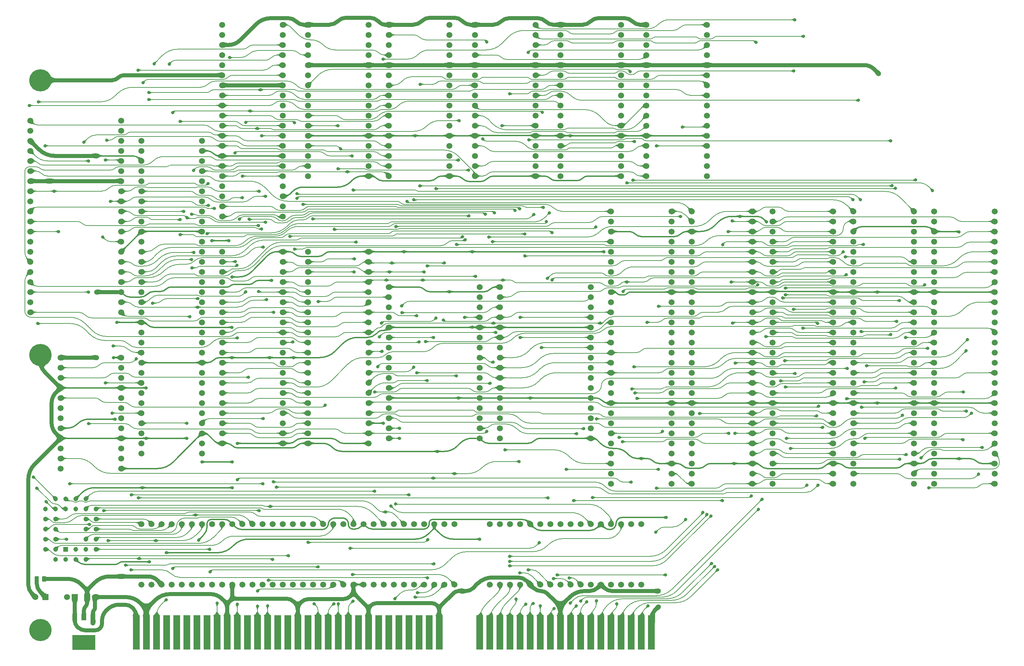
<source format=gtl>
%TF.GenerationSoftware,KiCad,Pcbnew,8.0.7*%
%TF.CreationDate,2025-05-06T19:51:26+02:00*%
%TF.ProjectId,Graphics Board,47726170-6869-4637-9320-426f6172642e,V0*%
%TF.SameCoordinates,Original*%
%TF.FileFunction,Copper,L1,Top*%
%TF.FilePolarity,Positive*%
%FSLAX46Y46*%
G04 Gerber Fmt 4.6, Leading zero omitted, Abs format (unit mm)*
G04 Created by KiCad (PCBNEW 8.0.7) date 2025-05-06 19:51:26*
%MOMM*%
%LPD*%
G01*
G04 APERTURE LIST*
G04 Aperture macros list*
%AMRoundRect*
0 Rectangle with rounded corners*
0 $1 Rounding radius*
0 $2 $3 $4 $5 $6 $7 $8 $9 X,Y pos of 4 corners*
0 Add a 4 corners polygon primitive as box body*
4,1,4,$2,$3,$4,$5,$6,$7,$8,$9,$2,$3,0*
0 Add four circle primitives for the rounded corners*
1,1,$1+$1,$2,$3*
1,1,$1+$1,$4,$5*
1,1,$1+$1,$6,$7*
1,1,$1+$1,$8,$9*
0 Add four rect primitives between the rounded corners*
20,1,$1+$1,$2,$3,$4,$5,0*
20,1,$1+$1,$4,$5,$6,$7,0*
20,1,$1+$1,$6,$7,$8,$9,0*
20,1,$1+$1,$8,$9,$2,$3,0*%
G04 Aperture macros list end*
%TA.AperFunction,ComponentPad*%
%ADD10C,1.500000*%
%TD*%
%TA.AperFunction,SMDPad,CuDef*%
%ADD11R,1.200000X1.500000*%
%TD*%
%TA.AperFunction,SMDPad,CuDef*%
%ADD12R,5.842000X3.810000*%
%TD*%
%TA.AperFunction,ComponentPad*%
%ADD13C,5.600000*%
%TD*%
%TA.AperFunction,ComponentPad*%
%ADD14R,1.500000X1.500000*%
%TD*%
%TA.AperFunction,ConnectorPad*%
%ADD15R,1.780000X8.620000*%
%TD*%
%TA.AperFunction,SMDPad,CuDef*%
%ADD16RoundRect,0.250000X-0.262500X-0.450000X0.262500X-0.450000X0.262500X0.450000X-0.262500X0.450000X0*%
%TD*%
%TA.AperFunction,ComponentPad*%
%ADD17R,1.200000X1.200000*%
%TD*%
%TA.AperFunction,ComponentPad*%
%ADD18C,1.200000*%
%TD*%
%TA.AperFunction,ViaPad*%
%ADD19C,0.800000*%
%TD*%
%TA.AperFunction,ViaPad*%
%ADD20C,1.300000*%
%TD*%
%TA.AperFunction,Conductor*%
%ADD21C,0.380000*%
%TD*%
%TA.AperFunction,Conductor*%
%ADD22C,1.000000*%
%TD*%
%TA.AperFunction,Conductor*%
%ADD23C,0.200000*%
%TD*%
G04 APERTURE END LIST*
D10*
%TO.P,B18,1,5V*%
%TO.N,/5V*%
X43180000Y153670000D03*
%TO.P,B18,2,N.C.*%
%TO.N,unconnected-(B18-N.C.-Pad2)*%
X43180000Y151130000D03*
%TO.P,B18,3,(~{RD}\u00B7~{WD})+~{Device_RAM_0}*%
%TO.N,unconnected-(B18-(~{RD}\u00B7~{WD})+~{Device_RAM_0}-Pad3)*%
X43180000Y148590000D03*
%TO.P,B18,4,(~{RD}\u00B7~{WD})+~{Device_RAM_1}*%
%TO.N,/(~{RD}\u00B7~{WD})+~{Device RAM 1}*%
X43180000Y146050000D03*
%TO.P,B18,5,GND*%
%TO.N,GND*%
X43180000Y143510000D03*
%TO.P,B18,6,N.C.*%
%TO.N,unconnected-(B18-N.C.-Pad6)*%
X43180000Y140970000D03*
%TO.P,B18,7,~{Device_RAM}*%
%TO.N,/~{Device RAM}*%
X43180000Y138430000D03*
%TO.P,B18,8,N.C.*%
%TO.N,unconnected-(B18-N.C.-Pad8)*%
X43180000Y135890000D03*
%TO.P,B18,9,N.C.*%
%TO.N,unconnected-(B18-N.C.-Pad9)*%
X43180000Y133350000D03*
%TO.P,B18,10,A16*%
%TO.N,/A16*%
X43180000Y130810000D03*
%TO.P,B18,11,~{RD}*%
%TO.N,/~{RD}*%
X43180000Y128270000D03*
%TO.P,B18,12,GND*%
%TO.N,GND*%
X43180000Y125730000D03*
%TO.P,B18,13,~{WD}*%
%TO.N,/~{WD}*%
X43180000Y123190000D03*
%TO.P,B18,14,A15*%
%TO.N,/A15*%
X43180000Y120650000D03*
%TO.P,B18,15,A14*%
%TO.N,/A14*%
X43180000Y118110000D03*
%TO.P,B18,16,Device_RAM*%
%TO.N,unconnected-(B18-Device_RAM-Pad16)*%
X43180000Y115570000D03*
%TO.P,B18,17,5V*%
%TO.N,/5V*%
X58420000Y115570000D03*
%TO.P,B18,18,~{RD}+~{Device_RAM_3}*%
%TO.N,unconnected-(B18-~{RD}+~{Device_RAM_3}-Pad18)*%
X58420000Y118110000D03*
%TO.P,B18,19,~{RD}+~{Device_RAM_2}*%
%TO.N,/~{RD}+~{Device RAM 2}*%
X58420000Y120650000D03*
%TO.P,B18,20,~{RD}+~{Device_RAM_1}*%
%TO.N,/~{RD}+~{Device RAM 1}*%
X58420000Y123190000D03*
%TO.P,B18,21,GND*%
%TO.N,GND*%
X58420000Y125730000D03*
%TO.P,B18,22,~{WD}+~{Device_RAM_3}*%
%TO.N,unconnected-(B18-~{WD}+~{Device_RAM_3}-Pad22)*%
X58420000Y128270000D03*
%TO.P,B18,23,~{WD}+~{Device_RAM_2}*%
%TO.N,/~{WD}+~{Device RAM 2}*%
X58420000Y130810000D03*
%TO.P,B18,24,N.C.*%
%TO.N,unconnected-(B18-N.C.-Pad24)*%
X58420000Y133350000D03*
%TO.P,B18,25,~{WD}+~{Device_RAM_1}*%
%TO.N,/~{WD}+~{Device RAM 1}*%
X58420000Y135890000D03*
%TO.P,B18,26,N.C.*%
%TO.N,unconnected-(B18-N.C.-Pad26)*%
X58420000Y138430000D03*
%TO.P,B18,27,~{Device_RAM_0}*%
%TO.N,unconnected-(B18-~{Device_RAM_0}-Pad27)*%
X58420000Y140970000D03*
%TO.P,B18,28,GND*%
%TO.N,GND*%
X58420000Y143510000D03*
%TO.P,B18,29,N.C.*%
%TO.N,unconnected-(B18-N.C.-Pad29)*%
X58420000Y146050000D03*
%TO.P,B18,30,(~{RD}\u00B7~{WD})+~{Device_RAM_3}*%
%TO.N,unconnected-(B18-(~{RD}\u00B7~{WD})+~{Device_RAM_3}-Pad30)*%
X58420000Y148590000D03*
%TO.P,B18,31,(~{RD}\u00B7~{WD})+~{Device_RAM_2}*%
%TO.N,/(~{RD}\u00B7~{WD})+~{Device RAM 2}*%
X58420000Y151130000D03*
%TO.P,B18,32,N.C.*%
%TO.N,unconnected-(B18-N.C.-Pad32)*%
X58420000Y153670000D03*
%TD*%
%TO.P,B17,1,~{PH=QH}*%
%TO.N,unconnected-(B17-~{PH=QH}-Pad1)*%
X21590000Y153670000D03*
%TO.P,B17,2,~{PL=QL}*%
%TO.N,unconnected-(B17-~{PL=QL}-Pad2)*%
X21590000Y151130000D03*
%TO.P,B17,3,5V*%
%TO.N,/5V*%
X21590000Y148590000D03*
%TO.P,B17,4,N.C.*%
%TO.N,unconnected-(B17-N.C.-Pad4)*%
X21590000Y146050000D03*
%TO.P,B17,5,N.C.*%
%TO.N,unconnected-(B17-N.C.-Pad5)*%
X21590000Y143510000D03*
%TO.P,B17,6,~{OE}*%
%TO.N,GND*%
X21590000Y140970000D03*
%TO.P,B17,7,GND*%
X21590000Y138430000D03*
%TO.P,B17,8,D7*%
%TO.N,/D7*%
X21590000Y135890000D03*
%TO.P,B17,9,D6*%
%TO.N,/D6*%
X21590000Y133350000D03*
%TO.P,B17,10,D5*%
%TO.N,/D5*%
X21590000Y130810000D03*
%TO.P,B17,11,D4*%
%TO.N,/D4*%
X21590000Y128270000D03*
%TO.P,B17,12,D3*%
%TO.N,/D3*%
X21590000Y125730000D03*
%TO.P,B17,13,D2*%
%TO.N,/D2*%
X21590000Y123190000D03*
%TO.P,B17,14,GND*%
%TO.N,GND*%
X21590000Y120650000D03*
%TO.P,B17,15,D1*%
%TO.N,/D1*%
X21590000Y118110000D03*
%TO.P,B17,16,D0*%
%TO.N,/D0*%
X21590000Y115570000D03*
%TO.P,B17,17,N.C.*%
%TO.N,unconnected-(B17-N.C.-Pad17)*%
X21590000Y113030000D03*
%TO.P,B17,18,N.C.*%
%TO.N,unconnected-(B17-N.C.-Pad18)*%
X21590000Y110490000D03*
%TO.P,B17,19,Write_A_High*%
%TO.N,/Write Count Offset Stop High*%
X21590000Y107950000D03*
%TO.P,B17,20,Write_A_Low*%
%TO.N,/Write Count Offset Stop Low*%
X21590000Y105410000D03*
%TO.P,B17,21,C0*%
%TO.N,/C0*%
X36830000Y105410000D03*
%TO.P,B17,22,C1*%
%TO.N,/C1*%
X36830000Y107950000D03*
%TO.P,B17,23,5V*%
%TO.N,/5V*%
X36830000Y110490000D03*
%TO.P,B17,24,C2*%
%TO.N,/C2*%
X36830000Y113030000D03*
%TO.P,B17,25,C3*%
%TO.N,/C3*%
X36830000Y115570000D03*
%TO.P,B17,26,C4*%
%TO.N,/C4*%
X36830000Y118110000D03*
%TO.P,B17,27,GND*%
%TO.N,GND*%
X36830000Y120650000D03*
%TO.P,B17,28,C5*%
%TO.N,/C5*%
X36830000Y123190000D03*
%TO.P,B17,29,C6*%
%TO.N,/C6*%
X36830000Y125730000D03*
%TO.P,B17,30,C7*%
%TO.N,/C7*%
X36830000Y128270000D03*
%TO.P,B17,31,C8*%
%TO.N,/C8*%
X36830000Y130810000D03*
%TO.P,B17,32,C9*%
%TO.N,/C9*%
X36830000Y133350000D03*
%TO.P,B17,33,C10*%
%TO.N,/C10*%
X36830000Y135890000D03*
%TO.P,B17,34,GND*%
%TO.N,GND*%
X36830000Y138430000D03*
%TO.P,B17,35,C11*%
%TO.N,/C11*%
X36830000Y140970000D03*
%TO.P,B17,36,C12*%
%TO.N,/C12*%
X36830000Y143510000D03*
%TO.P,B17,37,C13*%
%TO.N,/C13*%
X36830000Y146050000D03*
%TO.P,B17,38,C14*%
%TO.N,/C14*%
X36830000Y148590000D03*
%TO.P,B17,39,C15*%
%TO.N,GND*%
X36830000Y151130000D03*
%TO.P,B17,40,~{C=A}*%
%TO.N,/~{Done}*%
X36830000Y153670000D03*
%TD*%
D11*
%TO.P,IC1,1,GND*%
%TO.N,GND*%
X-10894000Y4445000D03*
%TO.P,IC1,2,5.0VOut*%
%TO.N,/5V*%
X-13194000Y4445000D03*
%TO.P,IC1,3,15VIn*%
%TO.N,12V*%
X-15494000Y4445000D03*
D12*
%TO.P,IC1,4,5.0VOut*%
%TO.N,unconnected-(IC1-5.0VOut-Pad4)*%
X-13194000Y-1930000D03*
%TD*%
D13*
%TO.P,H19,1,GND*%
%TO.N,GND*%
X-24130000Y139700000D03*
%TD*%
D10*
%TO.P,B2,1,T~{OE}*%
%TO.N,/(~{RD}\u00B7~{WD})+~{Device RAM 1}*%
X21590000Y96520000D03*
%TO.P,B2,2,T~{DIR}*%
%TO.N,/~{WD}+~{Device RAM 1}*%
X21590000Y93980000D03*
%TO.P,B2,3,M~{OE}*%
%TO.N,/~{RD}+~{Device RAM 1}*%
X21590000Y91440000D03*
%TO.P,B2,4,M~{WE}*%
%TO.N,/~{WD}+~{Device RAM 1}*%
X21590000Y88900000D03*
%TO.P,B2,5,M14*%
%TO.N,/Lookup14*%
X21590000Y86360000D03*
%TO.P,B2,6,M13*%
%TO.N,/Lookup13*%
X21590000Y83820000D03*
%TO.P,B2,7,M12*%
%TO.N,/Lookup12*%
X21590000Y81280000D03*
%TO.P,B2,8,M11*%
%TO.N,/Lookup11*%
X21590000Y78740000D03*
%TO.P,B2,9,M10*%
%TO.N,/Lookup10*%
X21590000Y76200000D03*
%TO.P,B2,10,M9*%
%TO.N,/Lookup9*%
X21590000Y73660000D03*
%TO.P,B2,11,M8*%
%TO.N,/Lookup8*%
X21590000Y71120000D03*
%TO.P,B2,12,M7*%
%TO.N,/Lookup7*%
X21590000Y68580000D03*
%TO.P,B2,13,M6*%
%TO.N,/Lookup6*%
X21590000Y66040000D03*
%TO.P,B2,14,M5*%
%TO.N,/Lookup5*%
X21590000Y63500000D03*
%TO.P,B2,15,M4*%
%TO.N,/Lookup4*%
X21590000Y60960000D03*
%TO.P,B2,16,M3*%
%TO.N,/Lookup3*%
X21590000Y58420000D03*
%TO.P,B2,17,M2*%
%TO.N,/Lookup2*%
X21590000Y55880000D03*
%TO.P,B2,18,M1*%
%TO.N,/Lookup1*%
X21590000Y53340000D03*
%TO.P,B2,19,M0*%
%TO.N,/Lookup0*%
X21590000Y50800000D03*
%TO.P,B2,20,5V*%
%TO.N,/5V*%
X21590000Y48260000D03*
%TO.P,B2,21,GND*%
%TO.N,GND*%
X36830000Y48260000D03*
%TO.P,B2,22,LLE*%
%TO.N,/CLK1*%
X36830000Y50800000D03*
%TO.P,B2,23,L~{OE}*%
%TO.N,GND*%
X36830000Y53340000D03*
%TO.P,B2,24,LQ0*%
%TO.N,/Offset0*%
X36830000Y55880000D03*
%TO.P,B2,25,LQ1*%
%TO.N,/Offset1*%
X36830000Y58420000D03*
%TO.P,B2,26,LQ2*%
%TO.N,/Offset2*%
X36830000Y60960000D03*
%TO.P,B2,27,LQ3*%
%TO.N,/Offset3*%
X36830000Y63500000D03*
%TO.P,B2,28,LQ4*%
%TO.N,/Offset4*%
X36830000Y66040000D03*
%TO.P,B2,29,LQ5*%
%TO.N,/Offset5*%
X36830000Y68580000D03*
%TO.P,B2,30,LQ6*%
%TO.N,/Offset6*%
X36830000Y71120000D03*
%TO.P,B2,31,LQ7*%
%TO.N,/Offset7*%
X36830000Y73660000D03*
%TO.P,B2,32,D0*%
%TO.N,/D0*%
X36830000Y76200000D03*
%TO.P,B2,33,D1*%
%TO.N,/D1*%
X36830000Y78740000D03*
%TO.P,B2,34,D2*%
%TO.N,/D2*%
X36830000Y81280000D03*
%TO.P,B2,35,D3*%
%TO.N,/D3*%
X36830000Y83820000D03*
%TO.P,B2,36,D4*%
%TO.N,/D4*%
X36830000Y86360000D03*
%TO.P,B2,37,D5*%
%TO.N,/D5*%
X36830000Y88900000D03*
%TO.P,B2,38,D6*%
%TO.N,/D6*%
X36830000Y91440000D03*
%TO.P,B2,39,D7*%
%TO.N,/D7*%
X36830000Y93980000D03*
%TO.P,B2,40,GND*%
%TO.N,GND*%
X36830000Y96520000D03*
%TD*%
D14*
%TO.P,C2,1*%
%TO.N,/5V*%
X-12402600Y9525000D03*
D10*
%TO.P,C2,2*%
%TO.N,GND*%
X-10402600Y9525000D03*
%TD*%
D14*
%TO.P,LED1,1,K*%
%TO.N,Net-(LED1-K)*%
X-22855000Y9525000D03*
D10*
%TO.P,LED1,2,A*%
%TO.N,GND*%
X-25395000Y9525000D03*
%TD*%
%TO.P,B16,1,A0_{IN}*%
%TO.N,A0_{D}*%
X1270000Y12700000D03*
%TO.P,B16,2,A1_{IN}*%
%TO.N,A1_{D}*%
X3810000Y12700000D03*
%TO.P,B16,3,5V*%
%TO.N,/5V*%
X6350000Y12700000D03*
%TO.P,B16,4,A2_{IN}*%
%TO.N,A2_{D}*%
X8890000Y12700000D03*
%TO.P,B16,5,A3_{IN}*%
%TO.N,A3_{D}*%
X11430000Y12700000D03*
%TO.P,B16,6,A4_{IN}*%
%TO.N,A4_{D}*%
X13970000Y12700000D03*
%TO.P,B16,7,A5_{IN}*%
%TO.N,A5_{D}*%
X16510000Y12700000D03*
%TO.P,B16,8,A6_{IN}*%
%TO.N,A6_{D}*%
X19050000Y12700000D03*
%TO.P,B16,9,A7_{IN}*%
%TO.N,A7_{D}*%
X21590000Y12700000D03*
%TO.P,B16,10,GND*%
%TO.N,GND*%
X24130000Y12700000D03*
%TO.P,B16,11,A8_{IN}*%
%TO.N,A8_{D}*%
X26670000Y12700000D03*
%TO.P,B16,12,A9_{IN}*%
%TO.N,A9_{D}*%
X29210000Y12700000D03*
%TO.P,B16,13,A10_{IN}*%
%TO.N,A10_{D}*%
X31750000Y12700000D03*
%TO.P,B16,14,A11_{IN}*%
%TO.N,A11_{D}*%
X34290000Y12700000D03*
%TO.P,B16,15,A12_{IN}*%
%TO.N,A12_{D}*%
X36830000Y12700000D03*
%TO.P,B16,16,A13_{IN}*%
%TO.N,A13_{D}*%
X39370000Y12700000D03*
%TO.P,B16,17,A14_{IN}*%
%TO.N,A14_{D}*%
X41910000Y12700000D03*
%TO.P,B16,18,A15_{IN}*%
%TO.N,A16_{D}*%
X44450000Y12700000D03*
%TO.P,B16,19,A16_{IN}*%
%TO.N,A15_{D}*%
X46990000Y12700000D03*
%TO.P,B16,20,~{RD}_{IN}*%
%TO.N,~{RD}_{D}*%
X49530000Y12700000D03*
%TO.P,B16,21,~{WD}_{IN}*%
%TO.N,~{WD}_{D}*%
X52070000Y12700000D03*
%TO.P,B16,22,S_{IN}*%
%TO.N,GND*%
X54610000Y12700000D03*
%TO.P,B16,23,GND*%
X57150000Y12700000D03*
%TO.P,B16,24,D7_{IN/OUT}*%
%TO.N,D7_{D}*%
X59690000Y12700000D03*
%TO.P,B16,25,D6_{IN/OUT}*%
%TO.N,D6_{D}*%
X62230000Y12700000D03*
%TO.P,B16,26,D5_{IN/OUT}*%
%TO.N,D5_{D}*%
X64770000Y12700000D03*
%TO.P,B16,27,D4_{IN/OUT}*%
%TO.N,D4_{D}*%
X67310000Y12700000D03*
%TO.P,B16,28,D3_{IN/OUT}*%
%TO.N,D3_{D}*%
X69850000Y12700000D03*
%TO.P,B16,29,D2_{IN/OUT}*%
%TO.N,D2_{D}*%
X72390000Y12700000D03*
%TO.P,B16,30,D1_{IN/OUT}*%
%TO.N,D1_{D}*%
X74930000Y12700000D03*
%TO.P,B16,31,D0_{IN/OUT}*%
%TO.N,D0_{D}*%
X77470000Y12700000D03*
%TO.P,B16,32,Deivce_~{CS}_{IN}*%
%TO.N,~{Select}_{D}*%
X80010000Y12700000D03*
%TO.P,B16,33,Deivce_~{CS}*%
%TO.N,/~{Device Select}*%
X80010000Y27940000D03*
%TO.P,B16,34,D0*%
%TO.N,/D7*%
X77470000Y27940000D03*
%TO.P,B16,35,5V*%
%TO.N,/5V*%
X74930000Y27940000D03*
%TO.P,B16,36,D1*%
%TO.N,/D6*%
X72390000Y27940000D03*
%TO.P,B16,37,D2*%
%TO.N,/D5*%
X69850000Y27940000D03*
%TO.P,B16,38,D3*%
%TO.N,/D4*%
X67310000Y27940000D03*
%TO.P,B16,39,D4*%
%TO.N,/D3*%
X64770000Y27940000D03*
%TO.P,B16,40,D5*%
%TO.N,/D2*%
X62230000Y27940000D03*
%TO.P,B16,41,D6*%
%TO.N,/D1*%
X59690000Y27940000D03*
%TO.P,B16,42,GND*%
%TO.N,GND*%
X57150000Y27940000D03*
%TO.P,B16,43,D7*%
%TO.N,/D0*%
X54610000Y27940000D03*
%TO.P,B16,44,S*%
%TO.N,unconnected-(B16-S-Pad44)*%
X52070000Y27940000D03*
%TO.P,B16,45,~{WD}*%
%TO.N,/~{WD}*%
X49530000Y27940000D03*
%TO.P,B16,46,~{RD}*%
%TO.N,/~{RD}*%
X46990000Y27940000D03*
%TO.P,B16,47,A16*%
%TO.N,/A16*%
X44450000Y27940000D03*
%TO.P,B16,48,A15*%
%TO.N,/A15*%
X41910000Y27940000D03*
%TO.P,B16,49,A14*%
%TO.N,/A14*%
X39370000Y27940000D03*
%TO.P,B16,50,A13*%
%TO.N,/A13*%
X36830000Y27940000D03*
%TO.P,B16,51,A12*%
%TO.N,/A12*%
X34290000Y27940000D03*
%TO.P,B16,52,A11*%
%TO.N,/A11*%
X31750000Y27940000D03*
%TO.P,B16,53,A10*%
%TO.N,/A10*%
X29210000Y27940000D03*
%TO.P,B16,54,A9*%
%TO.N,/A9*%
X26670000Y27940000D03*
%TO.P,B16,55,GND*%
%TO.N,GND*%
X24130000Y27940000D03*
%TO.P,B16,56,A8*%
%TO.N,/A8*%
X21590000Y27940000D03*
%TO.P,B16,57,A7*%
%TO.N,/A7*%
X19050000Y27940000D03*
%TO.P,B16,58,A6*%
%TO.N,/A6*%
X16510000Y27940000D03*
%TO.P,B16,59,A5*%
%TO.N,/A5*%
X13970000Y27940000D03*
%TO.P,B16,60,A4*%
%TO.N,/A4*%
X11430000Y27940000D03*
%TO.P,B16,61,A3*%
%TO.N,/A3*%
X8890000Y27940000D03*
%TO.P,B16,62,A2*%
%TO.N,/A2*%
X6350000Y27940000D03*
%TO.P,B16,63,A1*%
%TO.N,/A1*%
X3810000Y27940000D03*
%TO.P,B16,64,A0*%
%TO.N,/A0*%
X1270000Y27940000D03*
%TD*%
%TO.P,B14,1,~{OE}*%
%TO.N,/~{Main Write}*%
X139700000Y106680000D03*
%TO.P,B14,2,IN23*%
%TO.N,/Dest23*%
X139700000Y104140000D03*
%TO.P,B14,3,5V*%
%TO.N,/5V*%
X139700000Y101600000D03*
%TO.P,B14,4,IN22*%
%TO.N,/Dest22*%
X139700000Y99060000D03*
%TO.P,B14,5,IN21*%
%TO.N,/Dest21*%
X139700000Y96520000D03*
%TO.P,B14,6,IN20*%
%TO.N,/Dest20*%
X139700000Y93980000D03*
%TO.P,B14,7,IN19*%
%TO.N,/Dest19*%
X139700000Y91440000D03*
%TO.P,B14,8,IN18*%
%TO.N,/Dest18*%
X139700000Y88900000D03*
%TO.P,B14,9,GND*%
%TO.N,GND*%
X139700000Y86360000D03*
%TO.P,B14,10,IN17*%
%TO.N,/Dest17*%
X139700000Y83820000D03*
%TO.P,B14,11,IN16*%
%TO.N,/Dest16*%
X139700000Y81280000D03*
%TO.P,B14,12,IN15*%
%TO.N,/Dest15*%
X139700000Y78740000D03*
%TO.P,B14,13,IN14*%
%TO.N,/Dest14*%
X139700000Y76200000D03*
%TO.P,B14,14,IN13*%
%TO.N,/Dest13*%
X139700000Y73660000D03*
%TO.P,B14,15,IN12*%
%TO.N,/Dest12*%
X139700000Y71120000D03*
%TO.P,B14,16,IN11*%
%TO.N,/Dest11*%
X139700000Y68580000D03*
%TO.P,B14,17,IN10*%
%TO.N,/Dest10*%
X139700000Y66040000D03*
%TO.P,B14,18,IN9*%
%TO.N,/Dest9*%
X139700000Y63500000D03*
%TO.P,B14,19,IN8*%
%TO.N,/Dest8*%
X139700000Y60960000D03*
%TO.P,B14,20,GND*%
%TO.N,GND*%
X139700000Y58420000D03*
%TO.P,B14,21,IN7*%
%TO.N,/Dest7*%
X139700000Y55880000D03*
%TO.P,B14,22,IN6*%
%TO.N,/Dest6*%
X139700000Y53340000D03*
%TO.P,B14,23,IN5*%
%TO.N,/Dest5*%
X139700000Y50800000D03*
%TO.P,B14,24,IN4*%
%TO.N,/Dest4*%
X139700000Y48260000D03*
%TO.P,B14,25,IN3*%
%TO.N,/Dest3*%
X139700000Y45720000D03*
%TO.P,B14,26,IN2*%
%TO.N,/Dest2*%
X139700000Y43180000D03*
%TO.P,B14,27,IN1*%
%TO.N,/Dest1*%
X139700000Y40640000D03*
%TO.P,B14,28,IN0*%
%TO.N,/Dest0*%
X139700000Y38100000D03*
%TO.P,B14,29,OUT0*%
%TO.N,A0_{M}*%
X154940000Y38100000D03*
%TO.P,B14,30,OUT1*%
%TO.N,A1_{M}*%
X154940000Y40640000D03*
%TO.P,B14,31,5V*%
%TO.N,/5V*%
X154940000Y43180000D03*
%TO.P,B14,32,OUT2*%
%TO.N,A2_{M}*%
X154940000Y45720000D03*
%TO.P,B14,33,OUT3*%
%TO.N,A3_{M}*%
X154940000Y48260000D03*
%TO.P,B14,34,OUT4*%
%TO.N,A4_{M}*%
X154940000Y50800000D03*
%TO.P,B14,35,OUT5*%
%TO.N,A5_{M}*%
X154940000Y53340000D03*
%TO.P,B14,36,OUT6*%
%TO.N,A6_{M}*%
X154940000Y55880000D03*
%TO.P,B14,37,GND*%
%TO.N,GND*%
X154940000Y58420000D03*
%TO.P,B14,38,OUT7*%
%TO.N,A7_{M}*%
X154940000Y60960000D03*
%TO.P,B14,39,OUT8*%
%TO.N,A8_{M}*%
X154940000Y63500000D03*
%TO.P,B14,40,OUT9*%
%TO.N,A9_{M}*%
X154940000Y66040000D03*
%TO.P,B14,41,OUT10*%
%TO.N,A10_{M}*%
X154940000Y68580000D03*
%TO.P,B14,42,OUT11*%
%TO.N,A11_{M}*%
X154940000Y71120000D03*
%TO.P,B14,43,OUT12*%
%TO.N,A12_{M}*%
X154940000Y73660000D03*
%TO.P,B14,44,OUT13*%
%TO.N,A13_{M}*%
X154940000Y76200000D03*
%TO.P,B14,45,OUT14*%
%TO.N,A14_{M}*%
X154940000Y78740000D03*
%TO.P,B14,46,OUT15*%
%TO.N,A15_{M}*%
X154940000Y81280000D03*
%TO.P,B14,47,OUT16*%
%TO.N,A16_{M}*%
X154940000Y83820000D03*
%TO.P,B14,48,GND*%
%TO.N,GND*%
X154940000Y86360000D03*
%TO.P,B14,49,OUT17*%
%TO.N,A17_{M}*%
X154940000Y88900000D03*
%TO.P,B14,50,OUT18*%
%TO.N,A18_{M}*%
X154940000Y91440000D03*
%TO.P,B14,51,OUT19*%
%TO.N,A19_{M}*%
X154940000Y93980000D03*
%TO.P,B14,52,OUT20*%
%TO.N,A20_{M}*%
X154940000Y96520000D03*
%TO.P,B14,53,OUT21*%
%TO.N,A21_{M}*%
X154940000Y99060000D03*
%TO.P,B14,54,OUT22*%
%TO.N,A22_{M}*%
X154940000Y101600000D03*
%TO.P,B14,55,OUT23*%
%TO.N,A23_{M}*%
X154940000Y104140000D03*
%TO.P,B14,56,CLK*%
%TO.N,/CLK0*%
X154940000Y106680000D03*
%TD*%
%TO.P,B7,1,5V*%
%TO.N,/5V*%
X127000000Y27940000D03*
%TO.P,B7,2,~{Main_Access_Slot}*%
%TO.N,~{Main Access}*%
X124460000Y27940000D03*
%TO.P,B7,3,~{Main}*%
%TO.N,~{Main}*%
X121920000Y27940000D03*
%TO.P,B7,4,~{RD}*%
%TO.N,/~{Read}*%
X119380000Y27940000D03*
%TO.P,B7,5,GND*%
%TO.N,GND*%
X116840000Y27940000D03*
%TO.P,B7,6,~{WD}*%
%TO.N,/~{Write}*%
X114300000Y27940000D03*
%TO.P,B7,7,D7*%
%TO.N,/MD0*%
X111760000Y27940000D03*
%TO.P,B7,8,D6*%
%TO.N,/MD1*%
X109220000Y27940000D03*
%TO.P,B7,9,D5*%
%TO.N,/MD2*%
X106680000Y27940000D03*
%TO.P,B7,10,D4*%
%TO.N,/MD3*%
X104140000Y27940000D03*
%TO.P,B7,11,D3*%
%TO.N,/MD4*%
X101600000Y27940000D03*
%TO.P,B7,12,GND*%
%TO.N,GND*%
X99060000Y27940000D03*
%TO.P,B7,13,D2*%
%TO.N,/MD5*%
X96520000Y27940000D03*
%TO.P,B7,14,D1*%
%TO.N,/MD6*%
X93980000Y27940000D03*
%TO.P,B7,15,D0*%
%TO.N,/MD7*%
X91440000Y27940000D03*
%TO.P,B7,16,N.C.*%
%TO.N,unconnected-(B7-N.C.-Pad16)*%
X88900000Y27940000D03*
%TO.P,B7,17,5V*%
%TO.N,/5V*%
X88900000Y12700000D03*
%TO.P,B7,18,MD0*%
%TO.N,D7_{M}*%
X91440000Y12700000D03*
%TO.P,B7,19,MD1*%
%TO.N,D6_{M}*%
X93980000Y12700000D03*
%TO.P,B7,20,MD2*%
%TO.N,D5_{M}*%
X96520000Y12700000D03*
%TO.P,B7,21,GND*%
%TO.N,GND*%
X99060000Y12700000D03*
%TO.P,B7,22,MD3*%
%TO.N,D4_{M}*%
X101600000Y12700000D03*
%TO.P,B7,23,MD4*%
%TO.N,D3_{M}*%
X104140000Y12700000D03*
%TO.P,B7,24,MD5*%
%TO.N,D2_{M}*%
X106680000Y12700000D03*
%TO.P,B7,25,MD6*%
%TO.N,D1_{M}*%
X109220000Y12700000D03*
%TO.P,B7,26,MD7*%
%TO.N,D0_{M}*%
X111760000Y12700000D03*
%TO.P,B7,27,N.C.*%
%TO.N,unconnected-(B7-N.C.-Pad27)*%
X114300000Y12700000D03*
%TO.P,B7,28,GND*%
%TO.N,GND*%
X116840000Y12700000D03*
%TO.P,B7,29,N.C.*%
%TO.N,unconnected-(B7-N.C.-Pad29)*%
X119380000Y12700000D03*
%TO.P,B7,30,N.C.*%
%TO.N,unconnected-(B7-N.C.-Pad30)*%
X121920000Y12700000D03*
%TO.P,B7,31,N.C.*%
%TO.N,unconnected-(B7-N.C.-Pad31)*%
X124460000Y12700000D03*
%TO.P,B7,32,N.C.*%
%TO.N,unconnected-(B7-N.C.-Pad32)*%
X127000000Y12700000D03*
%TD*%
D15*
%TO.P,J5,B1,B1*%
%TO.N,12V*%
X-50800Y635000D03*
%TO.P,J5,B2,B2*%
%TO.N,GND*%
X2489200Y635000D03*
%TO.P,J5,B3,B3*%
%TO.N,CLK_{M}*%
X5029200Y635000D03*
%TO.P,J5,B4,B4*%
%TO.N,unconnected-(J5-PadB4)*%
X7569200Y635000D03*
%TO.P,J5,B5,B5*%
%TO.N,unconnected-(J5-PadB5)*%
X10109200Y635000D03*
%TO.P,J5,B6,B6*%
%TO.N,unconnected-(J5-PadB6)*%
X12649200Y635000D03*
%TO.P,J5,B7,B7*%
%TO.N,unconnected-(J5-PadB7)*%
X15189200Y635000D03*
%TO.P,J5,B8,B8*%
%TO.N,unconnected-(J5-PadB8)*%
X17729200Y635000D03*
%TO.P,J5,B9,B9*%
%TO.N,~{Main}*%
X20269200Y635000D03*
%TO.P,J5,B10,B10*%
%TO.N,GND*%
X22809200Y635000D03*
%TO.P,J5,B11,B11*%
%TO.N,~{Main Access}*%
X25349200Y635000D03*
%TO.P,J5,B12,B12*%
%TO.N,unconnected-(J5-PadB12)*%
X27889200Y635000D03*
%TO.P,J5,B13,B13*%
%TO.N,~{RD}_{D}*%
X30429200Y635000D03*
%TO.P,J5,B14,B14*%
%TO.N,~{WD}_{D}*%
X32969200Y635000D03*
%TO.P,J5,B15,B15*%
%TO.N,CLK_{D}*%
X35509200Y635000D03*
%TO.P,J5,B16,B16*%
%TO.N,~{CLK}_{D}*%
X38049200Y635000D03*
%TO.P,J5,B17,B17*%
%TO.N,GND*%
X40589200Y635000D03*
%TO.P,J5,B18,B18*%
%TO.N,unconnected-(J5-PadB18)*%
X43129200Y635000D03*
%TO.P,J5,B19,B19*%
%TO.N,~{Interrupt}_{D}*%
X45669200Y635000D03*
%TO.P,J5,B20,B20*%
%TO.N,~{Reset}_{D}*%
X48209200Y635000D03*
%TO.P,J5,B21,B21*%
%TO.N,~{Select}_{D}*%
X50749200Y635000D03*
%TO.P,J5,B22,B22*%
%TO.N,~{Enable}_{D}*%
X53289200Y635000D03*
%TO.P,J5,B23,B23*%
%TO.N,unconnected-(J5-PadB23)*%
X55829200Y635000D03*
%TO.P,J5,B24,B24*%
%TO.N,GND*%
X58369200Y635000D03*
%TO.P,J5,B25,B25*%
%TO.N,unconnected-(J5-PadB25)*%
X60909200Y635000D03*
%TO.P,J5,B26,B26*%
%TO.N,unconnected-(J5-PadB26)*%
X63449200Y635000D03*
%TO.P,J5,B27,B27*%
%TO.N,unconnected-(J5-PadB27)*%
X65989200Y635000D03*
%TO.P,J5,B28,B28*%
%TO.N,unconnected-(J5-PadB28)*%
X68529200Y635000D03*
%TO.P,J5,B29,B29*%
%TO.N,~{Memory_A}*%
X71069200Y635000D03*
%TO.P,J5,B30,B30*%
%TO.N,~{Memory_B}*%
X73609200Y635000D03*
%TO.P,J5,B31,B31*%
%TO.N,GND*%
X76149200Y635000D03*
%TO.P,J5,D1,D1*%
%TO.N,D7_{M}*%
X86309200Y635000D03*
%TO.P,J5,D2,D2*%
%TO.N,D6_{M}*%
X88849200Y635000D03*
%TO.P,J5,D3,D3*%
%TO.N,D5_{M}*%
X91389200Y635000D03*
%TO.P,J5,D4,D4*%
%TO.N,D4_{M}*%
X93929200Y635000D03*
%TO.P,J5,D5,D5*%
%TO.N,D3_{M}*%
X96469200Y635000D03*
%TO.P,J5,D6,D6*%
%TO.N,D2_{M}*%
X99009200Y635000D03*
%TO.P,J5,D7,D7*%
%TO.N,D1_{M}*%
X101549200Y635000D03*
%TO.P,J5,D8,D8*%
%TO.N,D0_{M}*%
X104089200Y635000D03*
%TO.P,J5,D9,D9*%
%TO.N,GND*%
X106629200Y635000D03*
%TO.P,J5,D10,D10*%
%TO.N,~{RD}_{M}*%
X109169200Y635000D03*
%TO.P,J5,D11,D11*%
%TO.N,~{WD}_{M}*%
X111709200Y635000D03*
%TO.P,J5,D12,D12*%
%TO.N,A5_{M}*%
X114249200Y635000D03*
%TO.P,J5,D13,D13*%
%TO.N,A4_{M}*%
X116789200Y635000D03*
%TO.P,J5,D14,D14*%
%TO.N,A3_{M}*%
X119329200Y635000D03*
%TO.P,J5,D15,D15*%
%TO.N,A2_{M}*%
X121869200Y635000D03*
%TO.P,J5,D16,D16*%
%TO.N,A1_{M}*%
X124409200Y635000D03*
%TO.P,J5,D17,D17*%
%TO.N,A0_{M}*%
X126949200Y635000D03*
%TO.P,J5,D18,D18*%
%TO.N,GND*%
X129489200Y635000D03*
%TD*%
D10*
%TO.P,B8,1,5V*%
%TO.N,/5V*%
X63500000Y153670000D03*
%TO.P,B8,2,Interrupt_CLK*%
%TO.N,/MCLK*%
X63500000Y151130000D03*
%TO.P,B8,3,Write_Clear_Interrupt*%
%TO.N,/Write Clear Interrupt*%
X63500000Y148590000D03*
%TO.P,B8,4,~{Set_Interrupt_on_CLK}*%
%TO.N,/~{Done}*%
X63500000Y146050000D03*
%TO.P,B8,5,GND*%
%TO.N,GND*%
X63500000Y143510000D03*
%TO.P,B8,6,Read_Flags*%
%TO.N,/Read Flags*%
X63500000Y140970000D03*
%TO.P,B8,7,Write_Flags*%
%TO.N,/Write Flags*%
X63500000Y138430000D03*
%TO.P,B8,8,D7*%
%TO.N,/D7*%
X63500000Y135890000D03*
%TO.P,B8,9,D6*%
%TO.N,/D6*%
X63500000Y133350000D03*
%TO.P,B8,10,D5*%
%TO.N,/D5*%
X63500000Y130810000D03*
%TO.P,B8,11,D4*%
%TO.N,/D4*%
X63500000Y128270000D03*
%TO.P,B8,12,GND*%
%TO.N,GND*%
X63500000Y125730000D03*
%TO.P,B8,13,D3*%
%TO.N,/D3*%
X63500000Y123190000D03*
%TO.P,B8,14,D2*%
%TO.N,/D2*%
X63500000Y120650000D03*
%TO.P,B8,15,D1*%
%TO.N,/D1*%
X63500000Y118110000D03*
%TO.P,B8,16,D0*%
%TO.N,/D0*%
X63500000Y115570000D03*
%TO.P,B8,17,5V*%
%TO.N,/5V*%
X78740000Y115570000D03*
%TO.P,B8,18,F0*%
%TO.N,/Transparency Enable*%
X78740000Y118110000D03*
%TO.P,B8,19,F1*%
%TO.N,unconnected-(B8-F1-Pad19)*%
X78740000Y120650000D03*
%TO.P,B8,20,F2*%
%TO.N,unconnected-(B8-F2-Pad20)*%
X78740000Y123190000D03*
%TO.P,B8,21,GND*%
%TO.N,GND*%
X78740000Y125730000D03*
%TO.P,B8,22,F3*%
%TO.N,unconnected-(B8-F3-Pad22)*%
X78740000Y128270000D03*
%TO.P,B8,23,F4*%
%TO.N,unconnected-(B8-F4-Pad23)*%
X78740000Y130810000D03*
%TO.P,B8,24,F5*%
%TO.N,unconnected-(B8-F5-Pad24)*%
X78740000Y133350000D03*
%TO.P,B8,25,N.C.*%
%TO.N,unconnected-(B8-N.C.-Pad25)*%
X78740000Y135890000D03*
%TO.P,B8,26,~{Enable}*%
%TO.N,~{Enable}_{D}*%
X78740000Y138430000D03*
%TO.P,B8,27,Enable*%
%TO.N,unconnected-(B8-Enable-Pad27)*%
X78740000Y140970000D03*
%TO.P,B8,28,GND*%
%TO.N,GND*%
X78740000Y143510000D03*
%TO.P,B8,29,~{INT}*%
%TO.N,~{Interrupt}_{D}*%
X78740000Y146050000D03*
%TO.P,B8,30,INT*%
%TO.N,unconnected-(B8-INT-Pad30)*%
X78740000Y148590000D03*
%TO.P,B8,31,N.C.*%
%TO.N,unconnected-(B8-N.C.-Pad31)*%
X78740000Y151130000D03*
%TO.P,B8,32,N.C.*%
%TO.N,unconnected-(B8-N.C.-Pad32)*%
X78740000Y153670000D03*
%TD*%
%TO.P,B15,1,5V*%
%TO.N,/5V*%
X128270000Y153670000D03*
%TO.P,B15,2,Y7_{R}*%
%TO.N,unconnected-(B15-Y7_{R}-Pad2)*%
X128270000Y151130000D03*
%TO.P,B15,3,Y6_{R}*%
%TO.N,unconnected-(B15-Y6_{R}-Pad3)*%
X128270000Y148590000D03*
%TO.P,B15,4,~{Device_Registers}*%
%TO.N,/~{Device Registers}*%
X128270000Y146050000D03*
%TO.P,B15,5,GND*%
%TO.N,GND*%
X128270000Y143510000D03*
%TO.P,B15,6,Y5_{R}*%
%TO.N,unconnected-(B15-Y5_{R}-Pad6)*%
X128270000Y140970000D03*
%TO.P,B15,7,Y4_{R}*%
%TO.N,unconnected-(B15-Y4_{R}-Pad7)*%
X128270000Y138430000D03*
%TO.P,B15,8,~{E2}*%
%TO.N,/A3*%
X128270000Y135890000D03*
%TO.P,B15,9,E3*%
%TO.N,/~{A4}*%
X128270000Y133350000D03*
%TO.P,B15,10,A2*%
%TO.N,/A2*%
X128270000Y130810000D03*
%TO.P,B15,11,A1*%
%TO.N,/A1*%
X128270000Y128270000D03*
%TO.P,B15,12,GND*%
%TO.N,GND*%
X128270000Y125730000D03*
%TO.P,B15,13,A0*%
%TO.N,/A0*%
X128270000Y123190000D03*
%TO.P,B15,14,N.C.*%
%TO.N,unconnected-(B15-N.C.-Pad14)*%
X128270000Y120650000D03*
%TO.P,B15,15,~{RD}*%
%TO.N,/~{RD}*%
X128270000Y118110000D03*
%TO.P,B15,16,~{WD}*%
%TO.N,/~{WD}*%
X128270000Y115570000D03*
%TO.P,B15,17,5V*%
%TO.N,/5V*%
X143510000Y115570000D03*
%TO.P,B15,18,N.C.*%
%TO.N,unconnected-(B15-N.C.-Pad18)*%
X143510000Y118110000D03*
%TO.P,B15,19,Y7_{W}*%
%TO.N,/Write Start*%
X143510000Y120650000D03*
%TO.P,B15,20,Y6_{W}*%
%TO.N,/Write Dest Address Bank*%
X143510000Y123190000D03*
%TO.P,B15,21,GND*%
%TO.N,GND*%
X143510000Y125730000D03*
%TO.P,B15,22,Y5_{W}*%
%TO.N,/Write Dest Address High*%
X143510000Y128270000D03*
%TO.P,B15,23,Y4_{W}*%
%TO.N,/Write Dest Address Low*%
X143510000Y130810000D03*
%TO.P,B15,24,Y3_{W}*%
%TO.N,unconnected-(B15-Y3_{W}-Pad24)*%
X143510000Y133350000D03*
%TO.P,B15,25,Y2_{W}*%
%TO.N,/Write Transparent Colour*%
X143510000Y135890000D03*
%TO.P,B15,26,Y1_{W}*%
%TO.N,/Write Clear Interrupt*%
X143510000Y138430000D03*
%TO.P,B15,27,Y0_{W}*%
%TO.N,/Write Flags*%
X143510000Y140970000D03*
%TO.P,B15,28,GND*%
%TO.N,GND*%
X143510000Y143510000D03*
%TO.P,B15,29,Y3_{R}*%
%TO.N,unconnected-(B15-Y3_{R}-Pad29)*%
X143510000Y146050000D03*
%TO.P,B15,30,Y2_{R}*%
%TO.N,/Read Transparent Colour*%
X143510000Y148590000D03*
%TO.P,B15,31,Y1_{R}*%
%TO.N,unconnected-(B15-Y1_{R}-Pad31)*%
X143510000Y151130000D03*
%TO.P,B15,32,Y0_{R}*%
%TO.N,/Read Flags*%
X143510000Y153670000D03*
%TD*%
%TO.P,B1,1,A13*%
%TO.N,/A13*%
X1270000Y124460000D03*
%TO.P,B1,2,A12*%
%TO.N,/A12*%
X1270000Y121920000D03*
%TO.P,B1,3,5V*%
%TO.N,/5V*%
X1270000Y119380000D03*
%TO.P,B1,4,A11*%
%TO.N,/A11*%
X1270000Y116840000D03*
%TO.P,B1,5,A10*%
%TO.N,/A10*%
X1270000Y114300000D03*
%TO.P,B1,6,A9*%
%TO.N,/A9*%
X1270000Y111760000D03*
%TO.P,B1,7,A8*%
%TO.N,/A8*%
X1270000Y109220000D03*
%TO.P,B1,8,A7*%
%TO.N,/A7*%
X1270000Y106680000D03*
%TO.P,B1,9,A6*%
%TO.N,/A6*%
X1270000Y104140000D03*
%TO.P,B1,10,GND*%
%TO.N,GND*%
X1270000Y101600000D03*
%TO.P,B1,11,A5*%
%TO.N,/A5*%
X1270000Y99060000D03*
%TO.P,B1,12,A4*%
%TO.N,/A4*%
X1270000Y96520000D03*
%TO.P,B1,13,A3*%
%TO.N,/A3*%
X1270000Y93980000D03*
%TO.P,B1,14,A2*%
%TO.N,/A2*%
X1270000Y91440000D03*
%TO.P,B1,15,A1*%
%TO.N,/A1*%
X1270000Y88900000D03*
%TO.P,B1,16,A0*%
%TO.N,/A0*%
X1270000Y86360000D03*
%TO.P,B1,17,S*%
%TO.N,/~{Device RAM}*%
X1270000Y83820000D03*
%TO.P,B1,18,N.C.*%
%TO.N,unconnected-(B1-N.C.-Pad18)*%
X1270000Y81280000D03*
%TO.P,B1,19,B17*%
%TO.N,GND*%
X1270000Y78740000D03*
%TO.P,B1,20,B16*%
X1270000Y76200000D03*
%TO.P,B1,21,B15*%
X1270000Y73660000D03*
%TO.P,B1,22,B14*%
%TO.N,/C14*%
X1270000Y71120000D03*
%TO.P,B1,23,GND*%
%TO.N,GND*%
X1270000Y68580000D03*
%TO.P,B1,24,B13*%
%TO.N,/C13*%
X1270000Y66040000D03*
%TO.P,B1,25,B12*%
%TO.N,/C12*%
X1270000Y63500000D03*
%TO.P,B1,26,B11*%
%TO.N,/C11*%
X1270000Y60960000D03*
%TO.P,B1,27,B10*%
%TO.N,/C10*%
X1270000Y58420000D03*
%TO.P,B1,28,B9*%
%TO.N,/C9*%
X1270000Y55880000D03*
%TO.P,B1,29,B8*%
%TO.N,/C8*%
X1270000Y53340000D03*
%TO.P,B1,30,B7*%
%TO.N,/C7*%
X1270000Y50800000D03*
%TO.P,B1,31,B6*%
%TO.N,/C6*%
X1270000Y48260000D03*
%TO.P,B1,32,B5*%
%TO.N,/C5*%
X1270000Y45720000D03*
%TO.P,B1,33,B0*%
%TO.N,/C0*%
X16510000Y45720000D03*
%TO.P,B1,34,B1*%
%TO.N,/C1*%
X16510000Y48260000D03*
%TO.P,B1,35,5V*%
%TO.N,/5V*%
X16510000Y50800000D03*
%TO.P,B1,36,B2*%
%TO.N,/C2*%
X16510000Y53340000D03*
%TO.P,B1,37,B3*%
%TO.N,/C3*%
X16510000Y55880000D03*
%TO.P,B1,38,B4*%
%TO.N,/C4*%
X16510000Y58420000D03*
%TO.P,B1,39,N.C.*%
%TO.N,unconnected-(B1-N.C.-Pad39)*%
X16510000Y60960000D03*
%TO.P,B1,40,N.C.*%
%TO.N,unconnected-(B1-N.C.-Pad40)*%
X16510000Y63500000D03*
%TO.P,B1,41,Y0*%
%TO.N,/Lookup0*%
X16510000Y66040000D03*
%TO.P,B1,42,GND*%
%TO.N,GND*%
X16510000Y68580000D03*
%TO.P,B1,43,Y1*%
%TO.N,/Lookup1*%
X16510000Y71120000D03*
%TO.P,B1,44,Y2*%
%TO.N,/Lookup2*%
X16510000Y73660000D03*
%TO.P,B1,45,Y3*%
%TO.N,/Lookup3*%
X16510000Y76200000D03*
%TO.P,B1,46,Y4*%
%TO.N,/Lookup4*%
X16510000Y78740000D03*
%TO.P,B1,47,Y5*%
%TO.N,/Lookup5*%
X16510000Y81280000D03*
%TO.P,B1,48,Y6*%
%TO.N,/Lookup6*%
X16510000Y83820000D03*
%TO.P,B1,49,Y7*%
%TO.N,/Lookup7*%
X16510000Y86360000D03*
%TO.P,B1,50,Y8*%
%TO.N,/Lookup8*%
X16510000Y88900000D03*
%TO.P,B1,51,Y9*%
%TO.N,/Lookup9*%
X16510000Y91440000D03*
%TO.P,B1,52,Y10*%
%TO.N,/Lookup10*%
X16510000Y93980000D03*
%TO.P,B1,53,Y11*%
%TO.N,/Lookup11*%
X16510000Y96520000D03*
%TO.P,B1,54,Y12*%
%TO.N,/Lookup12*%
X16510000Y99060000D03*
%TO.P,B1,55,GND*%
%TO.N,GND*%
X16510000Y101600000D03*
%TO.P,B1,56,Y13*%
%TO.N,/Lookup13*%
X16510000Y104140000D03*
%TO.P,B1,57,Y14*%
%TO.N,/Lookup14*%
X16510000Y106680000D03*
%TO.P,B1,58,Y15*%
%TO.N,unconnected-(B1-Y15-Pad58)*%
X16510000Y109220000D03*
%TO.P,B1,59,Y16*%
%TO.N,unconnected-(B1-Y16-Pad59)*%
X16510000Y111760000D03*
%TO.P,B1,60,Y17*%
%TO.N,unconnected-(B1-Y17-Pad60)*%
X16510000Y114300000D03*
%TO.P,B1,61,A14*%
%TO.N,/A14*%
X16510000Y116840000D03*
%TO.P,B1,62,A15*%
%TO.N,GND*%
X16510000Y119380000D03*
%TO.P,B1,63,A16*%
X16510000Y121920000D03*
%TO.P,B1,64,A17*%
X16510000Y124460000D03*
%TD*%
D16*
%TO.P,R3,1*%
%TO.N,Net-(LED1-K)*%
X-25042500Y14107000D03*
%TO.P,R3,2*%
%TO.N,/5V*%
X-23217500Y14107000D03*
%TD*%
D14*
%TO.P,C1,1*%
%TO.N,12V*%
X-15494000Y9525000D03*
D10*
%TO.P,C1,2*%
%TO.N,GND*%
X-17494000Y9525000D03*
%TD*%
%TO.P,B5,1,Read_Count_High*%
%TO.N,/Read Count Offset Start High*%
X-26670000Y129540000D03*
%TO.P,B5,2,Read_Count_Low*%
%TO.N,/Read Count Offset Start Low*%
X-26670000Y127000000D03*
%TO.P,B5,3,5V*%
%TO.N,/5V*%
X-26670000Y124460000D03*
%TO.P,B5,4,CLK*%
%TO.N,/CLK1*%
X-26670000Y121920000D03*
%TO.P,B5,5,~{Load_Count_Start}*%
%TO.N,/~{Load Count Start}*%
X-26670000Y119380000D03*
%TO.P,B5,6,~{Reset}*%
%TO.N,/~{Reset}*%
X-26670000Y116840000D03*
%TO.P,B5,7,GND*%
%TO.N,GND*%
X-26670000Y114300000D03*
%TO.P,B5,8,D7*%
%TO.N,/D7*%
X-26670000Y111760000D03*
%TO.P,B5,9,D6*%
%TO.N,/D6*%
X-26670000Y109220000D03*
%TO.P,B5,10,D5*%
%TO.N,/D5*%
X-26670000Y106680000D03*
%TO.P,B5,11,D4*%
%TO.N,/D4*%
X-26670000Y104140000D03*
%TO.P,B5,12,D3*%
%TO.N,/D3*%
X-26670000Y101600000D03*
%TO.P,B5,13,D2*%
%TO.N,/D2*%
X-26670000Y99060000D03*
%TO.P,B5,14,GND*%
%TO.N,GND*%
X-26670000Y96520000D03*
%TO.P,B5,15,D1*%
%TO.N,/D1*%
X-26670000Y93980000D03*
%TO.P,B5,16,D0*%
%TO.N,/D0*%
X-26670000Y91440000D03*
%TO.P,B5,17,Count_Enable*%
%TO.N,/Counting*%
X-26670000Y88900000D03*
%TO.P,B5,18,Latch_Count*%
%TO.N,/CLK1*%
X-26670000Y86360000D03*
%TO.P,B5,19,Write_Start_High*%
%TO.N,/Write Count Offset Start High*%
X-26670000Y83820000D03*
%TO.P,B5,20,Write_Start_Low*%
%TO.N,/Write Count Offset Start Low*%
X-26670000Y81280000D03*
%TO.P,B5,21,C0*%
%TO.N,/C0*%
X-3810000Y81280000D03*
%TO.P,B5,22,C1*%
%TO.N,/C1*%
X-3810000Y83820000D03*
%TO.P,B5,23,5V*%
%TO.N,/5V*%
X-3810000Y86360000D03*
%TO.P,B5,24,C2*%
%TO.N,/C2*%
X-3810000Y88900000D03*
%TO.P,B5,25,C3*%
%TO.N,/C3*%
X-3810000Y91440000D03*
%TO.P,B5,26,C4*%
%TO.N,/C4*%
X-3810000Y93980000D03*
%TO.P,B5,27,GND*%
%TO.N,GND*%
X-3810000Y96520000D03*
%TO.P,B5,28,C5*%
%TO.N,/C5*%
X-3810000Y99060000D03*
%TO.P,B5,29,C6*%
%TO.N,/C6*%
X-3810000Y101600000D03*
%TO.P,B5,30,C7*%
%TO.N,/C7*%
X-3810000Y104140000D03*
%TO.P,B5,31,C8*%
%TO.N,/C8*%
X-3810000Y106680000D03*
%TO.P,B5,32,C9*%
%TO.N,/C9*%
X-3810000Y109220000D03*
%TO.P,B5,33,C10*%
%TO.N,/C10*%
X-3810000Y111760000D03*
%TO.P,B5,34,GND*%
%TO.N,GND*%
X-3810000Y114300000D03*
%TO.P,B5,35,C11*%
%TO.N,/C11*%
X-3810000Y116840000D03*
%TO.P,B5,36,C12*%
%TO.N,/C12*%
X-3810000Y119380000D03*
%TO.P,B5,37,C13*%
%TO.N,/C13*%
X-3810000Y121920000D03*
%TO.P,B5,38,C14*%
%TO.N,/C14*%
X-3810000Y124460000D03*
%TO.P,B5,39,C15*%
%TO.N,unconnected-(B5-C15-Pad39)*%
X-3810000Y127000000D03*
%TO.P,B5,40,TC_{12..15}*%
%TO.N,unconnected-(B5-TC_{12..15}-Pad40)*%
X-3810000Y129540000D03*
%TD*%
%TO.P,B3,1,T~{OE}*%
%TO.N,/(~{RD}\u00B7~{WD})+~{Device RAM 2}*%
X43180000Y96520000D03*
%TO.P,B3,2,T~{DIR}*%
%TO.N,/~{WD}+~{Device RAM 2}*%
X43180000Y93980000D03*
%TO.P,B3,3,M~{OE}*%
%TO.N,/~{RD}+~{Device RAM 2}*%
X43180000Y91440000D03*
%TO.P,B3,4,M~{WE}*%
%TO.N,/~{WD}+~{Device RAM 2}*%
X43180000Y88900000D03*
%TO.P,B3,5,M14*%
%TO.N,/Lookup14*%
X43180000Y86360000D03*
%TO.P,B3,6,M13*%
%TO.N,/Lookup13*%
X43180000Y83820000D03*
%TO.P,B3,7,M12*%
%TO.N,/Lookup12*%
X43180000Y81280000D03*
%TO.P,B3,8,M11*%
%TO.N,/Lookup11*%
X43180000Y78740000D03*
%TO.P,B3,9,M10*%
%TO.N,/Lookup10*%
X43180000Y76200000D03*
%TO.P,B3,10,M9*%
%TO.N,/Lookup9*%
X43180000Y73660000D03*
%TO.P,B3,11,M8*%
%TO.N,/Lookup8*%
X43180000Y71120000D03*
%TO.P,B3,12,M7*%
%TO.N,/Lookup7*%
X43180000Y68580000D03*
%TO.P,B3,13,M6*%
%TO.N,/Lookup6*%
X43180000Y66040000D03*
%TO.P,B3,14,M5*%
%TO.N,/Lookup5*%
X43180000Y63500000D03*
%TO.P,B3,15,M4*%
%TO.N,/Lookup4*%
X43180000Y60960000D03*
%TO.P,B3,16,M3*%
%TO.N,/Lookup3*%
X43180000Y58420000D03*
%TO.P,B3,17,M2*%
%TO.N,/Lookup2*%
X43180000Y55880000D03*
%TO.P,B3,18,M1*%
%TO.N,/Lookup1*%
X43180000Y53340000D03*
%TO.P,B3,19,M0*%
%TO.N,/Lookup0*%
X43180000Y50800000D03*
%TO.P,B3,20,5V*%
%TO.N,/5V*%
X43180000Y48260000D03*
%TO.P,B3,21,GND*%
%TO.N,GND*%
X58420000Y48260000D03*
%TO.P,B3,22,LLE*%
%TO.N,/CLK1*%
X58420000Y50800000D03*
%TO.P,B3,23,L~{OE}*%
%TO.N,GND*%
X58420000Y53340000D03*
%TO.P,B3,24,LQ0*%
%TO.N,/Offset8*%
X58420000Y55880000D03*
%TO.P,B3,25,LQ1*%
%TO.N,/Offset9*%
X58420000Y58420000D03*
%TO.P,B3,26,LQ2*%
%TO.N,/Offset10*%
X58420000Y60960000D03*
%TO.P,B3,27,LQ3*%
%TO.N,/Offset11*%
X58420000Y63500000D03*
%TO.P,B3,28,LQ4*%
%TO.N,/Offset12*%
X58420000Y66040000D03*
%TO.P,B3,29,LQ5*%
%TO.N,/Offset13*%
X58420000Y68580000D03*
%TO.P,B3,30,LQ6*%
%TO.N,/Offset14*%
X58420000Y71120000D03*
%TO.P,B3,31,LQ7*%
%TO.N,/Offset15*%
X58420000Y73660000D03*
%TO.P,B3,32,D0*%
%TO.N,/D0*%
X58420000Y76200000D03*
%TO.P,B3,33,D1*%
%TO.N,/D1*%
X58420000Y78740000D03*
%TO.P,B3,34,D2*%
%TO.N,/D2*%
X58420000Y81280000D03*
%TO.P,B3,35,D3*%
%TO.N,/D3*%
X58420000Y83820000D03*
%TO.P,B3,36,D4*%
%TO.N,/D4*%
X58420000Y86360000D03*
%TO.P,B3,37,D5*%
%TO.N,/D5*%
X58420000Y88900000D03*
%TO.P,B3,38,D6*%
%TO.N,/D6*%
X58420000Y91440000D03*
%TO.P,B3,39,D7*%
%TO.N,/D7*%
X58420000Y93980000D03*
%TO.P,B3,40,GND*%
%TO.N,GND*%
X58420000Y96520000D03*
%TD*%
%TO.P,B19,1,5V*%
%TO.N,/5V*%
X63500000Y87630000D03*
%TO.P,B19,2,CLK_{M}*%
%TO.N,CLK_{M}*%
X63500000Y85090000D03*
%TO.P,B19,3,Write_Start*%
%TO.N,/Write Start*%
X63500000Y82550000D03*
%TO.P,B19,4,~{Done}*%
%TO.N,/~{Done}*%
X63500000Y80010000D03*
%TO.P,B19,5,GND*%
%TO.N,GND*%
X63500000Y77470000D03*
%TO.P,B19,6,~{Main_Access}*%
%TO.N,~{Main Access}*%
X63500000Y74930000D03*
%TO.P,B19,7,N.C.*%
%TO.N,unconnected-(B19-N.C.-Pad7)*%
X63500000Y72390000D03*
%TO.P,B19,8,Transparent*%
%TO.N,/Transparent*%
X63500000Y69850000D03*
%TO.P,B19,9,N.C.*%
%TO.N,unconnected-(B19-N.C.-Pad9)*%
X63500000Y67310000D03*
%TO.P,B19,10,~{Read}*%
%TO.N,/~{Read}*%
X63500000Y64770000D03*
%TO.P,B19,11,~{Main_Read}*%
%TO.N,/~{Main Read}*%
X63500000Y62230000D03*
%TO.P,B19,12,GND*%
%TO.N,GND*%
X63500000Y59690000D03*
%TO.P,B19,13,N.C.*%
%TO.N,unconnected-(B19-N.C.-Pad13)*%
X63500000Y57150000D03*
%TO.P,B19,14,~{WD}_{M}*%
%TO.N,~{WD}_{M}*%
X63500000Y54610000D03*
%TO.P,B19,15,~{Write}*%
%TO.N,/~{Write}*%
X63500000Y52070000D03*
%TO.P,B19,16,~{Main_Write}*%
%TO.N,/~{Main Write}*%
X63500000Y49530000D03*
%TO.P,B19,17,5V*%
%TO.N,/5V*%
X86360000Y49530000D03*
%TO.P,B19,18,~{RD}_{M}*%
%TO.N,~{RD}_{M}*%
X86360000Y52070000D03*
%TO.P,B19,19,CLK3*%
%TO.N,unconnected-(B19-CLK3-Pad19)*%
X86360000Y54610000D03*
%TO.P,B19,20,CLK2*%
%TO.N,unconnected-(B19-CLK2-Pad20)*%
X86360000Y57150000D03*
%TO.P,B19,21,GND*%
%TO.N,GND*%
X86360000Y59690000D03*
%TO.P,B19,22,CLK1*%
%TO.N,/CLK1*%
X86360000Y62230000D03*
%TO.P,B19,23,CLK0*%
%TO.N,/CLK0*%
X86360000Y64770000D03*
%TO.P,B19,24,N.C.*%
%TO.N,unconnected-(B19-N.C.-Pad24)*%
X86360000Y67310000D03*
%TO.P,B19,25,Counting*%
%TO.N,/Counting*%
X86360000Y69850000D03*
%TO.P,B19,26,N.C.*%
%TO.N,unconnected-(B19-N.C.-Pad26)*%
X86360000Y72390000D03*
%TO.P,B19,27,N.C.*%
%TO.N,unconnected-(B19-N.C.-Pad27)*%
X86360000Y74930000D03*
%TO.P,B19,28,GND*%
%TO.N,GND*%
X86360000Y77470000D03*
%TO.P,B19,29,~{Load_Count_Start}*%
%TO.N,/~{Load Count Start}*%
X86360000Y80010000D03*
%TO.P,B19,30,N.C.*%
%TO.N,unconnected-(B19-N.C.-Pad30)*%
X86360000Y82550000D03*
%TO.P,B19,31,~{MCLK}*%
%TO.N,unconnected-(B19-~{MCLK}-Pad31)*%
X86360000Y85090000D03*
%TO.P,B19,32,MCLK*%
%TO.N,/MCLK*%
X86360000Y87630000D03*
%TD*%
D17*
%TO.P,IC2,1,N.C.*%
%TO.N,unconnected-(IC2-N.C.-Pad1)*%
X-17780000Y21590000D03*
D18*
%TO.P,IC2,2,A16*%
%TO.N,GND*%
X-15240000Y19050000D03*
%TO.P,IC2,3,A15*%
X-15240000Y21590000D03*
%TO.P,IC2,4,A12*%
%TO.N,/A12*%
X-12700000Y19050000D03*
%TO.P,IC2,5,A7*%
%TO.N,/A7*%
X-10160000Y21590000D03*
%TO.P,IC2,6,A6*%
%TO.N,/A6*%
X-12700000Y21590000D03*
%TO.P,IC2,7,A5*%
%TO.N,/A5*%
X-10160000Y24130000D03*
%TO.P,IC2,8,A4*%
%TO.N,/A4*%
X-12700000Y24130000D03*
%TO.P,IC2,9,A3*%
%TO.N,/A3*%
X-10160000Y26670000D03*
%TO.P,IC2,10,A2*%
%TO.N,/A2*%
X-12700000Y26670000D03*
%TO.P,IC2,11,A1*%
%TO.N,/A1*%
X-10160000Y29210000D03*
%TO.P,IC2,12,A0*%
%TO.N,/A0*%
X-12700000Y29210000D03*
%TO.P,IC2,13,DQ0*%
%TO.N,/D0*%
X-10160000Y31750000D03*
%TO.P,IC2,14,DQ1*%
%TO.N,/D1*%
X-12700000Y34290000D03*
%TO.P,IC2,15,DQ2*%
%TO.N,/D2*%
X-12700000Y31750000D03*
%TO.P,IC2,16,GND*%
%TO.N,GND*%
X-15240000Y34290000D03*
%TO.P,IC2,17,DQ3*%
%TO.N,/D3*%
X-15240000Y31750000D03*
%TO.P,IC2,18,DQ4*%
%TO.N,/D4*%
X-17780000Y34290000D03*
%TO.P,IC2,19,DQ5*%
%TO.N,/D5*%
X-17780000Y31750000D03*
%TO.P,IC2,20,DQ6*%
%TO.N,/D6*%
X-20320000Y34290000D03*
%TO.P,IC2,21,DQ7*%
%TO.N,/D7*%
X-22860000Y31750000D03*
%TO.P,IC2,22,~{CE}*%
%TO.N,/~{Device ROM}*%
X-20320000Y31750000D03*
%TO.P,IC2,23,A10*%
%TO.N,/A10*%
X-22860000Y29210000D03*
%TO.P,IC2,24,~{OE}*%
%TO.N,/~{RD}*%
X-20320000Y29210000D03*
%TO.P,IC2,25,A11*%
%TO.N,/A11*%
X-22860000Y26670000D03*
%TO.P,IC2,26,A9*%
%TO.N,/A9*%
X-20320000Y26670000D03*
%TO.P,IC2,27,A8*%
%TO.N,/A8*%
X-22860000Y24130000D03*
%TO.P,IC2,28,A13*%
%TO.N,/A13*%
X-20320000Y24130000D03*
%TO.P,IC2,29,A14*%
%TO.N,/A14*%
X-22860000Y21590000D03*
%TO.P,IC2,30,N.C.*%
%TO.N,unconnected-(IC2-N.C.-Pad30)*%
X-20320000Y19050000D03*
%TO.P,IC2,31,~{WE}*%
%TO.N,/~{WD}*%
X-20320000Y21590000D03*
%TO.P,IC2,32,3V*%
%TO.N,/3.3V*%
X-17780000Y19050000D03*
%TD*%
D13*
%TO.P,H1,1,GND*%
%TO.N,GND*%
X-24130000Y70485000D03*
%TD*%
D10*
%TO.P,B11,1,5V*%
%TO.N,/5V*%
X106680000Y153670000D03*
%TO.P,B11,2,~{Device_Select}*%
%TO.N,/~{Device Select}*%
X106680000Y151130000D03*
%TO.P,B11,3,A16*%
%TO.N,/A16*%
X106680000Y148590000D03*
%TO.P,B11,4,A15*%
%TO.N,/A15*%
X106680000Y146050000D03*
%TO.P,B11,5,GND*%
%TO.N,GND*%
X106680000Y143510000D03*
%TO.P,B11,6,A14*%
%TO.N,/A14*%
X106680000Y140970000D03*
%TO.P,B11,7,A13*%
%TO.N,/A13*%
X106680000Y138430000D03*
%TO.P,B11,8,A12*%
%TO.N,/A12*%
X106680000Y135890000D03*
%TO.P,B11,9,A11*%
%TO.N,/A11*%
X106680000Y133350000D03*
%TO.P,B11,10,A10*%
%TO.N,/A10*%
X106680000Y130810000D03*
%TO.P,B11,11,A4*%
%TO.N,/A4*%
X106680000Y128270000D03*
%TO.P,B11,12,GND*%
%TO.N,GND*%
X106680000Y125730000D03*
%TO.P,B11,13,A3*%
%TO.N,/A3*%
X106680000Y123190000D03*
%TO.P,B11,14,~{Reset}_{IN2}*%
%TO.N,~{Reset}_{System}*%
X106680000Y120650000D03*
%TO.P,B11,15,~{Reset}_{IN1}*%
%TO.N,~{Reset}_{D}*%
X106680000Y118110000D03*
%TO.P,B11,16,N.C.*%
%TO.N,unconnected-(B11-N.C.-Pad16)*%
X106680000Y115570000D03*
%TO.P,B11,17,5V*%
%TO.N,/5V*%
X121920000Y115570000D03*
%TO.P,B11,18,Reset_{OUT}*%
%TO.N,unconnected-(B11-Reset_{OUT}-Pad18)*%
X121920000Y118110000D03*
%TO.P,B11,19,~{Reset}_{OUT}*%
%TO.N,/~{Reset}*%
X121920000Y120650000D03*
%TO.P,B11,20,~{A3}*%
%TO.N,/~{A3}*%
X121920000Y123190000D03*
%TO.P,B11,21,GND*%
%TO.N,GND*%
X121920000Y125730000D03*
%TO.P,B11,22,~{A4}*%
%TO.N,/~{A4}*%
X121920000Y128270000D03*
%TO.P,B11,23,~{Device_RAM}*%
%TO.N,/~{Device RAM}*%
X121920000Y130810000D03*
%TO.P,B11,24,~{Device_Registers}*%
%TO.N,/~{Device Registers}*%
X121920000Y133350000D03*
%TO.P,B11,25,~{Device_ROM}*%
%TO.N,/~{Device ROM}*%
X121920000Y135890000D03*
%TO.P,B11,26,N.C.*%
%TO.N,unconnected-(B11-N.C.-Pad26)*%
X121920000Y138430000D03*
%TO.P,B11,27,N.C.*%
%TO.N,unconnected-(B11-N.C.-Pad27)*%
X121920000Y140970000D03*
%TO.P,B11,28,GND*%
%TO.N,GND*%
X121920000Y143510000D03*
%TO.P,B11,29,N.C.*%
%TO.N,unconnected-(B11-N.C.-Pad29)*%
X121920000Y146050000D03*
%TO.P,B11,30,N.C.*%
%TO.N,unconnected-(B11-N.C.-Pad30)*%
X121920000Y148590000D03*
%TO.P,B11,31,N.C.*%
%TO.N,unconnected-(B11-N.C.-Pad31)*%
X121920000Y151130000D03*
%TO.P,B11,32,N.C.*%
%TO.N,unconnected-(B11-N.C.-Pad32)*%
X121920000Y153670000D03*
%TD*%
%TO.P,B12,1,~{Reset}*%
%TO.N,/~{Reset}*%
X119380000Y106680000D03*
%TO.P,B12,2,N.C.*%
%TO.N,unconnected-(B12-N.C.-Pad2)*%
X119380000Y104140000D03*
%TO.P,B12,3,5V*%
%TO.N,/5V*%
X119380000Y101600000D03*
%TO.P,B12,4,CLK*%
%TO.N,/CLK1*%
X119380000Y99060000D03*
%TO.P,B12,5,N.C.*%
%TO.N,unconnected-(B12-N.C.-Pad5)*%
X119380000Y96520000D03*
%TO.P,B12,6,N.C.*%
%TO.N,unconnected-(B12-N.C.-Pad6)*%
X119380000Y93980000D03*
%TO.P,B12,7,N.C.*%
%TO.N,unconnected-(B12-N.C.-Pad7)*%
X119380000Y91440000D03*
%TO.P,B12,8,N.C.*%
%TO.N,unconnected-(B12-N.C.-Pad8)*%
X119380000Y88900000D03*
%TO.P,B12,9,GND*%
%TO.N,GND*%
X119380000Y86360000D03*
%TO.P,B12,10,N.C.*%
%TO.N,unconnected-(B12-N.C.-Pad10)*%
X119380000Y83820000D03*
%TO.P,B12,11,D7*%
%TO.N,/D7*%
X119380000Y81280000D03*
%TO.P,B12,12,D6*%
%TO.N,/D6*%
X119380000Y78740000D03*
%TO.P,B12,13,D5*%
%TO.N,/D5*%
X119380000Y76200000D03*
%TO.P,B12,14,D4*%
%TO.N,/D4*%
X119380000Y73660000D03*
%TO.P,B12,15,D3*%
%TO.N,/D3*%
X119380000Y71120000D03*
%TO.P,B12,16,D2*%
%TO.N,/D2*%
X119380000Y68580000D03*
%TO.P,B12,17,D1*%
%TO.N,/D1*%
X119380000Y66040000D03*
%TO.P,B12,18,D0*%
%TO.N,/D0*%
X119380000Y63500000D03*
%TO.P,B12,19,N.C.*%
%TO.N,unconnected-(B12-N.C.-Pad19)*%
X119380000Y60960000D03*
%TO.P,B12,20,GND*%
%TO.N,GND*%
X119380000Y58420000D03*
%TO.P,B12,21,Latch_Bank*%
%TO.N,/Write Dest Address Bank*%
X119380000Y55880000D03*
%TO.P,B12,22,Latch_High*%
%TO.N,/Write Dest Address High*%
X119380000Y53340000D03*
%TO.P,B12,23,Latch_Low*%
%TO.N,/Write Dest Address Low*%
X119380000Y50800000D03*
%TO.P,B12,24,N.C.*%
%TO.N,unconnected-(B12-N.C.-Pad24)*%
X119380000Y48260000D03*
%TO.P,B12,25,N.C.*%
%TO.N,unconnected-(B12-N.C.-Pad25)*%
X119380000Y45720000D03*
%TO.P,B12,26,Count_Enable*%
%TO.N,/Counting*%
X119380000Y43180000D03*
%TO.P,B12,27,TC_{0..3}*%
%TO.N,unconnected-(B12-TC_{0..3}-Pad27)*%
X119380000Y40640000D03*
%TO.P,B12,28,TC_{20..23}*%
%TO.N,unconnected-(B12-TC_{20..23}-Pad28)*%
X119380000Y38100000D03*
%TO.P,B12,29,N.C.*%
%TO.N,unconnected-(B12-N.C.-Pad29)*%
X134620000Y38100000D03*
%TO.P,B12,30,C0*%
%TO.N,/Dest0*%
X134620000Y40640000D03*
%TO.P,B12,31,5V*%
%TO.N,/5V*%
X134620000Y43180000D03*
%TO.P,B12,32,C1*%
%TO.N,/Dest1*%
X134620000Y45720000D03*
%TO.P,B12,33,C2*%
%TO.N,/Dest2*%
X134620000Y48260000D03*
%TO.P,B12,34,C3*%
%TO.N,/Dest3*%
X134620000Y50800000D03*
%TO.P,B12,35,C4*%
%TO.N,/Dest4*%
X134620000Y53340000D03*
%TO.P,B12,36,C5*%
%TO.N,/Dest5*%
X134620000Y55880000D03*
%TO.P,B12,37,GND*%
%TO.N,GND*%
X134620000Y58420000D03*
%TO.P,B12,38,C6*%
%TO.N,/Dest6*%
X134620000Y60960000D03*
%TO.P,B12,39,C7*%
%TO.N,/Dest7*%
X134620000Y63500000D03*
%TO.P,B12,40,C8*%
%TO.N,/Dest8*%
X134620000Y66040000D03*
%TO.P,B12,41,C9*%
%TO.N,/Dest9*%
X134620000Y68580000D03*
%TO.P,B12,42,C10*%
%TO.N,/Dest10*%
X134620000Y71120000D03*
%TO.P,B12,43,C11*%
%TO.N,/Dest11*%
X134620000Y73660000D03*
%TO.P,B12,44,C12*%
%TO.N,/Dest12*%
X134620000Y76200000D03*
%TO.P,B12,45,C13*%
%TO.N,/Dest13*%
X134620000Y78740000D03*
%TO.P,B12,46,C14*%
%TO.N,/Dest14*%
X134620000Y81280000D03*
%TO.P,B12,47,C15*%
%TO.N,/Dest15*%
X134620000Y83820000D03*
%TO.P,B12,48,GND*%
%TO.N,GND*%
X134620000Y86360000D03*
%TO.P,B12,49,C16*%
%TO.N,/Dest16*%
X134620000Y88900000D03*
%TO.P,B12,50,C17*%
%TO.N,/Dest17*%
X134620000Y91440000D03*
%TO.P,B12,51,C18*%
%TO.N,/Dest18*%
X134620000Y93980000D03*
%TO.P,B12,52,C19*%
%TO.N,/Dest19*%
X134620000Y96520000D03*
%TO.P,B12,53,C20*%
%TO.N,/Dest20*%
X134620000Y99060000D03*
%TO.P,B12,54,C21*%
%TO.N,/Dest21*%
X134620000Y101600000D03*
%TO.P,B12,55,C22*%
%TO.N,/Dest22*%
X134620000Y104140000D03*
%TO.P,B12,56,C23*%
%TO.N,/Dest23*%
X134620000Y106680000D03*
%TD*%
%TO.P,B9,1,5V*%
%TO.N,/5V*%
X85124000Y153670000D03*
%TO.P,B9,2,Y7_{R}*%
%TO.N,unconnected-(B9-Y7_{R}-Pad2)*%
X85124000Y151130000D03*
%TO.P,B9,3,Y6_{R}*%
%TO.N,unconnected-(B9-Y6_{R}-Pad3)*%
X85124000Y148590000D03*
%TO.P,B9,4,~{Device_Registers}*%
%TO.N,/~{Device Registers}*%
X85124000Y146050000D03*
%TO.P,B9,5,GND*%
%TO.N,GND*%
X85124000Y143510000D03*
%TO.P,B9,6,Y5_{R}*%
%TO.N,/Read Count Offset Start High*%
X85124000Y140970000D03*
%TO.P,B9,7,Y4_{R}*%
%TO.N,/Read Count Offset Start Low*%
X85124000Y138430000D03*
%TO.P,B9,8,~{E2}*%
%TO.N,/~{A3}*%
X85124000Y135890000D03*
%TO.P,B9,9,E3*%
%TO.N,/~{A4}*%
X85124000Y133350000D03*
%TO.P,B9,10,A2*%
%TO.N,/A2*%
X85124000Y130810000D03*
%TO.P,B9,11,A1*%
%TO.N,/A1*%
X85124000Y128270000D03*
%TO.P,B9,12,GND*%
%TO.N,GND*%
X85124000Y125730000D03*
%TO.P,B9,13,A0*%
%TO.N,/A0*%
X85124000Y123190000D03*
%TO.P,B9,14,N.C.*%
%TO.N,unconnected-(B9-N.C.-Pad14)*%
X85124000Y120650000D03*
%TO.P,B9,15,~{RD}*%
%TO.N,/~{RD}*%
X85124000Y118110000D03*
%TO.P,B9,16,~{WD}*%
%TO.N,/~{WD}*%
X85124000Y115570000D03*
%TO.P,B9,17,5V*%
%TO.N,/5V*%
X100364000Y115570000D03*
%TO.P,B9,18,N.C.*%
%TO.N,unconnected-(B9-N.C.-Pad18)*%
X100364000Y118110000D03*
%TO.P,B9,19,Y7_{W}*%
%TO.N,/Write Count Offset Stop High*%
X100364000Y120650000D03*
%TO.P,B9,20,Y6_{W}*%
%TO.N,/Write Count Offset Stop Low*%
X100364000Y123190000D03*
%TO.P,B9,21,GND*%
%TO.N,GND*%
X100364000Y125730000D03*
%TO.P,B9,22,Y5_{W}*%
%TO.N,/Write Count Offset Start High*%
X100364000Y128270000D03*
%TO.P,B9,23,Y4_{W}*%
%TO.N,/Write Count Offset Start Low*%
X100364000Y130810000D03*
%TO.P,B9,24,Y3_{W}*%
%TO.N,unconnected-(B9-Y3_{W}-Pad24)*%
X100364000Y133350000D03*
%TO.P,B9,25,Y2_{W}*%
%TO.N,/Write Source Address Bank*%
X100364000Y135890000D03*
%TO.P,B9,26,Y1_{W}*%
%TO.N,/Write Source Address High*%
X100364000Y138430000D03*
%TO.P,B9,27,Y0_{W}*%
%TO.N,/Write Source Address Low*%
X100364000Y140970000D03*
%TO.P,B9,28,GND*%
%TO.N,GND*%
X100364000Y143510000D03*
%TO.P,B9,29,Y3_{R}*%
%TO.N,unconnected-(B9-Y3_{R}-Pad29)*%
X100364000Y146050000D03*
%TO.P,B9,30,Y2_{R}*%
%TO.N,/Read Source Address Bank*%
X100364000Y148590000D03*
%TO.P,B9,31,Y1_{R}*%
%TO.N,/Read Source Address High*%
X100364000Y151130000D03*
%TO.P,B9,32,Y0_{R}*%
%TO.N,/Read Source Address Low*%
X100364000Y153670000D03*
%TD*%
%TO.P,B4,1,~{OE}*%
%TO.N,/~{Main Read}*%
X160020000Y106680000D03*
%TO.P,B4,2,IN23*%
%TO.N,/Source23*%
X160020000Y104140000D03*
%TO.P,B4,3,5V*%
%TO.N,/5V*%
X160020000Y101600000D03*
%TO.P,B4,4,IN22*%
%TO.N,/Source22*%
X160020000Y99060000D03*
%TO.P,B4,5,IN21*%
%TO.N,/Source21*%
X160020000Y96520000D03*
%TO.P,B4,6,IN20*%
%TO.N,/Source20*%
X160020000Y93980000D03*
%TO.P,B4,7,IN19*%
%TO.N,/Source19*%
X160020000Y91440000D03*
%TO.P,B4,8,IN18*%
%TO.N,/Source18*%
X160020000Y88900000D03*
%TO.P,B4,9,GND*%
%TO.N,GND*%
X160020000Y86360000D03*
%TO.P,B4,10,IN17*%
%TO.N,/Source17*%
X160020000Y83820000D03*
%TO.P,B4,11,IN16*%
%TO.N,/Source16*%
X160020000Y81280000D03*
%TO.P,B4,12,IN15*%
%TO.N,/SourceA+O15*%
X160020000Y78740000D03*
%TO.P,B4,13,IN14*%
%TO.N,/SourceA+O14*%
X160020000Y76200000D03*
%TO.P,B4,14,IN13*%
%TO.N,/SourceA+O13*%
X160020000Y73660000D03*
%TO.P,B4,15,IN12*%
%TO.N,/SourceA+O12*%
X160020000Y71120000D03*
%TO.P,B4,16,IN11*%
%TO.N,/SourceA+O11*%
X160020000Y68580000D03*
%TO.P,B4,17,IN10*%
%TO.N,/SourceA+O10*%
X160020000Y66040000D03*
%TO.P,B4,18,IN9*%
%TO.N,/SourceA+O9*%
X160020000Y63500000D03*
%TO.P,B4,19,IN8*%
%TO.N,/SourceA+O8*%
X160020000Y60960000D03*
%TO.P,B4,20,GND*%
%TO.N,GND*%
X160020000Y58420000D03*
%TO.P,B4,21,IN7*%
%TO.N,/SourceA+O7*%
X160020000Y55880000D03*
%TO.P,B4,22,IN6*%
%TO.N,/SourceA+O6*%
X160020000Y53340000D03*
%TO.P,B4,23,IN5*%
%TO.N,/SourceA+O5*%
X160020000Y50800000D03*
%TO.P,B4,24,IN4*%
%TO.N,/SourceA+O4*%
X160020000Y48260000D03*
%TO.P,B4,25,IN3*%
%TO.N,/SourceA+O3*%
X160020000Y45720000D03*
%TO.P,B4,26,IN2*%
%TO.N,/SourceA+O2*%
X160020000Y43180000D03*
%TO.P,B4,27,IN1*%
%TO.N,/SourceA+O1*%
X160020000Y40640000D03*
%TO.P,B4,28,IN0*%
%TO.N,/SourceA+O0*%
X160020000Y38100000D03*
%TO.P,B4,29,OUT0*%
%TO.N,A0_{M}*%
X175260000Y38100000D03*
%TO.P,B4,30,OUT1*%
%TO.N,A1_{M}*%
X175260000Y40640000D03*
%TO.P,B4,31,5V*%
%TO.N,/5V*%
X175260000Y43180000D03*
%TO.P,B4,32,OUT2*%
%TO.N,A2_{M}*%
X175260000Y45720000D03*
%TO.P,B4,33,OUT3*%
%TO.N,A3_{M}*%
X175260000Y48260000D03*
%TO.P,B4,34,OUT4*%
%TO.N,A4_{M}*%
X175260000Y50800000D03*
%TO.P,B4,35,OUT5*%
%TO.N,A5_{M}*%
X175260000Y53340000D03*
%TO.P,B4,36,OUT6*%
%TO.N,A6_{M}*%
X175260000Y55880000D03*
%TO.P,B4,37,GND*%
%TO.N,GND*%
X175260000Y58420000D03*
%TO.P,B4,38,OUT7*%
%TO.N,A7_{M}*%
X175260000Y60960000D03*
%TO.P,B4,39,OUT8*%
%TO.N,A8_{M}*%
X175260000Y63500000D03*
%TO.P,B4,40,OUT9*%
%TO.N,A9_{M}*%
X175260000Y66040000D03*
%TO.P,B4,41,OUT10*%
%TO.N,A10_{M}*%
X175260000Y68580000D03*
%TO.P,B4,42,OUT11*%
%TO.N,A11_{M}*%
X175260000Y71120000D03*
%TO.P,B4,43,OUT12*%
%TO.N,A12_{M}*%
X175260000Y73660000D03*
%TO.P,B4,44,OUT13*%
%TO.N,A13_{M}*%
X175260000Y76200000D03*
%TO.P,B4,45,OUT14*%
%TO.N,A14_{M}*%
X175260000Y78740000D03*
%TO.P,B4,46,OUT15*%
%TO.N,A15_{M}*%
X175260000Y81280000D03*
%TO.P,B4,47,OUT16*%
%TO.N,A16_{M}*%
X175260000Y83820000D03*
%TO.P,B4,48,GND*%
%TO.N,GND*%
X175260000Y86360000D03*
%TO.P,B4,49,OUT17*%
%TO.N,A17_{M}*%
X175260000Y88900000D03*
%TO.P,B4,50,OUT18*%
%TO.N,A18_{M}*%
X175260000Y91440000D03*
%TO.P,B4,51,OUT19*%
%TO.N,A19_{M}*%
X175260000Y93980000D03*
%TO.P,B4,52,OUT20*%
%TO.N,A20_{M}*%
X175260000Y96520000D03*
%TO.P,B4,53,OUT21*%
%TO.N,A21_{M}*%
X175260000Y99060000D03*
%TO.P,B4,54,OUT22*%
%TO.N,A22_{M}*%
X175260000Y101600000D03*
%TO.P,B4,55,OUT23*%
%TO.N,A23_{M}*%
X175260000Y104140000D03*
%TO.P,B4,56,CLK*%
%TO.N,/CLK0*%
X175260000Y106680000D03*
%TD*%
%TO.P,B10,1,5V*%
%TO.N,/5V*%
X-19050000Y69850000D03*
%TO.P,B10,2,~{Device_RAM}*%
%TO.N,/~{Device RAM}*%
X-19050000Y67310000D03*
%TO.P,B10,3,~{Device_Registers}*%
%TO.N,/~{Device Registers}*%
X-19050000Y64770000D03*
%TO.P,B10,4,GND*%
%TO.N,GND*%
X-19050000Y62230000D03*
%TO.P,B10,5,~{Device_ROM}*%
%TO.N,/~{Device ROM}*%
X-19050000Y59690000D03*
%TO.P,B10,6,H2_{REG}*%
%TO.N,GND*%
X-19050000Y57150000D03*
%TO.P,B10,7,H1_{REG}*%
X-19050000Y54610000D03*
%TO.P,B10,8,H0_{REG}*%
%TO.N,/3.3V*%
X-19050000Y52070000D03*
%TO.P,B10,9,GND*%
%TO.N,GND*%
X-19050000Y49530000D03*
%TO.P,B10,10,~{RD}*%
%TO.N,/~{RD}*%
X-19050000Y46990000D03*
%TO.P,B10,11,~{Device_Select}*%
%TO.N,/~{Device Select}*%
X-19050000Y44450000D03*
%TO.P,B10,12,~{WD}*%
%TO.N,/~{WD}*%
X-19050000Y41910000D03*
%TO.P,B10,13,5V*%
%TO.N,/5V*%
X-3810000Y41910000D03*
%TO.P,B10,14,N.C.*%
%TO.N,unconnected-(B10-N.C.-Pad14)*%
X-3810000Y44450000D03*
%TO.P,B10,15,N.C.*%
%TO.N,unconnected-(B10-N.C.-Pad15)*%
X-3810000Y46990000D03*
%TO.P,B10,16,GND*%
%TO.N,GND*%
X-3810000Y49530000D03*
%TO.P,B10,17,H0_{OUT}*%
%TO.N,H0_{D}*%
X-3810000Y52070000D03*
%TO.P,B10,18,H1_{OUT}*%
%TO.N,H1_{D}*%
X-3810000Y54610000D03*
%TO.P,B10,19,H2_{OUT}*%
%TO.N,H2_{D}*%
X-3810000Y57150000D03*
%TO.P,B10,20,N.C.*%
%TO.N,unconnected-(B10-N.C.-Pad20)*%
X-3810000Y59690000D03*
%TO.P,B10,21,GND*%
%TO.N,GND*%
X-3810000Y62230000D03*
%TO.P,B10,22,N.C.*%
%TO.N,unconnected-(B10-N.C.-Pad22)*%
X-3810000Y64770000D03*
%TO.P,B10,23,N.C.*%
%TO.N,unconnected-(B10-N.C.-Pad23)*%
X-3810000Y67310000D03*
%TO.P,B10,24,3.3V*%
%TO.N,/3.3V*%
X-3810000Y69850000D03*
%TD*%
%TO.P,B6,1,A12*%
%TO.N,/Offset12*%
X180340000Y106680000D03*
%TO.P,B6,2,A11*%
%TO.N,/Offset11*%
X180340000Y104140000D03*
%TO.P,B6,3,5V*%
%TO.N,/5V*%
X180340000Y101600000D03*
%TO.P,B6,4,A10*%
%TO.N,/Offset10*%
X180340000Y99060000D03*
%TO.P,B6,5,A9*%
%TO.N,/Offset9*%
X180340000Y96520000D03*
%TO.P,B6,6,A8*%
%TO.N,/Offset8*%
X180340000Y93980000D03*
%TO.P,B6,7,A7*%
%TO.N,/Offset7*%
X180340000Y91440000D03*
%TO.P,B6,8,A6*%
%TO.N,/Offset6*%
X180340000Y88900000D03*
%TO.P,B6,9,GND*%
%TO.N,GND*%
X180340000Y86360000D03*
%TO.P,B6,10,A5*%
%TO.N,/Offset5*%
X180340000Y83820000D03*
%TO.P,B6,11,A4*%
%TO.N,/Offset4*%
X180340000Y81280000D03*
%TO.P,B6,12,A3*%
%TO.N,/Offset3*%
X180340000Y78740000D03*
%TO.P,B6,13,A2*%
%TO.N,/Offset2*%
X180340000Y76200000D03*
%TO.P,B6,14,A1*%
%TO.N,/Offset1*%
X180340000Y73660000D03*
%TO.P,B6,15,A0*%
%TO.N,/Offset0*%
X180340000Y71120000D03*
%TO.P,B6,16,B15*%
%TO.N,/Source15*%
X180340000Y68580000D03*
%TO.P,B6,17,B14*%
%TO.N,/Source14*%
X180340000Y66040000D03*
%TO.P,B6,18,B13*%
%TO.N,/Source13*%
X180340000Y63500000D03*
%TO.P,B6,19,B12*%
%TO.N,/Source12*%
X180340000Y60960000D03*
%TO.P,B6,20,GND*%
%TO.N,GND*%
X180340000Y58420000D03*
%TO.P,B6,21,B11*%
%TO.N,/Source11*%
X180340000Y55880000D03*
%TO.P,B6,22,B10*%
%TO.N,/Source10*%
X180340000Y53340000D03*
%TO.P,B6,23,B9*%
%TO.N,/Source9*%
X180340000Y50800000D03*
%TO.P,B6,24,B8*%
%TO.N,/Source8*%
X180340000Y48260000D03*
%TO.P,B6,25,B7*%
%TO.N,/Source7*%
X180340000Y45720000D03*
%TO.P,B6,26,B6*%
%TO.N,/Source6*%
X180340000Y43180000D03*
%TO.P,B6,27,B5*%
%TO.N,/Source5*%
X180340000Y40640000D03*
%TO.P,B6,28,B4*%
%TO.N,/Source4*%
X180340000Y38100000D03*
%TO.P,B6,29,B3*%
%TO.N,/Source3*%
X195580000Y38100000D03*
%TO.P,B6,30,B2*%
%TO.N,/Source2*%
X195580000Y40640000D03*
%TO.P,B6,31,5V*%
%TO.N,/5V*%
X195580000Y43180000D03*
%TO.P,B6,32,B1*%
%TO.N,/Source1*%
X195580000Y45720000D03*
%TO.P,B6,33,B0*%
%TO.N,/Source0*%
X195580000Y48260000D03*
%TO.P,B6,34,S0*%
%TO.N,/SourceA+O0*%
X195580000Y50800000D03*
%TO.P,B6,35,S1*%
%TO.N,/SourceA+O1*%
X195580000Y53340000D03*
%TO.P,B6,36,S2*%
%TO.N,/SourceA+O2*%
X195580000Y55880000D03*
%TO.P,B6,37,GND*%
%TO.N,GND*%
X195580000Y58420000D03*
%TO.P,B6,38,S3*%
%TO.N,/SourceA+O3*%
X195580000Y60960000D03*
%TO.P,B6,39,S4*%
%TO.N,/SourceA+O4*%
X195580000Y63500000D03*
%TO.P,B6,40,S5*%
%TO.N,/SourceA+O5*%
X195580000Y66040000D03*
%TO.P,B6,41,S6*%
%TO.N,/SourceA+O6*%
X195580000Y68580000D03*
%TO.P,B6,42,S7*%
%TO.N,/SourceA+O7*%
X195580000Y71120000D03*
%TO.P,B6,43,S8*%
%TO.N,/SourceA+O8*%
X195580000Y73660000D03*
%TO.P,B6,44,S9*%
%TO.N,/SourceA+O9*%
X195580000Y76200000D03*
%TO.P,B6,45,S10*%
%TO.N,/SourceA+O10*%
X195580000Y78740000D03*
%TO.P,B6,46,S11*%
%TO.N,/SourceA+O11*%
X195580000Y81280000D03*
%TO.P,B6,47,S12*%
%TO.N,/SourceA+O12*%
X195580000Y83820000D03*
%TO.P,B6,48,GND*%
%TO.N,GND*%
X195580000Y86360000D03*
%TO.P,B6,49,S13*%
%TO.N,/SourceA+O13*%
X195580000Y88900000D03*
%TO.P,B6,50,S14*%
%TO.N,/SourceA+O14*%
X195580000Y91440000D03*
%TO.P,B6,51,S15*%
%TO.N,/SourceA+O15*%
X195580000Y93980000D03*
%TO.P,B6,52,C15*%
%TO.N,unconnected-(B6-C15-Pad52)*%
X195580000Y96520000D03*
%TO.P,B6,53,N.C.*%
%TO.N,unconnected-(B6-N.C.-Pad53)*%
X195580000Y99060000D03*
%TO.P,B6,54,A15*%
%TO.N,/Offset15*%
X195580000Y101600000D03*
%TO.P,B6,55,A14*%
%TO.N,/Offset14*%
X195580000Y104140000D03*
%TO.P,B6,56,A13*%
%TO.N,/Offset13*%
X195580000Y106680000D03*
%TD*%
%TO.P,B20,1,5V*%
%TO.N,/5V*%
X91440000Y87630000D03*
%TO.P,B20,2,~{Main_Read}*%
%TO.N,/~{Main Read}*%
X91440000Y85090000D03*
%TO.P,B20,3,~{Write}*%
%TO.N,/~{Write}*%
X91440000Y82550000D03*
%TO.P,B20,4,D7*%
%TO.N,/D7*%
X91440000Y80010000D03*
%TO.P,B20,5,GND*%
%TO.N,GND*%
X91440000Y77470000D03*
%TO.P,B20,6,D6*%
%TO.N,/D6*%
X91440000Y74930000D03*
%TO.P,B20,7,D5*%
%TO.N,/D5*%
X91440000Y72390000D03*
%TO.P,B20,8,D4*%
%TO.N,/D4*%
X91440000Y69850000D03*
%TO.P,B20,9,D3*%
%TO.N,/D3*%
X91440000Y67310000D03*
%TO.P,B20,10,D2*%
%TO.N,/D2*%
X91440000Y64770000D03*
%TO.P,B20,11,D1*%
%TO.N,/D1*%
X91440000Y62230000D03*
%TO.P,B20,12,GND*%
%TO.N,GND*%
X91440000Y59690000D03*
%TO.P,B20,13,D0*%
%TO.N,/D0*%
X91440000Y57150000D03*
%TO.P,B20,14,Write_Transparent_Colour*%
%TO.N,/Write Transparent Colour*%
X91440000Y54610000D03*
%TO.P,B20,15,Read_Transparent_Colour*%
%TO.N,/Read Transparent Colour*%
X91440000Y52070000D03*
%TO.P,B20,16,Transparency_Enable*%
%TO.N,/Transparency Enable*%
X91440000Y49530000D03*
%TO.P,B20,17,5V*%
%TO.N,/5V*%
X114300000Y49530000D03*
%TO.P,B20,18,N.C.*%
%TO.N,unconnected-(B20-N.C.-Pad18)*%
X114300000Y52070000D03*
%TO.P,B20,19,N.C.*%
%TO.N,unconnected-(B20-N.C.-Pad19)*%
X114300000Y54610000D03*
%TO.P,B20,20,MD0*%
%TO.N,/MD0*%
X114300000Y57150000D03*
%TO.P,B20,21,GND*%
%TO.N,GND*%
X114300000Y59690000D03*
%TO.P,B20,22,MD1*%
%TO.N,/MD1*%
X114300000Y62230000D03*
%TO.P,B20,23,MD2*%
%TO.N,/MD2*%
X114300000Y64770000D03*
%TO.P,B20,24,MD3*%
%TO.N,/MD3*%
X114300000Y67310000D03*
%TO.P,B20,25,MD4*%
%TO.N,/MD4*%
X114300000Y69850000D03*
%TO.P,B20,26,MD5*%
%TO.N,/MD5*%
X114300000Y72390000D03*
%TO.P,B20,27,MC6*%
%TO.N,/MD6*%
X114300000Y74930000D03*
%TO.P,B20,28,GND*%
%TO.N,GND*%
X114300000Y77470000D03*
%TO.P,B20,29,MD7*%
%TO.N,/MD7*%
X114300000Y80010000D03*
%TO.P,B20,30,N.C.*%
%TO.N,unconnected-(B20-N.C.-Pad30)*%
X114300000Y82550000D03*
%TO.P,B20,31,Transparent*%
%TO.N,/Transparent*%
X114300000Y85090000D03*
%TO.P,B20,32,N.C.*%
%TO.N,unconnected-(B20-N.C.-Pad32)*%
X114300000Y87630000D03*
%TD*%
D13*
%TO.P,H9,1,GND*%
%TO.N,GND*%
X-24130000Y1270000D03*
%TD*%
D10*
%TO.P,B13,1,~{OE}*%
%TO.N,GND*%
X200660000Y106680000D03*
%TO.P,B13,2,N.C.*%
%TO.N,unconnected-(B13-N.C.-Pad2)*%
X200660000Y104140000D03*
%TO.P,B13,3,5V*%
%TO.N,/5V*%
X200660000Y101600000D03*
%TO.P,B13,4,N.C.*%
%TO.N,unconnected-(B13-N.C.-Pad4)*%
X200660000Y99060000D03*
%TO.P,B13,5,N.C.*%
%TO.N,unconnected-(B13-N.C.-Pad5)*%
X200660000Y96520000D03*
%TO.P,B13,6,N.C.*%
%TO.N,unconnected-(B13-N.C.-Pad6)*%
X200660000Y93980000D03*
%TO.P,B13,7,N.C.*%
%TO.N,unconnected-(B13-N.C.-Pad7)*%
X200660000Y91440000D03*
%TO.P,B13,8,N.C.*%
%TO.N,unconnected-(B13-N.C.-Pad8)*%
X200660000Y88900000D03*
%TO.P,B13,9,GND*%
%TO.N,GND*%
X200660000Y86360000D03*
%TO.P,B13,10,N.C.*%
%TO.N,unconnected-(B13-N.C.-Pad10)*%
X200660000Y83820000D03*
%TO.P,B13,11,D0*%
%TO.N,/D0*%
X200660000Y81280000D03*
%TO.P,B13,12,D1*%
%TO.N,/D1*%
X200660000Y78740000D03*
%TO.P,B13,13,D2*%
%TO.N,/D2*%
X200660000Y76200000D03*
%TO.P,B13,14,D3*%
%TO.N,/D3*%
X200660000Y73660000D03*
%TO.P,B13,15,D4*%
%TO.N,/D4*%
X200660000Y71120000D03*
%TO.P,B13,16,D5*%
%TO.N,/D5*%
X200660000Y68580000D03*
%TO.P,B13,17,D6*%
%TO.N,/D6*%
X200660000Y66040000D03*
%TO.P,B13,18,D7*%
%TO.N,/D7*%
X200660000Y63500000D03*
%TO.P,B13,19,N.C.*%
%TO.N,unconnected-(B13-N.C.-Pad19)*%
X200660000Y60960000D03*
%TO.P,B13,20,GND*%
%TO.N,GND*%
X200660000Y58420000D03*
%TO.P,B13,21,Latch_Bank*%
%TO.N,/Write Source Address Bank*%
X200660000Y55880000D03*
%TO.P,B13,22,Latch__High*%
%TO.N,/Write Source Address High*%
X200660000Y53340000D03*
%TO.P,B13,23,Latch_Low*%
%TO.N,/Write Source Address Low*%
X200660000Y50800000D03*
%TO.P,B13,24,Read_Bank*%
%TO.N,/Read Source Address Bank*%
X200660000Y48260000D03*
%TO.P,B13,25,Read_High*%
%TO.N,/Read Source Address High*%
X200660000Y45720000D03*
%TO.P,B13,26,Read_Low*%
%TO.N,/Read Source Address Low*%
X200660000Y43180000D03*
%TO.P,B13,27,N.C.*%
%TO.N,unconnected-(B13-N.C.-Pad27)*%
X200660000Y40640000D03*
%TO.P,B13,28,N.C.*%
%TO.N,unconnected-(B13-N.C.-Pad28)*%
X200660000Y38100000D03*
%TO.P,B13,29,Q0*%
%TO.N,/Source0*%
X215900000Y38100000D03*
%TO.P,B13,30,Q1*%
%TO.N,/Source1*%
X215900000Y40640000D03*
%TO.P,B13,31,5V*%
%TO.N,/5V*%
X215900000Y43180000D03*
%TO.P,B13,32,Q2*%
%TO.N,/Source2*%
X215900000Y45720000D03*
%TO.P,B13,33,Q3*%
%TO.N,/Source3*%
X215900000Y48260000D03*
%TO.P,B13,34,Q4*%
%TO.N,/Source4*%
X215900000Y50800000D03*
%TO.P,B13,35,Q5*%
%TO.N,/Source5*%
X215900000Y53340000D03*
%TO.P,B13,36,Q6*%
%TO.N,/Source6*%
X215900000Y55880000D03*
%TO.P,B13,37,GND*%
%TO.N,GND*%
X215900000Y58420000D03*
%TO.P,B13,38,Q7*%
%TO.N,/Source7*%
X215900000Y60960000D03*
%TO.P,B13,39,Q8*%
%TO.N,/Source8*%
X215900000Y63500000D03*
%TO.P,B13,40,Q9*%
%TO.N,/Source9*%
X215900000Y66040000D03*
%TO.P,B13,41,Q10*%
%TO.N,/Source10*%
X215900000Y68580000D03*
%TO.P,B13,42,Q11*%
%TO.N,/Source11*%
X215900000Y71120000D03*
%TO.P,B13,43,Q12*%
%TO.N,/Source12*%
X215900000Y73660000D03*
%TO.P,B13,44,Q13*%
%TO.N,/Source13*%
X215900000Y76200000D03*
%TO.P,B13,45,Q14*%
%TO.N,/Source14*%
X215900000Y78740000D03*
%TO.P,B13,46,Q15*%
%TO.N,/Source15*%
X215900000Y81280000D03*
%TO.P,B13,47,Q16*%
%TO.N,/Source16*%
X215900000Y83820000D03*
%TO.P,B13,48,GND*%
%TO.N,GND*%
X215900000Y86360000D03*
%TO.P,B13,49,Q17*%
%TO.N,/Source17*%
X215900000Y88900000D03*
%TO.P,B13,50,Q18*%
%TO.N,/Source18*%
X215900000Y91440000D03*
%TO.P,B13,51,Q19*%
%TO.N,/Source19*%
X215900000Y93980000D03*
%TO.P,B13,52,Q20*%
%TO.N,/Source20*%
X215900000Y96520000D03*
%TO.P,B13,53,Q21*%
%TO.N,/Source21*%
X215900000Y99060000D03*
%TO.P,B13,54,Q22*%
%TO.N,/Source22*%
X215900000Y101600000D03*
%TO.P,B13,55,Q23*%
%TO.N,/Source23*%
X215900000Y104140000D03*
%TO.P,B13,56,N.C.*%
%TO.N,unconnected-(B13-N.C.-Pad56)*%
X215900000Y106680000D03*
%TD*%
D19*
%TO.N,/Counting*%
X85310007Y90313107D03*
%TO.N,GND*%
X84455004Y77502836D03*
%TO.N,/~{Device ROM}*%
X49784000Y102115000D03*
X47498000Y57912000D03*
D20*
%TO.N,/5V*%
X-10033000Y120650000D03*
X-10032992Y69850000D03*
D19*
X127000000Y44450000D03*
D20*
X-10032992Y86360000D03*
D19*
X86360004Y24130000D03*
X206883000Y44370600D03*
X78740000Y86439400D03*
X150368000Y43180000D03*
X34036000Y89281000D03*
D20*
X-3810000Y14732000D03*
D19*
X151765004Y105409996D03*
X75692000Y46228000D03*
X7493000Y20701000D03*
X206883000Y101473000D03*
X158496000Y104013000D03*
%TO.N,/D7*%
X18033998Y113665000D03*
X77470000Y93645500D03*
X-20701000Y111760004D03*
X64290700Y93645500D03*
X200228104Y111919616D03*
X123334500Y113842400D03*
X77209066Y79270000D03*
%TO.N,/D6*%
X-25908006Y39751000D03*
X198296000Y88148900D03*
X72390000Y91439996D03*
X122428000Y86487000D03*
X72759000Y73888500D03*
X63642700Y91440000D03*
X-26924000Y133350000D03*
%TO.N,/D5*%
X72009000Y89367500D03*
X123317000Y88900000D03*
X92202000Y89367500D03*
X62892700Y89365900D03*
X19606600Y107442000D03*
X178516700Y90725100D03*
X-25030998Y36957000D03*
X183642000Y67818000D03*
%TO.N,/D4*%
X30418000Y127543300D03*
X90412000Y76200000D03*
X61081700Y75057000D03*
X62611000Y30988000D03*
X195961000Y114592400D03*
X30734000Y103124002D03*
X124872200Y114546900D03*
X30734000Y86487000D03*
%TO.N,/D3*%
X-19558000Y101600000D03*
X-13208000Y124079000D03*
X60664700Y67564000D03*
%TO.N,/D2*%
X191262004Y78994000D03*
X70537500Y66040000D03*
X193421000Y74930000D03*
X33654986Y32365300D03*
X-22987000Y123190000D03*
X70485000Y80391000D03*
X128397000Y78740000D03*
%TO.N,/D1*%
X199042200Y72175500D03*
X59914700Y36195000D03*
X59914700Y61214000D03*
%TO.N,/D0*%
X89789000Y78519994D03*
X116619990Y78519994D03*
X53085996Y116641600D03*
%TO.N,/3.3V*%
X-5354601Y54335399D03*
X-5750300Y69850000D03*
%TO.N,/A11*%
X28575000Y131953001D03*
X-11766700Y27855400D03*
X9144000Y131572000D03*
X30861000Y31303700D03*
X-8249700Y31303700D03*
%TO.N,/A10*%
X103887500Y106299000D03*
X14859000Y30214000D03*
X10996900Y100829400D03*
%TO.N,/A9*%
X26670000Y110109000D03*
%TO.N,/A8*%
X18142800Y108150600D03*
%TO.N,/A7*%
X11890800Y106680000D03*
X18423100Y21590000D03*
%TO.N,/A6*%
X-7112000Y23749000D03*
X4879300Y23745400D03*
%TO.N,/A4*%
X103137500Y104140000D03*
%TO.N,/A3*%
X125279600Y124274900D03*
X104520200Y101346000D03*
%TO.N,/A2*%
X81997621Y100252800D03*
%TO.N,/A1*%
X82677000Y99504500D03*
%TO.N,/A0*%
X83615000Y105520750D03*
X15462500Y84701200D03*
X17743648Y101051712D03*
X4064000Y83566000D03*
%TO.N,/~{WD}*%
X51344900Y122423800D03*
%TO.N,/A14*%
X38268500Y19958500D03*
X41910000Y108458000D03*
X102362000Y107696000D03*
%TO.N,/A13*%
X3111650Y136588350D03*
X31819400Y38100026D03*
X-17526000Y24129994D03*
X-16763994Y38100000D03*
X31216300Y137280000D03*
%TO.N,/A12*%
X34290000Y19050000D03*
X3097300Y134832500D03*
X710823Y19255000D03*
%TO.N,/Write Clear Interrupt*%
X71374000Y138684000D03*
%TO.N,/Read Flags*%
X62023400Y144998300D03*
%TO.N,GND*%
X-4958300Y78740000D03*
X67310000Y96520007D03*
X39497000Y69850000D03*
X24003000Y69850000D03*
D20*
X131318006Y11048996D03*
D19*
X15621000Y23876000D03*
X24003000Y77470000D03*
X16510000Y43561000D03*
X99060000Y59690000D03*
D20*
X-10893991Y2971736D03*
D19*
X117602000Y96520000D03*
X84455000Y96520007D03*
D20*
X81914998Y11048998D03*
D19*
X62164700Y53340000D03*
X70104000Y125730000D03*
X81026000Y59690000D03*
X2413000Y49530004D03*
X18923000Y99314000D03*
X2418200Y62230000D03*
X186309000Y86359988D03*
D20*
X-21844000Y114300000D03*
D19*
X24130000Y43561000D03*
X186309000Y58420000D03*
X3302000Y18415000D03*
X24003000Y90170000D03*
X133223000Y29591000D03*
D20*
X131318000Y7112000D03*
D19*
X23240994Y99314006D03*
X12700000Y49530000D03*
X24130000Y37084000D03*
D20*
X186690000Y141351000D03*
D19*
X109093000Y125730000D03*
X1524000Y37084000D03*
X33528000Y69850000D03*
X25400000Y48260000D03*
%TO.N,/A16*%
X102132000Y131581500D03*
%TO.N,/~{RD}*%
X50670800Y117390000D03*
X83515300Y117058700D03*
X50676500Y128252500D03*
%TO.N,/A15*%
X44318750Y104770750D03*
X99961734Y105918000D03*
%TO.N,/~{Device RAM}*%
X27486900Y86406200D03*
X-3900Y69534700D03*
X39751000Y129032000D03*
X124206000Y141859000D03*
X27486900Y129051000D03*
%TO.N,/~{Device Select}*%
X80010000Y40626300D03*
X96292300Y43688000D03*
%TO.N,/C7*%
X10985504Y104584504D03*
X10988000Y129325200D03*
%TO.N,/C12*%
X-7764400Y119620400D03*
X381000Y142240000D03*
X-7764400Y63500000D03*
%TO.N,/C8*%
X12726600Y53284334D03*
X32518700Y103940100D03*
X12763500Y105037900D03*
%TO.N,/C13*%
X8255000Y143763990D03*
%TO.N,/C6*%
X31521500Y125730000D03*
X31496000Y102235000D03*
%TO.N,/C3*%
X25317634Y93053805D03*
X13915919Y94542081D03*
X26670000Y115570000D03*
X13970000Y92455996D03*
%TO.N,/~{Device ROM}*%
X-22680202Y33542200D03*
X115570000Y102743000D03*
%TO.N,/C10*%
X30861000Y111760000D03*
%TO.N,/~{Device Registers}*%
X28194000Y64897000D03*
X87757000Y105930000D03*
X28338200Y104652800D03*
%TO.N,/C1*%
X15437200Y82550000D03*
X32766000Y84446000D03*
%TO.N,/C9*%
X32476000Y110490000D03*
X-6563800Y109219996D03*
X-6146300Y55880000D03*
%TO.N,/C5*%
X-7493000Y124587000D03*
X-8485400Y100244000D03*
%TO.N,/C0*%
X13476600Y80137000D03*
X13843000Y105949800D03*
%TO.N,/C2*%
X31877000Y54483000D03*
X31877000Y97663000D03*
%TO.N,/C4*%
X14351000Y116967000D03*
X14490000Y96339800D03*
%TO.N,/C14*%
X4445000Y143827500D03*
X-5842000Y72771000D03*
%TO.N,/C11*%
X1650996Y139065000D03*
%TO.N,/Offset2*%
X178847500Y67126400D03*
%TO.N,/Offset0*%
X172593000Y52249999D03*
%TO.N,/~{WD}+~{Device RAM 1}*%
X54226800Y120641900D03*
X24775400Y121408500D03*
X24843000Y94031177D03*
%TO.N,/~{A3}*%
X87097970Y124943970D03*
%TO.N,/CLK1*%
X-12065000Y53212998D03*
X88138000Y51308000D03*
X-12065000Y86360000D03*
X89535000Y99060000D03*
X-12065000Y119380000D03*
%TO.N,/Offset4*%
X168656000Y37719000D03*
X34452300Y38556800D03*
%TO.N,/~{RD}+~{Device RAM 1}*%
X55275906Y98933000D03*
%TO.N,/Offset5*%
X39751000Y97155000D03*
X182868000Y98334200D03*
%TO.N,/(~{RD}\u00B7~{WD})+~{Device RAM 1}*%
X23400200Y145404200D03*
%TO.N,/Offset6*%
X40386000Y111125000D03*
X182118000Y109601000D03*
%TO.N,/Offset1*%
X171450000Y37719000D03*
X35170900Y37234800D03*
%TO.N,/Offset7*%
X39340600Y73787000D03*
X40386000Y109970000D03*
X180213000Y109601000D03*
%TO.N,/Offset10*%
X177800000Y96520000D03*
X73165300Y92933700D03*
X73165300Y64066000D03*
%TO.N,/~{RD}+~{Device RAM 2}*%
X54737000Y91440000D03*
%TO.N,/Offset15*%
X190065600Y113116700D03*
X71132000Y73778609D03*
X71313800Y113091200D03*
%TO.N,/~{WD}+~{Device RAM 2}*%
X54864000Y94727600D03*
%TO.N,/Offset13*%
X54483000Y112036000D03*
%TO.N,/Offset9*%
X171577000Y57580000D03*
%TO.N,/Offset14*%
X75351600Y79837700D03*
X61831700Y71390700D03*
X61646106Y78561894D03*
X75351600Y112389500D03*
X190952104Y112510000D03*
%TO.N,/Offset12*%
X69765500Y67444400D03*
X69765500Y109562500D03*
%TO.N,/Offset8*%
X171069000Y55130000D03*
%TO.N,/Offset11*%
X80505500Y98321700D03*
X80505500Y65278000D03*
%TO.N,/SourceA+O14*%
X189738000Y75628700D03*
%TO.N,A12_{M}*%
X154686000Y35052000D03*
X114681000Y34601500D03*
%TO.N,A0_{M}*%
X128711200Y7366000D03*
X130810000Y36956998D03*
%TO.N,A21_{M}*%
X93853000Y19812000D03*
X147447000Y98298000D03*
X142494000Y30861000D03*
%TO.N,/Source17*%
X163195000Y87375994D03*
%TO.N,/SourceA+O0*%
X164465000Y46990000D03*
%TO.N,A15_{M}*%
X109093373Y8000627D03*
X157353000Y34163000D03*
%TO.N,/SourceA+O15*%
X171335000Y78437900D03*
X178308000Y95250000D03*
%TO.N,/SourceA+O11*%
X165226996Y82016000D03*
%TO.N,A11_{M}*%
X125095000Y67526500D03*
%TO.N,/SourceA+O4*%
X163235500Y62444700D03*
%TO.N,/CLK0*%
X88646000Y100203000D03*
%TO.N,A9_{M}*%
X124587000Y61976000D03*
%TO.N,A4_{M}*%
X150495000Y50800000D03*
X144653000Y18034000D03*
%TO.N,/SourceA+O10*%
X167640000Y77262500D03*
X165672700Y65830600D03*
%TO.N,A6_{M}*%
X130619499Y25844499D03*
X141605000Y55780100D03*
X138176000Y29083000D03*
%TO.N,A13_{M}*%
X156464000Y31623000D03*
X111709200Y8509000D03*
%TO.N,/SourceA+O7*%
X163068000Y69088000D03*
%TO.N,A1_{M}*%
X146176994Y16383000D03*
%TO.N,/SourceA+O8*%
X191008000Y62230000D03*
%TO.N,A18_{M}*%
X104521000Y89408000D03*
%TO.N,A5_{M}*%
X115689700Y54426600D03*
X115689700Y8636000D03*
%TO.N,/SourceA+O2*%
X192040600Y44249800D03*
%TO.N,/SourceA+O3*%
X193635300Y45395500D03*
%TO.N,/~{Main Read}*%
X88976100Y63364300D03*
X156304422Y88165200D03*
%TO.N,/SourceA+O5*%
X162064800Y63972400D03*
%TO.N,A23_{M}*%
X149860000Y104267000D03*
X93853000Y17399000D03*
X144526000Y29972000D03*
%TO.N,A10_{M}*%
X148971000Y50799998D03*
X121412000Y49748300D03*
X150622000Y68453000D03*
%TO.N,A22_{M}*%
X143510000Y30353000D03*
X148844000Y101600000D03*
X93853000Y18542000D03*
%TO.N,/SourceA+O9*%
X158329800Y75148300D03*
%TO.N,/SourceA+O12*%
X163242856Y85681631D03*
%TO.N,A16_{M}*%
X131349000Y41699200D03*
X108077000Y41699200D03*
X131349000Y82767500D03*
%TO.N,A17_{M}*%
X133096000Y15113000D03*
X105791000Y15113000D03*
X149606000Y88900000D03*
%TO.N,A7_{M}*%
X125931000Y59567000D03*
%TO.N,A2_{M}*%
X145414998Y17272000D03*
%TO.N,A14_{M}*%
X149936733Y78498000D03*
X147419900Y33851500D03*
X109960000Y33851500D03*
%TO.N,A3_{M}*%
X120840500Y7874000D03*
X122259200Y48669300D03*
%TO.N,/SourceA+O6*%
X192659000Y55372000D03*
%TO.N,A19_{M}*%
X103377996Y89789000D03*
%TO.N,A8_{M}*%
X125349001Y60959998D03*
%TO.N,/SourceA+O1*%
X163449002Y49530000D03*
%TO.N,A20_{M}*%
X97663000Y95433400D03*
%TO.N,/SourceA+O13*%
X162574646Y84871704D03*
X191932619Y84200996D03*
%TO.N,/Read Count Offset Start Low*%
X-24638000Y134239000D03*
%TO.N,/Read Count Offset Start High*%
X81211600Y129540000D03*
%TO.N,/Write Count Offset Start High*%
X25910000Y104675100D03*
X90043000Y106299000D03*
X25400000Y74803000D03*
X91948010Y128270000D03*
X-24828500Y78422500D03*
%TO.N,/~{Load Count Start}*%
X82550000Y80010000D03*
X80998700Y119571400D03*
%TO.N,/Write Count Offset Start Low*%
X97665000Y100965000D03*
X38608000Y100345200D03*
X34566600Y81270800D03*
%TO.N,/Counting*%
X92710000Y46609000D03*
X89731233Y68707000D03*
%TO.N,/Source14*%
X208724500Y71564500D03*
%TO.N,/Source1*%
X212731800Y47208200D03*
%TO.N,/Source12*%
X208026000Y61214000D03*
%TO.N,/Source10*%
X210058000Y55880000D03*
%TO.N,/Source11*%
X208788000Y56388000D03*
%TO.N,/Source3*%
X197358000Y44577000D03*
%TO.N,/Source15*%
X209042000Y74421992D03*
%TO.N,/Source13*%
X182279200Y76378700D03*
%TO.N,/Source9*%
X183007000Y63754002D03*
%TO.N,/Source5*%
X211836000Y40513000D03*
%TO.N,/Source8*%
X207899000Y49149000D03*
%TO.N,/Source0*%
X199263004Y37050000D03*
%TO.N,/Source6*%
X182321600Y57344200D03*
%TO.N,/Source7*%
X178677000Y59500600D03*
%TO.N,/Source4*%
X183166600Y49528400D03*
%TO.N,/~{Read}*%
X65151000Y33020000D03*
%TO.N,D2_{M}*%
X99770827Y7949827D03*
%TO.N,D1_{M}*%
X101600000Y7366000D03*
X104902000Y14224000D03*
%TO.N,D3_{M}*%
X98552000Y16383000D03*
X97958504Y7778614D03*
%TO.N,D4_{M}*%
X95504000Y9017000D03*
X96393000Y15628000D03*
%TO.N,D0_{M}*%
X108839000Y14363000D03*
X105092499Y6667501D03*
%TO.N,/~{Write}*%
X66167000Y52070000D03*
X66802002Y81153000D03*
X64008000Y32512000D03*
%TO.N,/MD5*%
X101854002Y72390000D03*
%TO.N,~{Main}*%
X18542000Y15875000D03*
X20320010Y8001000D03*
%TO.N,~{Main Access}*%
X25349200Y7747012D03*
X25400000Y39116002D03*
X74676000Y39497000D03*
X124460000Y38481000D03*
X74716900Y74930000D03*
%TO.N,/MD7*%
X96520000Y80010000D03*
%TO.N,/MD6*%
X96520000Y74930000D03*
%TO.N,~{Enable}_{D}*%
X54483000Y8509000D03*
%TO.N,/MCLK*%
X88138006Y149352000D03*
%TO.N,~{Interrupt}_{D}*%
X43180000Y23290000D03*
X73279000Y24003000D03*
X44704000Y7874000D03*
%TO.N,/Read Source Address Bank*%
X155829000Y149237000D03*
%TO.N,/Read Source Address High*%
X167767000Y150749000D03*
%TO.N,/Write Count Offset Stop Low*%
X95250000Y106934000D03*
%TO.N,/Write Source Address Low*%
X165354000Y142025700D03*
%TO.N,/Write Source Address Bank*%
X181609996Y134648100D03*
%TO.N,/Read Source Address Low*%
X165608000Y154940000D03*
%TO.N,/Write Count Offset Stop High*%
X96393000Y107315000D03*
%TO.N,/Write Source Address High*%
X98746900Y124677500D03*
X189738000Y124460000D03*
%TO.N,H0_{D}*%
X74803000Y17883000D03*
X-2712296Y17575000D03*
%TO.N,H2_{D}*%
X68580000Y35305998D03*
X-1314400Y35306000D03*
%TO.N,H1_{D}*%
X-1397000Y16383000D03*
X73250205Y14322205D03*
%TO.N,~{Reset}_{System}*%
X508000Y34544000D03*
X103505002Y34544002D03*
%TO.N,~{Reset}_{D}*%
X49657000Y7867000D03*
X101346000Y23241000D03*
X53721000Y21844000D03*
%TO.N,/Write Dest Address High*%
X137287000Y127924100D03*
%TO.N,/Write Dest Address Low*%
X132334000Y51289500D03*
%TO.N,/Write Dest Address Bank*%
X130810000Y123176300D03*
%TO.N,/~{Main Write}*%
X66167000Y49530007D03*
X68084000Y109160800D03*
%TO.N,/Write Start*%
X65278000Y102870000D03*
X136906000Y105410000D03*
%TO.N,/Read Transparent Colour*%
X98552000Y146685000D03*
%TO.N,/Write Transparent Colour*%
X93853000Y136271000D03*
%TO.N,D1_{D}*%
X70666800Y10633800D03*
%TO.N,D0_{D}*%
X70104000Y9516500D03*
%TO.N,~{RD}_{D}*%
X30481000Y7239000D03*
X30480000Y11049000D03*
%TO.N,~{Select}_{D}*%
X50799998Y7874000D03*
X54356000Y15240000D03*
%TO.N,~{WD}_{D}*%
X33147000Y13778000D03*
X33020000Y7366000D03*
%TO.N,D2_{D}*%
X65024000Y9143600D03*
%TO.N,~{RD}_{M}*%
X110710004Y50673000D03*
X110680500Y7302500D03*
%TO.N,~{WD}_{M}*%
X112522000Y51943000D03*
X113284000Y8382000D03*
%TO.N,CLK_{M}*%
X45720000Y17133000D03*
X45720000Y83989000D03*
X9143997Y16763997D03*
X7493000Y8890000D03*
%TO.N,/Transparent*%
X66738500Y82867500D03*
%TD*%
D21*
%TO.N,GND*%
X186309020Y86360000D02*
X186309020Y86359998D01*
X186309020Y86359997D01*
X186309019Y86359995D01*
X186309019Y86359993D01*
X186309018Y86359992D01*
X186309017Y86359990D01*
X186309016Y86359989D01*
X186309015Y86359987D01*
X186309014Y86359986D01*
X186309013Y86359985D01*
X186309011Y86359984D01*
X186309010Y86359983D01*
X186309008Y86359982D01*
X186309007Y86359981D01*
X186309005Y86359981D01*
X186309003Y86359980D01*
X186309002Y86359980D01*
X186309000Y86359980D01*
X-14605000Y18415000D02*
G75*
G03*
X-13071974Y17780000I1533027J1533028D01*
G01*
X84835993Y96520007D02*
X84836008Y96520000D01*
X121094500Y29146500D02*
G75*
G03*
X120650007Y28073382I1073100J-1073100D01*
G01*
X19303999Y121284999D02*
G75*
G03*
X17770974Y121919988I-1532999J-1532999D01*
G01*
D22*
X43320912Y9017000D02*
G75*
G03*
X41389296Y8216904I-12J-2731700D01*
G01*
D21*
X186308982Y86359986D02*
X186308989Y86359987D01*
X186308997Y86359988D01*
X186309000Y86359988D01*
X57785000Y27305000D02*
G75*
G03*
X56515000Y27305000I-635000J-635002D01*
G01*
D22*
X99992579Y11767420D02*
G75*
G03*
X101727000Y11048987I1734421J1734380D01*
G01*
X185610500Y142430500D02*
G75*
G03*
X183004356Y143509982I-2606100J-2606100D01*
G01*
X22809200Y6889253D02*
G75*
G03*
X22148801Y8483601I-2254760J-3D01*
G01*
X23469600Y8483600D02*
G75*
G03*
X22809219Y6889253I1594300J-1594300D01*
G01*
X22148800Y8483600D02*
G75*
G03*
X23469600Y8483600I660400J660399D01*
G01*
X8502363Y10287000D02*
G75*
G03*
X4654610Y8693204I7J-5441550D01*
G01*
D21*
X60325000Y75819000D02*
G75*
G02*
X58178764Y74930015I-2146200J2146200D01*
G01*
D22*
X-27178000Y12568771D02*
G75*
G03*
X-26286500Y10416500I3043777J3D01*
G01*
D21*
X39838300Y95924700D02*
G75*
G03*
X41275481Y95329392I1437200J1437200D01*
G01*
D22*
X990599Y8026399D02*
G75*
G03*
X-2627340Y9525000I-3617940J-3617935D01*
G01*
D21*
X56515000Y27305000D02*
G75*
G02*
X54981974Y26670011I-1533000J1533000D01*
G01*
D22*
X84665418Y11767418D02*
G75*
G02*
X82930998Y11048988I-1734418J1734382D01*
G01*
D21*
X98490001Y28510000D02*
G75*
G03*
X97113899Y29080000I-1376101J-1376100D01*
G01*
X84835988Y96520007D02*
X84835993Y96520007D01*
X84835993Y96520007D02*
X84835994Y96520008D01*
X84835994Y96520008D01*
X84835995Y96520009D01*
X84835996Y96520009D01*
X84835997Y96520009D01*
X84835997Y96520010D01*
X84835998Y96520010D01*
X84835999Y96520010D01*
X84836000Y96520010D01*
X84836001Y96520010D01*
X84836002Y96520010D01*
X84836003Y96520010D01*
X84836003Y96520009D01*
X84836004Y96520009D01*
X84836005Y96520009D01*
X84836006Y96520008D01*
X84836006Y96520008D01*
X84836007Y96520007D01*
X84836008Y96520006D01*
X84836008Y96520006D01*
X84836009Y96520005D01*
X84836009Y96520004D01*
X84836009Y96520003D01*
X84836010Y96520003D01*
X84836010Y96520002D01*
X84836010Y96520001D01*
X84836010Y96520000D01*
D22*
X89629963Y14478000D02*
G75*
G03*
X85782215Y12884199I37J-5441600D01*
G01*
D21*
X19431000Y69215000D02*
G75*
G02*
X17897974Y68580011I-1533000J1533000D01*
G01*
X28988137Y91472137D02*
G75*
G02*
X25844500Y90170008I-3143637J3143663D01*
G01*
X122167617Y29591000D02*
G75*
G03*
X121094495Y29146505I-17J-1517600D01*
G01*
X-10470343Y37084000D02*
G75*
G03*
X-13843000Y35687000I4J-4769667D01*
G01*
X52895500Y29019500D02*
G75*
G03*
X51822382Y29463993I-1073100J-1073100D01*
G01*
X47815500Y26987500D02*
G75*
G02*
X46742382Y26543007I-1073100J1073100D01*
G01*
X57785000Y27305000D02*
G75*
G03*
X59318025Y26670011I1533000J1533000D01*
G01*
X18097500Y28765499D02*
G75*
G03*
X17780006Y27998985I766500J-766499D01*
G01*
D22*
X106629200Y5162801D02*
G75*
G03*
X105214982Y8577007I-4828400J-1D01*
G01*
X108043412Y8577012D02*
G75*
G03*
X106629192Y5162801I3414188J-3414212D01*
G01*
X105214987Y8577012D02*
G75*
G03*
X108043413Y8577011I1414213J1414212D01*
G01*
D21*
X2473308Y78425691D02*
G75*
G03*
X1714500Y78739999I-758808J-758811D01*
G01*
X84471422Y77486418D02*
G75*
G03*
X84511058Y77469955I39678J39582D01*
G01*
D22*
X53848000Y9779000D02*
G75*
G02*
X52008369Y9017013I-1839600J1839600D01*
G01*
X2489200Y4527801D02*
G75*
G03*
X1074987Y7942012I-4828426J-2D01*
G01*
X3903412Y7942012D02*
G75*
G03*
X2489198Y4527801I3414208J-3414212D01*
G01*
X1074987Y7942012D02*
G75*
G03*
X3903413Y7942011I1414213J1414212D01*
G01*
D21*
X73660000Y27970815D02*
G75*
G02*
X73279005Y27050995I-1300800J-15D01*
G01*
X48720881Y96520000D02*
G75*
G03*
X47283705Y95924695I19J-2032500D01*
G01*
D22*
X116014500Y11874500D02*
G75*
G02*
X114021566Y11049014I-1992900J1992900D01*
G01*
X-25584207Y42995792D02*
G75*
G03*
X-27178000Y39148036I3847766J-3847760D01*
G01*
X58369200Y5919695D02*
G75*
G03*
X57759601Y7391401I-2081300J5D01*
G01*
X58978800Y7391400D02*
G75*
G03*
X58369202Y5919695I1471700J-1471700D01*
G01*
X57759600Y7391400D02*
G75*
G03*
X58978800Y7391400I609600J609599D01*
G01*
D21*
X-3614987Y18415000D02*
G75*
G03*
X-4381500Y18097500I4J-1084022D01*
G01*
D22*
X-20193000Y61087000D02*
G75*
G03*
X-21336000Y58327553I2759459J-2759451D01*
G01*
X40589200Y6285287D02*
G75*
G03*
X39789104Y8216904I-2731700J13D01*
G01*
X41389300Y8216900D02*
G75*
G03*
X40589205Y6285287I1931600J-1931600D01*
G01*
X39789100Y8216900D02*
G75*
G03*
X41389300Y8216900I800100J800098D01*
G01*
D21*
X24828500Y27241500D02*
G75*
G03*
X26514828Y26543012I1686300J1686300D01*
G01*
X-4381500Y18097500D02*
G75*
G02*
X-5148012Y17780000I-766508J766502D01*
G01*
D22*
X53848000Y9779000D02*
G75*
G03*
X54609987Y11618630I-1839600J1839600D01*
G01*
X55372000Y9779000D02*
G75*
G03*
X53848000Y9779000I-762000J-762003D01*
G01*
X54610000Y11618630D02*
G75*
G03*
X55371991Y9778991I2601600J-30D01*
G01*
D21*
X49980792Y71443792D02*
G75*
G02*
X46133036Y69849989I-3847792J3847808D01*
G01*
D22*
X76149200Y6136497D02*
G75*
G03*
X75603101Y7454901I-1864500J3D01*
G01*
X76695300Y7454900D02*
G75*
G03*
X76149201Y6136497I1318400J-1318400D01*
G01*
X75603100Y7454900D02*
G75*
G03*
X76695300Y7454900I546100J546097D01*
G01*
D21*
X117145283Y59003716D02*
G75*
G03*
X118554500Y58419990I1409217J1409184D01*
G01*
X18864014Y29083000D02*
G75*
G03*
X18097496Y28765503I-14J-1084000D01*
G01*
X120205500Y26987500D02*
G75*
G02*
X119132382Y26543007I-1073100J1073100D01*
G01*
X41402481Y49450600D02*
G75*
G03*
X39965305Y48855295I19J-2032500D01*
G01*
X53340000Y27754012D02*
G75*
G03*
X53657496Y26987496I1084000J-12D01*
G01*
X63119000Y77089000D02*
G75*
G02*
X62199184Y76708006I-919800J919800D01*
G01*
X17780000Y27241499D02*
G75*
G02*
X16926866Y25181886I-2912700J1D01*
G01*
D22*
X60450504Y8001000D02*
G75*
G03*
X58978799Y7391401I-4J-2081300D01*
G01*
X23469600Y8483600D02*
G75*
G03*
X24129951Y10077946I-1594400J1594300D01*
G01*
X25063946Y9144000D02*
G75*
G03*
X23469566Y8483634I-46J-2254800D01*
G01*
X24130000Y10077946D02*
G75*
G03*
X25063946Y9144000I933940J-6D01*
G01*
D21*
X49994420Y29464000D02*
G75*
G03*
X48767994Y28956006I-20J-1734400D01*
G01*
X73279000Y27051000D02*
G75*
G02*
X72359184Y26670006I-919800J919800D01*
G01*
X117094000Y59055000D02*
G75*
G03*
X115560974Y59689989I-1533000J-1533000D01*
G01*
D22*
X98171000Y13589000D02*
G75*
G03*
X96024764Y14477985I-2146200J-2146200D01*
G01*
D21*
X53657500Y26987500D02*
G75*
G03*
X54424012Y26670005I766500J766500D01*
G01*
X74522088Y29080000D02*
G75*
G03*
X73912503Y28827497I12J-862100D01*
G01*
D22*
X-10648300Y6242700D02*
G75*
G03*
X-10894000Y5649527I593181J-593176D01*
G01*
D21*
X48619210Y28807210D02*
G75*
G03*
X48259994Y27940000I867190J-867210D01*
G01*
D22*
X21577300Y9055100D02*
G75*
G03*
X18603230Y10287013I-2974100J-2974100D01*
G01*
D21*
X35433000Y96520000D02*
G75*
G03*
X33048162Y95532180I0J-3372700D01*
G01*
X20964025Y69850000D02*
G75*
G03*
X19430992Y69215008I-25J-2168000D01*
G01*
X52895500Y29019500D02*
G75*
G02*
X53339993Y27946382I-1073100J-1073100D01*
G01*
X48260000Y27940000D02*
G75*
G02*
X47900785Y27072793I-1226400J0D01*
G01*
D22*
X-24130000Y68897500D02*
G75*
G03*
X-23007467Y66187467I3832563J0D01*
G01*
D21*
X116014500Y27114500D02*
G75*
G02*
X114021566Y26289014I-1992900J1992900D01*
G01*
X73912500Y28827500D02*
G75*
G03*
X73659995Y28217911I609600J-609600D01*
G01*
X55720963Y74930000D02*
G75*
G03*
X51873215Y73336199I37J-5441600D01*
G01*
D22*
X103461420Y10330579D02*
G75*
G03*
X101727000Y11049011I-1734420J-1734379D01*
G01*
X-4572000Y140335000D02*
G75*
G02*
X-6105025Y139700000I-1533023J1533019D01*
G01*
D21*
X39965300Y48855300D02*
G75*
G02*
X38528118Y48259992I-1437200J1437200D01*
G01*
X61976000Y76708000D02*
G75*
G03*
X60675190Y76169178I0J-1839600D01*
G01*
X120910000Y85985000D02*
G75*
G03*
X120004669Y86359988I-905300J-905300D01*
G01*
X50585700Y48855300D02*
G75*
G03*
X49148518Y49450608I-1437200J-1437200D01*
G01*
X39838300Y95924700D02*
G75*
G03*
X38401118Y96520008I-1437200J-1437200D01*
G01*
X47283700Y95924700D02*
G75*
G02*
X45846518Y95329392I-1437200J1437200D01*
G01*
X159522000Y86194000D02*
G75*
G03*
X159121240Y86360017I-400800J-400800D01*
G01*
D22*
X-21336000Y53432446D02*
G75*
G03*
X-20193000Y50673000I3902454J3D01*
G01*
X117665502Y11874498D02*
G75*
G03*
X119658440Y11049014I1992898J1992902D01*
G01*
X-3038974Y140970000D02*
G75*
G03*
X-4572000Y140335000I5J-2168039D01*
G01*
D21*
X23558500Y28511500D02*
G75*
G03*
X22178776Y29082990I-1379700J-1379700D01*
G01*
X120910000Y85985000D02*
G75*
G03*
X121815330Y85610012I905300J905300D01*
G01*
D22*
X112769363Y11049000D02*
G75*
G03*
X108921615Y9455199I37J-5441600D01*
G01*
D21*
X50585700Y48855300D02*
G75*
G03*
X52022881Y48259992I1437200J1437200D01*
G01*
X123438000Y85985000D02*
G75*
G02*
X122532669Y85610012I-905300J905300D01*
G01*
D22*
X-10402600Y6835872D02*
G75*
G02*
X-10648300Y6242700I-838865J-3D01*
G01*
X81102198Y11048998D02*
G75*
G03*
X79714657Y10474265I2J-1962298D01*
G01*
X39725600Y8280400D02*
G75*
G03*
X37640685Y9143994I-2084900J-2084900D01*
G01*
D21*
X120650000Y28060617D02*
G75*
G02*
X120205505Y26987495I-1517600J-17D01*
G01*
D22*
X130403600Y6197600D02*
G75*
G03*
X129489153Y3990043I2207500J-2207600D01*
G01*
D21*
X124343330Y86360000D02*
G75*
G03*
X123437991Y85985009I-30J-1280300D01*
G01*
X19355283Y121233716D02*
G75*
G03*
X20764500Y120649990I1409217J1409184D01*
G01*
D22*
X75603100Y7454900D02*
G75*
G03*
X74284697Y8000999I-1318400J-1318400D01*
G01*
D21*
X117698184Y27081815D02*
G75*
G03*
X118999000Y26542990I1300816J1300785D01*
G01*
X99885501Y27114500D02*
G75*
G03*
X101878434Y26289014I1992899J1992900D01*
G01*
X2794000Y78105000D02*
G75*
G03*
X4327025Y77470002I1533020J1533020D01*
G01*
X84438586Y77486418D02*
G75*
G02*
X84398949Y77470020I-39586J39582D01*
G01*
X84836004Y96520000D02*
X84835988Y96520007D01*
X23558500Y28511500D02*
X24701500Y27368500D01*
%TO.N,/3.3V*%
X-12007722Y54335399D02*
G75*
G03*
X-14742300Y53202699I4J-3867285D01*
G01*
X-14752467Y53192532D02*
G75*
G02*
X-17462500Y52070000I-2710029J2710025D01*
G01*
D22*
%TO.N,/5V*%
X91757500Y154495500D02*
G75*
G02*
X89764566Y153670014I-1992900J1992900D01*
G01*
D21*
X84518500Y49530001D02*
G75*
G03*
X81374858Y48227870I0J-4445801D01*
G01*
X90376881Y87630000D02*
G75*
G03*
X88939705Y87034695I19J-2032500D01*
G01*
X24076300Y47678700D02*
G75*
G03*
X25479682Y47097393I1403400J1403400D01*
G01*
X17081500Y50800000D02*
G75*
G03*
X16105893Y50395883I0J-1379700D01*
G01*
X86995000Y48895000D02*
G75*
G03*
X85461973Y49529989I-1533000J-1533000D01*
G01*
X80677137Y47530137D02*
G75*
G02*
X77533500Y46228008I-3143637J3143663D01*
G01*
X18057111Y50395888D02*
G75*
G03*
X17081500Y50800006I-975611J-975588D01*
G01*
D22*
X102933500Y154495500D02*
G75*
G03*
X100940566Y155320986I-1992900J-1992900D01*
G01*
D21*
X7429500Y87058500D02*
G75*
G02*
X6049776Y86487004I-1379720J1379730D01*
G01*
X56896000Y115570000D02*
G75*
G03*
X54294361Y114492377I0J-3679300D01*
G01*
X88201500Y114871500D02*
G75*
G02*
X86515171Y114173012I-1686300J1686300D01*
G01*
X182372481Y102790600D02*
G75*
G03*
X180935305Y102195295I19J-2032500D01*
G01*
X123905776Y45258223D02*
G75*
G03*
X125857000Y44449986I1951224J1951177D01*
G01*
X138439027Y101600001D02*
G75*
G03*
X136905992Y100965008I-27J-2168001D01*
G01*
X143041700Y42584700D02*
G75*
G02*
X141604518Y41989392I-1437200J1437200D01*
G01*
X-3175000Y85725000D02*
G75*
G03*
X-4708025Y86360000I-1533028J-1533030D01*
G01*
X200064700Y102195300D02*
G75*
G03*
X198627518Y102790608I-1437200J-1437200D01*
G01*
D22*
X124777500Y154495500D02*
G75*
G03*
X122784566Y155320986I-1992900J-1992900D01*
G01*
D21*
X173228000Y42545000D02*
G75*
G02*
X171694974Y41910011I-1533000J1533000D01*
G01*
X157797498Y104711502D02*
G75*
G03*
X156111164Y105409988I-1686298J-1686302D01*
G01*
X88939700Y87034700D02*
G75*
G02*
X87502518Y86439392I-1437200J1437200D01*
G01*
X211240700Y43775300D02*
G75*
G03*
X209803518Y44370608I-1437200J-1437200D01*
G01*
X24452012Y88265000D02*
G75*
G03*
X23685496Y87947504I-12J-1084000D01*
G01*
X53975000Y114173000D02*
G75*
G02*
X50602343Y112775982I-3372700J3372700D01*
G01*
X49276000Y47244000D02*
G75*
G03*
X46823159Y48259983I-2452800J-2452800D01*
G01*
X125476000Y100965000D02*
G75*
G03*
X127009025Y100330011I1533000J1533000D01*
G01*
X41925300Y112776000D02*
G75*
G03*
X39297550Y111687550I0J-3716200D01*
G01*
D22*
X73901235Y155448000D02*
G75*
G03*
X71754989Y154559011I-35J-3035200D01*
G01*
D21*
X211240700Y43775300D02*
G75*
G03*
X212677881Y43179992I1437200J1437200D01*
G01*
X125476000Y100965000D02*
G75*
G03*
X123942974Y101599989I-1533000J-1533000D01*
G01*
X116712999Y48260000D02*
G75*
G03*
X119779051Y46990021I3066001J3066000D01*
G01*
X74570789Y26564789D02*
G75*
G03*
X74930006Y27432000I-867189J867211D01*
G01*
X75289210Y26564789D02*
G75*
G03*
X74570790Y26564789I-359210J-359210D01*
G01*
X74930000Y27432000D02*
G75*
G03*
X75289215Y26564794I1226400J0D01*
G01*
D22*
X114236500Y154495500D02*
G75*
G02*
X112243566Y153670014I-1992900J1992900D01*
G01*
D21*
X9213792Y43503792D02*
G75*
G02*
X5366036Y41910003I-3847752J3847758D01*
G01*
D22*
X33876963Y155321000D02*
G75*
G03*
X30029215Y153727199I37J-5441600D01*
G01*
D21*
X193974303Y43180000D02*
G75*
G03*
X192596149Y42609151I-3J-1949000D01*
G01*
X89887828Y115570000D02*
G75*
G03*
X88201492Y114871508I-28J-2384800D01*
G01*
X82105500Y114871500D02*
G75*
G03*
X83791828Y114173012I1686300J1686300D01*
G01*
X104063400Y114985400D02*
G75*
G03*
X102652050Y115570021I-1411400J-1411400D01*
G01*
X86995000Y48895000D02*
G75*
G03*
X88528027Y48260011I1533000J1533000D01*
G01*
X157098999Y42544999D02*
G75*
G03*
X158632025Y41910009I1533001J1533001D01*
G01*
X200152481Y44370600D02*
G75*
G03*
X198715305Y43775295I19J-2032500D01*
G01*
X72350300Y87034700D02*
G75*
G03*
X70913118Y87630008I-1437200J-1437200D01*
G01*
D22*
X-6691636Y14732000D02*
G75*
G03*
X-10539392Y13138206I3J-5441554D01*
G01*
D21*
X8809223Y87630000D02*
G75*
G03*
X7429493Y87058507I-23J-1951200D01*
G01*
X29591000Y88773000D02*
G75*
G02*
X28364579Y88265008I-1226400J1226400D01*
G01*
X129921000Y43815000D02*
G75*
G03*
X131454025Y43180011I1533000J1533000D01*
G01*
D22*
X50673000Y154559000D02*
G75*
G02*
X48526764Y153670015I-2146200J2146200D01*
G01*
D21*
X157002815Y42641184D02*
G75*
G03*
X155702000Y43180008I-1300815J-1300784D01*
G01*
X2730500Y85788500D02*
G75*
G02*
X1044171Y85089999I-1686330J1686330D01*
G01*
D22*
X-12798300Y7126700D02*
G75*
G03*
X-13194000Y6171395I955318J-955310D01*
G01*
D21*
X145483816Y103110756D02*
G75*
G02*
X141836530Y101599967I-3647316J3647244D01*
G01*
X49276000Y47244000D02*
G75*
G03*
X51728840Y46228017I2452800J2452800D01*
G01*
X177864150Y42609150D02*
G75*
G03*
X179242303Y42038302I1378150J1378150D01*
G01*
X4416828Y86487000D02*
G75*
G03*
X2730501Y85788499I2J-2384830D01*
G01*
D22*
X102933500Y154495500D02*
G75*
G03*
X104926433Y153670014I1992900J1992900D01*
G01*
X93750433Y155321000D02*
G75*
G03*
X91757490Y154495510I-33J-2818400D01*
G01*
D21*
X72350300Y87034700D02*
G75*
G03*
X73787481Y86439392I1437200J1437200D01*
G01*
X76327000Y25527000D02*
G75*
G03*
X79699656Y24129953I3372700J3372600D01*
G01*
X41843082Y48260000D02*
G75*
G03*
X40439705Y47678695I18J-1984700D01*
G01*
X100076000Y48895000D02*
G75*
G02*
X98542974Y48260011I-1533000J1533000D01*
G01*
X123444000Y45720000D02*
G75*
G03*
X120377948Y46990020I-3066100J-3066100D01*
G01*
X113602749Y115570000D02*
G75*
G03*
X112191415Y114985385I51J-1996000D01*
G01*
X38658112Y111048112D02*
G75*
G02*
X37574100Y110599092I-1084012J1083988D01*
G01*
X60410849Y114976149D02*
G75*
G03*
X61844530Y114382311I1433651J1433651D01*
G01*
D22*
X60832999Y154558999D02*
G75*
G03*
X58686764Y155447984I-2146199J-2146199D01*
G01*
X-12402600Y10400000D02*
G75*
G03*
X-13021318Y11893718I-2112432J2D01*
G01*
X-11783881Y11893718D02*
G75*
G03*
X-12402600Y10400000I1493720J-1493720D01*
G01*
X-13021318Y11893718D02*
G75*
G03*
X-11783882Y11893718I618718J618717D01*
G01*
X124777500Y154495500D02*
G75*
G03*
X126770433Y153670014I1992900J1992900D01*
G01*
X61093382Y154298617D02*
G75*
G03*
X62611000Y153669989I1517618J1517583D01*
G01*
D21*
X24076300Y47678700D02*
G75*
G03*
X22672917Y48260007I-1403400J-1403400D01*
G01*
X136906000Y100965000D02*
G75*
G02*
X135372973Y100330011I-1533000J1533000D01*
G01*
X174561500Y43180000D02*
G75*
G03*
X173369091Y42686079I0J-1686300D01*
G01*
X137453700Y42584700D02*
G75*
G03*
X136016518Y43180008I-1437200J-1437200D01*
G01*
X30817420Y89281000D02*
G75*
G03*
X29590994Y88773006I-20J-1734400D01*
G01*
D22*
X40195499Y154495499D02*
G75*
G03*
X38202566Y155320985I-1992899J-1992899D01*
G01*
D21*
X101609025Y49530000D02*
G75*
G03*
X100075992Y48895008I-25J-2168000D01*
G01*
X19699085Y48753914D02*
G75*
G03*
X20891500Y48259991I1192415J1192386D01*
G01*
X635000Y120015000D02*
G75*
G03*
X-898025Y120650000I-1533028J-1533030D01*
G01*
D22*
X5334000Y13716000D02*
G75*
G03*
X2881159Y14731997I-2452840J-2452850D01*
G01*
D21*
X40439700Y47678700D02*
G75*
G02*
X39036317Y47097393I-1403400J1403400D01*
G01*
X60310914Y115076085D02*
G75*
G03*
X59118500Y115570008I-1192414J-1192385D01*
G01*
D22*
X52819235Y155448000D02*
G75*
G03*
X50672989Y154559011I-35J-3035200D01*
G01*
X71755000Y154559000D02*
G75*
G02*
X69608764Y153670015I-2146200J2146200D01*
G01*
D21*
X137453700Y42584700D02*
G75*
G03*
X138890881Y41989392I1437200J1437200D01*
G01*
X206819500Y101536500D02*
G75*
G03*
X206666197Y101599999I-153300J-153300D01*
G01*
X-3175000Y85725000D02*
G75*
G03*
X-1641974Y85090000I1533027J1533028D01*
G01*
X28288963Y24130000D02*
G75*
G03*
X24441215Y22536199I37J-5441600D01*
G01*
X24199792Y22294792D02*
G75*
G02*
X20352036Y20701003I-3847752J3847758D01*
G01*
X75352150Y114976150D02*
G75*
G02*
X73918469Y114382313I-1433650J1433650D01*
G01*
X129921000Y43815000D02*
G75*
G03*
X128387974Y44449989I-1533000J-1533000D01*
G01*
X73533000Y25527000D02*
G75*
G02*
X70160343Y24129982I-3372700J3372700D01*
G01*
X115847110Y49125889D02*
G75*
G03*
X114871499Y49530006I-975610J-975589D01*
G01*
X149774030Y105409996D02*
G75*
G03*
X146375217Y104002171I-30J-4806596D01*
G01*
D22*
X-24453792Y122243792D02*
G75*
G03*
X-20606036Y120650000I3847757J3847760D01*
G01*
D21*
X82105500Y114871500D02*
G75*
G03*
X80419171Y115569988I-1686300J-1686300D01*
G01*
X198715300Y43775300D02*
G75*
G02*
X197278118Y43179992I-1437200J1437200D01*
G01*
D22*
X116229433Y155321000D02*
G75*
G03*
X114236490Y154495510I-33J-2818400D01*
G01*
D21*
X76785830Y115570000D02*
G75*
G03*
X75352141Y114976159I-30J-2027500D01*
G01*
X104063400Y114985400D02*
G75*
G03*
X105474749Y114400820I1411300J1411300D01*
G01*
D22*
X40257678Y154433321D02*
G75*
G03*
X42100500Y153669987I1842822J1842779D01*
G01*
D21*
X112191400Y114985400D02*
G75*
G02*
X110780050Y114400820I-1411300J1411300D01*
G01*
D22*
X-12402600Y8082004D02*
G75*
G02*
X-12798300Y7126700I-1351002J-1D01*
G01*
X82041999Y154558999D02*
G75*
G03*
X79895764Y155447984I-2146199J-2146199D01*
G01*
D21*
X177864150Y42609150D02*
G75*
G03*
X176485996Y43179998I-1378150J-1378150D01*
G01*
D22*
X-13818600Y12691000D02*
G75*
G03*
X-17237126Y14107000I-3418529J-3418532D01*
G01*
D21*
X192596150Y42609150D02*
G75*
G02*
X191217996Y42038302I-1378150J1378150D01*
G01*
X144478881Y43180000D02*
G75*
G03*
X143041705Y42584695I19J-2032500D01*
G01*
D22*
X26059433Y149757433D02*
G75*
G02*
X23241000Y148590010I-2818433J2818467D01*
G01*
X82155657Y154445342D02*
G75*
G03*
X84027500Y153670004I1871843J1871858D01*
G01*
D21*
X23685500Y87947500D02*
G75*
G02*
X22918987Y87630005I-766500J766500D01*
G01*
X175958500Y43180000D02*
X174561500Y43180000D01*
X59118500Y115570000D02*
X57721500Y115570000D01*
D22*
%TO.N,12V*%
X-7603270Y6112729D02*
G75*
G03*
X-8636000Y3619500I2493233J-2493232D01*
G01*
X-15494000Y3570000D02*
G75*
G03*
X-14875281Y2076281I2112439J1D01*
G01*
X-9144000Y1651000D02*
G75*
G02*
X-10370420Y1143000I-1226415J1226408D01*
G01*
X-14718000Y1919000D02*
G75*
G03*
X-12844570Y1143000I1873426J1873421D01*
G01*
X-4299948Y7620000D02*
G75*
G03*
X-7366000Y6350000I4J-4336063D01*
G01*
X-8636000Y2877420D02*
G75*
G02*
X-9144000Y1651000I-1734408J-5D01*
G01*
X-888300Y6782500D02*
G75*
G02*
X-50799Y4760596I-2021899J-2021903D01*
G01*
X-888300Y6782500D02*
G75*
G03*
X-2910203Y7620000I-2021907J-2021912D01*
G01*
D23*
%TO.N,/Transparent*%
X68722328Y84029600D02*
G75*
G03*
X67319542Y83448558I-28J-1983800D01*
G01*
X113769800Y84559800D02*
G75*
G02*
X112489783Y84029607I-1280000J1280000D01*
G01*
%TO.N,CLK_{M}*%
X6261100Y7658100D02*
G75*
G03*
X5029200Y4684030I2974070J-2974070D01*
G01*
X49233500Y84539500D02*
G75*
G02*
X47904475Y83989010I-1329000J1329000D01*
G01*
X50562524Y85090000D02*
G75*
G03*
X49233493Y84539507I-24J-1879500D01*
G01*
X9773924Y17133000D02*
G75*
G03*
X9328491Y16948505I-24J-629900D01*
G01*
%TO.N,~{WD}_{M}*%
X65950000Y54065000D02*
G75*
G03*
X67265746Y53520019I1315700J1315700D01*
G01*
X96419500Y52731500D02*
G75*
G03*
X98323107Y51943003I1903600J1903600D01*
G01*
X112496600Y7594600D02*
G75*
G03*
X111709151Y5693648I1900900J-1901000D01*
G01*
X96419500Y52731500D02*
G75*
G03*
X94515892Y53519997I-1903600J-1903600D01*
G01*
X65950000Y54065000D02*
G75*
G03*
X64634253Y54609981I-1315700J-1315700D01*
G01*
%TO.N,~{RD}_{M}*%
X90184462Y53120000D02*
G75*
G03*
X88917011Y52594989I38J-1792500D01*
G01*
X88917000Y52595000D02*
G75*
G02*
X87649537Y52069984I-1267500J1267500D01*
G01*
X109924850Y6546850D02*
G75*
G03*
X109169179Y4722549I1824350J-1824350D01*
G01*
X95711500Y51896500D02*
G75*
G03*
X92757709Y53120004I-2953800J-2953800D01*
G01*
X95711500Y51896500D02*
G75*
G03*
X98665290Y50672996I2953800J2953800D01*
G01*
%TO.N,D2_{D}*%
X71042300Y12001500D02*
G75*
G02*
X69355971Y11303012I-1686300J1686300D01*
G01*
X68710326Y11303000D02*
G75*
G03*
X66103692Y10223308I-26J-3686300D01*
G01*
%TO.N,~{WD}_{D}*%
X32994600Y7340600D02*
G75*
G03*
X32969209Y7279278I61300J-61300D01*
G01*
X51531000Y13239000D02*
G75*
G03*
X50229738Y13778016I-1301300J-1301300D01*
G01*
%TO.N,~{Select}_{D}*%
X50774599Y7848601D02*
G75*
G03*
X50749207Y7787282I61301J-61301D01*
G01*
X78740000Y13970000D02*
G75*
G03*
X75673948Y15240020I-3066100J-3066100D01*
G01*
%TO.N,~{RD}_{D}*%
X48952500Y12122500D02*
G75*
G02*
X47558291Y11545003I-1394200J1394200D01*
G01*
X31326724Y11545000D02*
G75*
G03*
X30727993Y11297007I-24J-846700D01*
G01*
X30455100Y7213100D02*
G75*
G03*
X30429212Y7150571I62500J-62500D01*
G01*
%TO.N,D0_{D}*%
X75765237Y10995237D02*
G75*
G02*
X72195250Y9516528I-3569937J3569963D01*
G01*
%TO.N,D1_{D}*%
X74109900Y11453900D02*
G75*
G02*
X72130003Y10633799I-1979900J1979900D01*
G01*
%TO.N,/Write Transparent Colour*%
X99794832Y136951000D02*
G75*
G03*
X98973990Y136611010I-32J-1160800D01*
G01*
X103978842Y137351000D02*
G75*
G03*
X103495987Y137151013I-42J-682800D01*
G01*
X137572500Y136620500D02*
G75*
G03*
X139336083Y135889993I1763600J1763600D01*
G01*
X103496000Y137151000D02*
G75*
G02*
X103013157Y136951018I-482800J482800D01*
G01*
X137572500Y136620500D02*
G75*
G03*
X135808916Y137351007I-1763600J-1763600D01*
G01*
X98974000Y136611000D02*
G75*
G02*
X98153167Y136271014I-820800J820800D01*
G01*
%TO.N,/Read Transparent Colour*%
X99636012Y147320000D02*
G75*
G03*
X98869496Y147002504I-12J-1084000D01*
G01*
X142875000Y147955000D02*
G75*
G02*
X141341974Y147320011I-1533000J1533000D01*
G01*
%TO.N,/Write Start*%
X104098750Y103355750D02*
G75*
G02*
X102971915Y102888993I-1126850J1126850D01*
G01*
X105225584Y103822500D02*
G75*
G03*
X104098755Y103355745I16J-1593600D01*
G01*
X65310435Y102889000D02*
G75*
G03*
X65287490Y102879510I-35J-32400D01*
G01*
X115538250Y104616250D02*
G75*
G02*
X113621967Y103822513I-1916250J1916250D01*
G01*
X117454532Y105410000D02*
G75*
G03*
X115538241Y104616259I-32J-2710000D01*
G01*
%TO.N,/~{Main Write}*%
X68234050Y109010750D02*
G75*
G03*
X68596302Y108860701I362250J362250D01*
G01*
X138609650Y107770350D02*
G75*
G03*
X135977312Y108860705I-2632350J-2632350D01*
G01*
%TO.N,/Dest23*%
X138058025Y105781974D02*
G75*
G03*
X135890000Y106679985I-2168025J-2168074D01*
G01*
%TO.N,/Write Dest Address Low*%
X132089250Y51044750D02*
G75*
G02*
X131498371Y50800012I-590850J590850D01*
G01*
%TO.N,/Dest0*%
X137980987Y38549012D02*
G75*
G03*
X139065000Y38099992I1084013J1083988D01*
G01*
X136339012Y40190987D02*
G75*
G03*
X135255000Y40640007I-1084012J-1083987D01*
G01*
%TO.N,~{Reset}_{D}*%
X48933100Y7143100D02*
G75*
G03*
X48209220Y5395450I1747600J-1747600D01*
G01*
X100647500Y22542500D02*
G75*
G02*
X98961171Y21844012I-1686300J1686300D01*
G01*
%TO.N,H1_{D}*%
X73172307Y14400102D02*
G75*
G03*
X72984246Y14478020I-188107J-188102D01*
G01*
X8699500Y15430500D02*
G75*
G03*
X10999038Y14478003I2299530J2299530D01*
G01*
X8699500Y15430500D02*
G75*
G03*
X6399961Y16382998I-2299540J-2299550D01*
G01*
%TO.N,H0_{D}*%
X-2699796Y17562500D02*
G75*
G03*
X-2669618Y17550000I30175J30172D01*
G01*
X8339466Y17883000D02*
G75*
G03*
X7937510Y17716490I34J-568500D01*
G01*
X7937500Y17716500D02*
G75*
G02*
X7535533Y17549986I-402000J402000D01*
G01*
%TO.N,/Write Source Address High*%
X122843400Y124848300D02*
G75*
G02*
X122431052Y124677520I-412300J412300D01*
G01*
X123255747Y125019100D02*
G75*
G03*
X122843365Y124848335I-47J-583200D01*
G01*
X127493050Y124739550D02*
G75*
G03*
X126818156Y125019082I-674850J-674850D01*
G01*
X127493050Y124739550D02*
G75*
G03*
X128167943Y124460018I674850J674850D01*
G01*
%TO.N,/Write Count Offset Stop High*%
X34779450Y107423450D02*
G75*
G03*
X36050654Y106896922I1271150J1271150D01*
G01*
X65425200Y107802800D02*
G75*
G03*
X65780572Y107655589I355400J355400D01*
G01*
X42399450Y107423450D02*
G75*
G02*
X41128245Y106896852I-1271250J1271150D01*
G01*
X65425200Y107802800D02*
G75*
G03*
X65069827Y107950011I-355400J-355400D01*
G01*
X34779450Y107423450D02*
G75*
G03*
X33508245Y107950019I-1271250J-1271250D01*
G01*
X43670654Y107950000D02*
G75*
G03*
X42399463Y107423437I46J-1797800D01*
G01*
X96222700Y107485300D02*
G75*
G03*
X95811559Y107655554I-411100J-411200D01*
G01*
%TO.N,/Read Source Address Low*%
X100889000Y153145000D02*
G75*
G03*
X102156462Y152619984I1267500J1267500D01*
G01*
X134101487Y154940000D02*
G75*
G03*
X131301004Y153779996I13J-3960500D01*
G01*
X131301000Y153780000D02*
G75*
G02*
X128500512Y152619995I-2800500J2800500D01*
G01*
%TO.N,/Write Source Address Bank*%
X109310450Y135799550D02*
G75*
G03*
X106530603Y136951002I-2779850J-2779850D01*
G01*
X109310450Y135799550D02*
G75*
G03*
X112090296Y134648098I2779850J2779850D01*
G01*
X105062240Y136951000D02*
G75*
G03*
X103781488Y136420512I-40J-1811200D01*
G01*
X103781500Y136420500D02*
G75*
G02*
X102500759Y135890017I-1280700J1280700D01*
G01*
%TO.N,/Write Source Address Low*%
X123227650Y141567350D02*
G75*
G03*
X124334204Y141109002I1106550J1106550D01*
G01*
X125692350Y141567350D02*
G75*
G02*
X124585795Y141109002I-1106550J1106550D01*
G01*
X123227650Y141567350D02*
G75*
G03*
X122121095Y142025698I-1106550J-1106550D01*
G01*
X108096850Y141751850D02*
G75*
G03*
X107435717Y142025707I-661150J-661150D01*
G01*
X103651850Y141497850D02*
G75*
G02*
X102377507Y140969997I-1274350J1274350D01*
G01*
X121158000Y142005850D02*
G75*
G02*
X121143933Y141971993I-47900J50D01*
G01*
X104926192Y142025700D02*
G75*
G03*
X103651852Y141497848I8J-1802200D01*
G01*
X120904000Y141732000D02*
G75*
G02*
X120290789Y141478004I-613200J613200D01*
G01*
X108096850Y141751850D02*
G75*
G03*
X108757982Y141477993I661150J661150D01*
G01*
X126798904Y142025700D02*
G75*
G03*
X125692349Y141567351I-4J-1564900D01*
G01*
X121177850Y142025700D02*
G75*
G03*
X121158000Y142005850I-50J-19800D01*
G01*
%TO.N,/Write Count Offset Stop Low*%
X24222450Y105952550D02*
G75*
G02*
X22912618Y105409992I-1309850J1309850D01*
G01*
X43655452Y107253900D02*
G75*
G03*
X42739514Y106874486I48J-1295400D01*
G01*
X25532281Y106495100D02*
G75*
G03*
X24222455Y105952545I19J-1852400D01*
G01*
X42739500Y106874500D02*
G75*
G02*
X41823547Y106495122I-915900J915900D01*
G01*
X95090050Y107093950D02*
G75*
G03*
X94703896Y107253899I-386150J-386150D01*
G01*
%TO.N,/Read Source Address High*%
X100890250Y150603750D02*
G75*
G03*
X102160729Y150077512I1270450J1270450D01*
G01*
X141242250Y150349750D02*
G75*
G03*
X140584980Y150621992I-657250J-657250D01*
G01*
X145206250Y150413250D02*
G75*
G02*
X144395677Y150077509I-810550J810550D01*
G01*
X129939250Y150349750D02*
G75*
G02*
X129281980Y150077508I-657250J657250D01*
G01*
X141242250Y150349750D02*
G75*
G03*
X141899519Y150077508I657250J657250D01*
G01*
X146016822Y150749000D02*
G75*
G03*
X145206243Y150413257I-22J-1146300D01*
G01*
X130596519Y150622000D02*
G75*
G03*
X129939244Y150349756I-19J-929500D01*
G01*
%TO.N,/Read Source Address Bank*%
X155627500Y149438500D02*
G75*
G03*
X155141035Y149640015I-486500J-486500D01*
G01*
X108983000Y149369000D02*
G75*
G03*
X108328748Y149640020I-654300J-654300D01*
G01*
X103903000Y149115000D02*
G75*
G02*
X102635537Y148589984I-1267500J1267500D01*
G01*
X121033251Y149640000D02*
G75*
G03*
X120379014Y149368986I49J-925300D01*
G01*
X108983000Y149369000D02*
G75*
G03*
X109637251Y149098021I654200J654200D01*
G01*
X141861251Y149640000D02*
G75*
G03*
X141207014Y149368986I49J-925300D01*
G01*
X105170462Y149640000D02*
G75*
G03*
X103903011Y149114989I38J-1792500D01*
G01*
X129904000Y149369000D02*
G75*
G03*
X129249748Y149640020I-654300J-654300D01*
G01*
X120379000Y149369000D02*
G75*
G02*
X119724748Y149097951I-654300J654200D01*
G01*
X129904000Y149369000D02*
G75*
G03*
X130558251Y149098021I654200J654200D01*
G01*
X141207000Y149369000D02*
G75*
G02*
X140552748Y149097951I-654300J654200D01*
G01*
%TO.N,/~{Done}*%
X40734862Y151162136D02*
G75*
G03*
X43878500Y149860006I3143638J3143664D01*
G01*
X46990000Y148590000D02*
G75*
G03*
X43923948Y149860020I-3066100J-3066100D01*
G01*
X60833000Y146685000D02*
G75*
G03*
X62366025Y146050011I1533000J1533000D01*
G01*
X46990000Y148590000D02*
G75*
G03*
X50056051Y147320021I3066000J3066000D01*
G01*
X38720914Y153176085D02*
G75*
G03*
X37528500Y153670008I-1192414J-1192385D01*
G01*
X60833000Y146685000D02*
G75*
G03*
X59299974Y147319989I-1533000J-1533000D01*
G01*
%TO.N,~{Interrupt}_{D}*%
X45186600Y7391400D02*
G75*
G02*
X45669200Y6226300I-1165100J-1165100D01*
G01*
X72922500Y23646500D02*
G75*
G02*
X72061832Y23289986I-860700J860700D01*
G01*
%TO.N,/MCLK*%
X71247000Y150495000D02*
G75*
G03*
X72780025Y149860011I1533000J1533000D01*
G01*
X71247000Y150495000D02*
G75*
G03*
X69713974Y151129989I-1533000J-1533000D01*
G01*
X87884006Y149606000D02*
G75*
G03*
X87270795Y149860000I-613206J-613200D01*
G01*
%TO.N,~{Enable}_{D}*%
X53886100Y7912100D02*
G75*
G03*
X53289218Y6471055I1441000J-1441000D01*
G01*
%TO.N,D7_{M}*%
X87902992Y7638992D02*
G75*
G03*
X86309189Y3791236I3847808J-3847792D01*
G01*
X91440000Y11938000D02*
G75*
G02*
X90901178Y10637190I-1839600J0D01*
G01*
%TO.N,~{Main Access}*%
X121285000Y38989000D02*
G75*
G03*
X120058579Y39496992I-1226400J-1226400D01*
G01*
X121285000Y38989000D02*
G75*
G03*
X122511420Y38481008I1226400J1226400D01*
G01*
X26050404Y39497000D02*
G75*
G03*
X25590498Y39306502I-4J-650400D01*
G01*
%TO.N,~{Main}*%
X120904000Y25273000D02*
G75*
G02*
X118451158Y24257017I-2452800J2452800D01*
G01*
X103447792Y22548792D02*
G75*
G02*
X99600036Y20954989I-3847792J3847808D01*
G01*
X20294605Y7975595D02*
G75*
G03*
X20269216Y7914261I61295J-61295D01*
G01*
X83152963Y20955000D02*
G75*
G03*
X79305215Y19361199I37J-5441600D01*
G01*
X107409963Y24257000D02*
G75*
G03*
X103562215Y22663199I37J-5441600D01*
G01*
X77920792Y17976792D02*
G75*
G02*
X74073036Y16382989I-3847792J3847808D01*
G01*
X121920001Y27114500D02*
G75*
G02*
X121336278Y25705290I-1992901J0D01*
G01*
X19409210Y16383000D02*
G75*
G03*
X18795997Y16129003I-10J-867200D01*
G01*
%TO.N,D6_{M}*%
X90442992Y7384992D02*
G75*
G03*
X88849189Y3537236I3847808J-3847792D01*
G01*
X93980000Y11811000D02*
G75*
G02*
X93351375Y10293389I-2146200J0D01*
G01*
%TO.N,D5_{M}*%
X92982992Y7956492D02*
G75*
G03*
X91389189Y4108736I3847808J-3847792D01*
G01*
X96520000Y12096750D02*
G75*
G02*
X96093417Y11066957I-1456400J50D01*
G01*
%TO.N,/~{Write}*%
X88836500Y81851500D02*
G75*
G02*
X87150171Y81153012I-1686300J1686300D01*
G01*
X90487500Y82550000D02*
G75*
G03*
X88861488Y81876472I0J-2299500D01*
G01*
X64855600Y31664400D02*
G75*
G03*
X66901887Y30816795I2046300J2046300D01*
G01*
X112861600Y29378400D02*
G75*
G03*
X109388995Y30816798I-3472600J-3472600D01*
G01*
%TO.N,D0_{M}*%
X110541770Y13918229D02*
G75*
G03*
X109468000Y14363011I-1073770J-1073729D01*
G01*
X104590849Y6165851D02*
G75*
G03*
X104089215Y4954762I1211051J-1211051D01*
G01*
%TO.N,D4_{M}*%
X94716600Y7086600D02*
G75*
G03*
X93929151Y5185648I1900900J-1901000D01*
G01*
X99477748Y14822251D02*
G75*
G03*
X97532500Y15627998I-1945248J-1945251D01*
G01*
X95504000Y8445500D02*
G75*
G02*
X95099883Y7469893I-1379700J0D01*
G01*
%TO.N,D3_{M}*%
X101130519Y15709480D02*
G75*
G03*
X99504500Y16383011I-1626019J-1625980D01*
G01*
X97213852Y7033962D02*
G75*
G03*
X96469190Y5236213I1797748J-1797762D01*
G01*
%TO.N,D1_{M}*%
X108458000Y13462000D02*
G75*
G03*
X106618369Y14223987I-1839600J-1839600D01*
G01*
X101574600Y7340600D02*
G75*
G03*
X101549209Y7279278I61300J-61300D01*
G01*
%TO.N,D2_{M}*%
X99390013Y7569013D02*
G75*
G03*
X99009172Y6649648I919387J-919413D01*
G01*
%TO.N,/~{Read}*%
X117608292Y31299206D02*
G75*
G03*
X113760536Y32893010I-3847792J-3847806D01*
G01*
X65214500Y32956500D02*
G75*
G03*
X65367802Y32893001I153300J153300D01*
G01*
X118818733Y30088766D02*
G75*
G02*
X119380029Y28733750I-1355033J-1355066D01*
G01*
%TO.N,/Source4*%
X202729000Y50255000D02*
G75*
G02*
X201413253Y49710019I-1315700J1315700D01*
G01*
X183476610Y49710000D02*
G75*
G03*
X183257397Y49619203I-10J-310000D01*
G01*
X204044746Y50800000D02*
G75*
G03*
X202728986Y50255014I-46J-1860700D01*
G01*
%TO.N,/Source7*%
X215170300Y60230300D02*
G75*
G02*
X213408648Y59500621I-1761600J1761600D01*
G01*
%TO.N,/Source2*%
X197592166Y41818700D02*
G75*
G03*
X196169360Y41229340I34J-2012200D01*
G01*
X216471500Y45148500D02*
G75*
G02*
X217042990Y43768776I-1379700J-1379700D01*
G01*
X216617675Y42244025D02*
G75*
G02*
X215590849Y41818721I-1026775J1026775D01*
G01*
X217043000Y43270850D02*
G75*
G02*
X216617660Y42244040I-1452200J50D01*
G01*
%TO.N,/Source6*%
X211230900Y56612100D02*
G75*
G03*
X212998345Y55880019I1767400J1767400D01*
G01*
X211230900Y56612100D02*
G75*
G03*
X209463454Y57344152I-1767400J-1767500D01*
G01*
%TO.N,/Source0*%
X213340462Y38100000D02*
G75*
G03*
X212073011Y37574989I38J-1792500D01*
G01*
X212073000Y37575000D02*
G75*
G02*
X210805537Y37049984I-1267500J1267500D01*
G01*
%TO.N,/Source8*%
X195052462Y49310000D02*
G75*
G03*
X193785011Y48784989I38J-1792500D01*
G01*
X207818500Y49229500D02*
G75*
G03*
X207624155Y49309952I-194300J-194400D01*
G01*
X193785000Y48785000D02*
G75*
G02*
X192517537Y48259984I-1267500J1267500D01*
G01*
%TO.N,/Source5*%
X192659000Y40005000D02*
G75*
G03*
X194192025Y39370011I1533000J1533000D01*
G01*
X192659000Y40005000D02*
G75*
G03*
X191125974Y40639989I-1533000J-1533000D01*
G01*
X211264500Y39941500D02*
G75*
G02*
X209884776Y39370010I-1379700J1379700D01*
G01*
%TO.N,/Source9*%
X186542351Y64241351D02*
G75*
G02*
X185365786Y63754007I-1176551J1176549D01*
G01*
X207624350Y65384350D02*
G75*
G02*
X206041470Y64728712I-1582850J1582850D01*
G01*
X209207229Y66040000D02*
G75*
G03*
X207624341Y65384359I-29J-2238500D01*
G01*
X187718915Y64728700D02*
G75*
G03*
X186542346Y64241356I-15J-1663900D01*
G01*
%TO.N,/Source13*%
X193061247Y77253600D02*
G75*
G03*
X192005136Y76816164I-47J-1493500D01*
G01*
X192005150Y76816150D02*
G75*
G02*
X190949052Y76378720I-1056050J1056050D01*
G01*
X215373200Y76726800D02*
G75*
G03*
X214101392Y77253597I-1271800J-1271800D01*
G01*
%TO.N,/Source15*%
X194940304Y70010200D02*
G75*
G03*
X193213899Y69295101I-4J-2441500D01*
G01*
X193213900Y69295100D02*
G75*
G02*
X191487495Y68580002I-1726400J1726400D01*
G01*
X206224000Y71603992D02*
G75*
G02*
X202376244Y70010183I-3847800J3847808D01*
G01*
%TO.N,/Source3*%
X214992800Y47352800D02*
G75*
G02*
X212802625Y46445589I-2190200J2190200D01*
G01*
X200973400Y46806500D02*
G75*
G03*
X198607511Y45826529I0J-3345900D01*
G01*
X202539750Y46626050D02*
G75*
G03*
X202975394Y46445598I435650J435650D01*
G01*
X202539750Y46626050D02*
G75*
G03*
X202104105Y46806502I-435650J-435650D01*
G01*
%TO.N,/Source11*%
X193410300Y56942500D02*
G75*
G03*
X192127750Y56411250I0J-1813800D01*
G01*
X192127750Y56411250D02*
G75*
G02*
X190845200Y55880000I-1282550J1282550D01*
G01*
X202160750Y56665250D02*
G75*
G03*
X201491409Y56942504I-669350J-669350D01*
G01*
X202160750Y56665250D02*
G75*
G03*
X202830090Y56387996I669350J669350D01*
G01*
%TO.N,/Source10*%
X192595500Y54038500D02*
G75*
G02*
X190909171Y53340012I-1686300J1686300D01*
G01*
X194281828Y54737000D02*
G75*
G03*
X192595492Y54038508I-28J-2384800D01*
G01*
X209486500Y55308500D02*
G75*
G02*
X208106776Y54737010I-1379700J1379700D01*
G01*
%TO.N,/Source12*%
X204296211Y61214000D02*
G75*
G03*
X202712846Y60558154I-11J-2239200D01*
G01*
X193654150Y60431150D02*
G75*
G03*
X194930906Y59902303I1276750J1276750D01*
G01*
X202712850Y60558150D02*
G75*
G02*
X201129488Y59902305I-1583350J1583350D01*
G01*
X193654150Y60431150D02*
G75*
G03*
X192377393Y60959997I-1276750J-1276750D01*
G01*
%TO.N,/Source1*%
X197299012Y46169012D02*
G75*
G02*
X196215000Y45719992I-1084012J1083988D01*
G01*
X199390516Y47208200D02*
G75*
G03*
X197594095Y46464105I-16J-2540500D01*
G01*
%TO.N,/Source14*%
X186468600Y66580600D02*
G75*
G02*
X185163476Y66040010I-1305100J1305100D01*
G01*
X205874992Y68714992D02*
G75*
G02*
X202027236Y67121189I-3847792J3847808D01*
G01*
X187773723Y67121200D02*
G75*
G03*
X186468593Y66580607I-23J-1845700D01*
G01*
%TO.N,/Counting*%
X23478000Y89552000D02*
G75*
G03*
X22517143Y89950018I-960900J-960900D01*
G01*
X7081400Y88869400D02*
G75*
G02*
X4472600Y87788800I-2608800J2608800D01*
G01*
X23478000Y89552000D02*
G75*
G03*
X24438856Y89153953I960900J960800D01*
G01*
X30172719Y90313107D02*
G75*
G03*
X28773546Y89733560I-19J-1978707D01*
G01*
X88434213Y69045786D02*
G75*
G03*
X89252116Y68707014I817887J817914D01*
G01*
X9690199Y89950000D02*
G75*
G03*
X7081400Y88869400I1J-3689400D01*
G01*
X28773553Y89733553D02*
G75*
G02*
X27374387Y89154003I-1399153J1399147D01*
G01*
X109023206Y44773792D02*
G75*
G03*
X112870963Y43179988I3847794J3847808D01*
G01*
X88079013Y69400986D02*
G75*
G03*
X86995001Y69850007I-1084013J-1083986D01*
G01*
X108781792Y45015207D02*
G75*
G03*
X104934036Y46609010I-3847792J-3847807D01*
G01*
X-26114400Y88344400D02*
G75*
G03*
X-24773062Y87788800I1341334J1341330D01*
G01*
%TO.N,/Write Count Offset Start Low*%
X-12846500Y80537500D02*
G75*
G03*
X-14639053Y81280000I-1792555J-1792557D01*
G01*
X65695934Y100999400D02*
G75*
G03*
X65041190Y100728210I-34J-925900D01*
G01*
X16837612Y80010000D02*
G75*
G03*
X15705946Y79541254I-12J-1600400D01*
G01*
X2891450Y79433750D02*
G75*
G03*
X3763584Y79072499I872130J872120D01*
G01*
X2891450Y79433750D02*
G75*
G03*
X2019315Y79795002I-872140J-872140D01*
G01*
X38798854Y100457000D02*
G75*
G03*
X38663913Y100401087I46J-190900D01*
G01*
X97647800Y100982200D02*
G75*
G03*
X97606275Y100999390I-41500J-41500D01*
G01*
X27573400Y80640400D02*
G75*
G02*
X26051479Y80010008I-1521900J1521900D01*
G01*
X-12846500Y80537500D02*
G75*
G03*
X-11053946Y79795000I1792552J1792550D01*
G01*
X29095320Y81270800D02*
G75*
G03*
X27573394Y80640406I-20J-2152300D01*
G01*
X15705950Y79541250D02*
G75*
G02*
X14574287Y79072505I-1131650J1131650D01*
G01*
X65041200Y100728200D02*
G75*
G02*
X64386465Y100457014I-654700J654700D01*
G01*
%TO.N,/~{Load Count Start}*%
X-24779085Y118886085D02*
G75*
G03*
X-25971500Y119380000I-1192417J-1192418D01*
G01*
X-24740500Y118847500D02*
G75*
G03*
X-23454931Y118315000I1285570J1285571D01*
G01*
X6841182Y120462600D02*
G75*
G03*
X4248797Y119388803I-2J-3666190D01*
G01*
X4248800Y119388800D02*
G75*
G02*
X1656417Y118315001I-2592380J2592380D01*
G01*
X19429000Y120017000D02*
G75*
G03*
X20504773Y119571389I1075800J1075800D01*
G01*
X19429000Y120017000D02*
G75*
G03*
X18353226Y120462611I-1075800J-1075800D01*
G01*
%TO.N,/Write Count Offset Start High*%
X-2032000Y73279000D02*
G75*
G03*
X114235Y72390000I2146234J2146232D01*
G01*
X18955500Y73565500D02*
G75*
G02*
X16117591Y72390003I-2837900J2837900D01*
G01*
X38199687Y104874687D02*
G75*
G02*
X36732600Y104267007I-1467087J1467113D01*
G01*
X-12820707Y76828707D02*
G75*
G03*
X-16668463Y78422500I-3847758J-3847761D01*
G01*
X35326700Y104813500D02*
G75*
G03*
X34007332Y105360013I-1319400J-1319400D01*
G01*
X21793408Y74741000D02*
G75*
G03*
X18955498Y73565502I-8J-4013400D01*
G01*
X27079197Y105360000D02*
G75*
G03*
X26252451Y105017549I3J-1169200D01*
G01*
X42810000Y106183000D02*
G75*
G02*
X41610135Y105685985I-1199900J1199900D01*
G01*
X-11753792Y75761792D02*
G75*
G03*
X-7906036Y74168000I3847757J3847760D01*
G01*
X35326700Y104813500D02*
G75*
G03*
X36646067Y104266987I1319400J1319400D01*
G01*
X44009864Y106680000D02*
G75*
G03*
X42810011Y106182989I36J-1696900D01*
G01*
X-2032000Y73279000D02*
G75*
G03*
X-4178235Y74168000I-2146237J-2146239D01*
G01*
X40014384Y105686000D02*
G75*
G03*
X38301505Y104976495I16J-2422400D01*
G01*
X89852500Y106489500D02*
G75*
G03*
X89392592Y106679997I-459900J-459900D01*
G01*
X25369000Y74772000D02*
G75*
G02*
X25294159Y74741017I-74800J74800D01*
G01*
%TO.N,/Read Count Offset Start High*%
X76347734Y129540000D02*
G75*
G03*
X73060290Y128178310I-34J-4649100D01*
G01*
X73060300Y128178300D02*
G75*
G02*
X69772865Y126816614I-3287400J3287400D01*
G01*
X18943900Y127614100D02*
G75*
G03*
X20869235Y126816615I1925300J1925300D01*
G01*
X-26105800Y128975800D02*
G75*
G03*
X-24743700Y128411600I1362097J1362093D01*
G01*
X18943900Y127614100D02*
G75*
G03*
X17018564Y128411585I-1925300J-1925300D01*
G01*
%TO.N,/Read Count Offset Start Low*%
X-921036Y137922000D02*
G75*
G03*
X-4768792Y136328206I3J-5441554D01*
G01*
X-5264207Y135832792D02*
G75*
G02*
X-9111963Y134239000I-3847755J3847755D01*
G01*
X19898874Y139481700D02*
G75*
G03*
X18016157Y138701843I26J-2662600D01*
G01*
X80671050Y137895950D02*
G75*
G02*
X79381739Y137361884I-1289350J1289350D01*
G01*
X18016150Y138701850D02*
G75*
G02*
X16133425Y137921989I-1882750J1882750D01*
G01*
X40271950Y138421800D02*
G75*
G03*
X42830774Y137361875I2558850J2558800D01*
G01*
X40271950Y138421800D02*
G75*
G03*
X37713125Y139481725I-2558850J-2558800D01*
G01*
X81960360Y138430000D02*
G75*
G03*
X80671061Y137895939I40J-1823400D01*
G01*
%TO.N,/Source20*%
X177792899Y93987099D02*
G75*
G03*
X180349069Y92928286I2556201J2556201D01*
G01*
X166274750Y94392750D02*
G75*
G02*
X165278283Y93980007I-996450J996450D01*
G01*
X174123800Y94925700D02*
G75*
G02*
X173833611Y94805495I-290200J290200D01*
G01*
X177614483Y94165516D02*
G75*
G03*
X175489050Y95045940I-2125483J-2125416D01*
G01*
X194101650Y93263650D02*
G75*
G03*
X194911256Y92928253I809650J809550D01*
G01*
X194101650Y93263650D02*
G75*
G03*
X193292043Y93599018I-809650J-809650D01*
G01*
X206571792Y94522092D02*
G75*
G02*
X202724036Y92928289I-3847792J3847808D01*
G01*
X210823663Y96520000D02*
G75*
G03*
X206975915Y94926199I37J-5441600D01*
G01*
X174413988Y95045900D02*
G75*
G03*
X174123803Y94925697I12J-410400D01*
G01*
X167271216Y94805500D02*
G75*
G03*
X166274745Y94392755I-16J-1409200D01*
G01*
X183227256Y93599000D02*
G75*
G03*
X182417663Y93263637I44J-1145000D01*
G01*
X182417650Y93263650D02*
G75*
G02*
X181608043Y92928282I-809650J809650D01*
G01*
%TO.N,/SourceA+O13*%
X182072354Y84536350D02*
G75*
G03*
X181262737Y84871721I-809654J-809650D01*
G01*
X182072354Y84536350D02*
G75*
G03*
X182881970Y84200985I809646J809650D01*
G01*
%TO.N,A20_{M}*%
X164952650Y95991650D02*
G75*
G02*
X163677100Y95463300I-1275550J1275550D01*
G01*
X143586942Y96520000D02*
G75*
G03*
X142275267Y95976733I-42J-1855000D01*
G01*
X157332650Y95991650D02*
G75*
G03*
X158608199Y95463300I1275550J1275550D01*
G01*
X142275300Y95976700D02*
G75*
G02*
X140963657Y95433417I-1311600J1311600D01*
G01*
X157332650Y95991650D02*
G75*
G03*
X156057100Y96520000I-1275550J-1275550D01*
G01*
X166228199Y96520000D02*
G75*
G03*
X164952650Y95991650I1J-1803900D01*
G01*
%TO.N,/SourceA+O1*%
X192452550Y52625550D02*
G75*
G02*
X190727715Y51911094I-1724850J1724850D01*
G01*
X177720550Y50720550D02*
G75*
G02*
X174846308Y49529997I-2874250J2874250D01*
G01*
X194177384Y53340000D02*
G75*
G03*
X192452554Y52625546I16J-2439300D01*
G01*
X180594791Y51911100D02*
G75*
G03*
X177720552Y50720548I9J-4064800D01*
G01*
%TO.N,A8_{M}*%
X162349223Y63270700D02*
G75*
G03*
X161351543Y62857457I-23J-1410900D01*
G01*
X161351550Y62857450D02*
G75*
G02*
X160353876Y62444210I-997650J997650D01*
G01*
X147727950Y62764950D02*
G75*
G02*
X145953382Y62029907I-1774550J1774550D01*
G01*
X149502517Y63500000D02*
G75*
G03*
X147727945Y62764955I-17J-2509600D01*
G01*
X157753900Y62972100D02*
G75*
G03*
X156479436Y63500015I-1274500J-1274500D01*
G01*
X157753900Y62972100D02*
G75*
G03*
X159028363Y62444185I1274500J1274500D01*
G01*
X134233534Y62029900D02*
G75*
G03*
X132942039Y61494959I-34J-1826400D01*
G01*
X132942049Y61494949D02*
G75*
G02*
X131650563Y60960014I-1291449J1291451D01*
G01*
X167246650Y63385350D02*
G75*
G02*
X166969860Y63270716I-276750J276750D01*
G01*
X167523439Y63500000D02*
G75*
G03*
X167246638Y63385362I-39J-391400D01*
G01*
%TO.N,A19_{M}*%
X157306150Y93425150D02*
G75*
G03*
X155966623Y93980010I-1339550J-1339550D01*
G01*
X105762824Y91186000D02*
G75*
G03*
X104076490Y90487506I-24J-2384800D01*
G01*
X117746000Y90788000D02*
G75*
G03*
X118706856Y90389953I960900J960800D01*
G01*
X157306150Y93425150D02*
G75*
G03*
X158645676Y92870290I1339550J1339550D01*
G01*
X122177589Y91443589D02*
G75*
G02*
X119634000Y90390006I-2543589J2543611D01*
G01*
X143392025Y93980000D02*
G75*
G03*
X141858992Y93345008I-25J-2168000D01*
G01*
X168264376Y93980000D02*
G75*
G03*
X166924857Y93425143I24J-1894400D01*
G01*
X117746000Y90788000D02*
G75*
G03*
X116785143Y91186018I-960900J-960900D01*
G01*
X141859000Y93345000D02*
G75*
G02*
X140325974Y92710011I-1533000J1533000D01*
G01*
X125084487Y92710000D02*
G75*
G03*
X122284004Y91549996I13J-3960500D01*
G01*
X166924850Y93425150D02*
G75*
G02*
X165585323Y92870290I-1339550J1339550D01*
G01*
%TO.N,/Source18*%
X174375600Y89740700D02*
G75*
G02*
X173809708Y89506297I-565900J565900D01*
G01*
X162833019Y89506300D02*
G75*
G03*
X162101143Y89203155I-19J-1035000D01*
G01*
X208845038Y91313000D02*
G75*
G03*
X207230039Y90644061I-38J-2283900D01*
G01*
X174941491Y89975100D02*
G75*
G03*
X174375602Y89740698I9J-800300D01*
G01*
X162101149Y89203149D02*
G75*
G02*
X161369279Y88900008I-731849J731851D01*
G01*
X207230050Y90644050D02*
G75*
G02*
X205615061Y89975116I-1614950J1614950D01*
G01*
%TO.N,/SourceA+O6*%
X180736862Y54610000D02*
G75*
G03*
X177891361Y53431339I38J-4024200D01*
G01*
X192278000Y54991000D02*
G75*
G02*
X191358184Y54610006I-919800J919800D01*
G01*
X177695012Y53235012D02*
G75*
G02*
X175323500Y52252693I-2371512J2371488D01*
G01*
X173390650Y52796350D02*
G75*
G03*
X172078162Y53339955I-1312450J-1312550D01*
G01*
X173390650Y52796350D02*
G75*
G03*
X174703137Y52252715I1312450J1312450D01*
G01*
%TO.N,A3_{M}*%
X141749850Y48785850D02*
G75*
G03*
X143019364Y48259985I1269550J1269550D01*
G01*
X141749850Y48785850D02*
G75*
G03*
X140480335Y49311715I-1269550J-1269550D01*
G01*
X162591637Y48831500D02*
G75*
G03*
X163971360Y48259965I1379763J1379700D01*
G01*
X157670500Y48831500D02*
G75*
G02*
X156290776Y48260010I-1379700J1379700D01*
G01*
X162591637Y48831500D02*
G75*
G03*
X161211913Y49403017I-1379737J-1379700D01*
G01*
X133028800Y48990500D02*
G75*
G02*
X132253354Y48669319I-775400J775400D01*
G01*
X159050223Y49403000D02*
G75*
G03*
X157670493Y48831507I-23J-1951200D01*
G01*
X120084850Y6165850D02*
G75*
G03*
X119329179Y4341549I1824350J-1824350D01*
G01*
X120840500Y7397750D02*
G75*
G02*
X120503721Y6584759I-1149800J50D01*
G01*
X133804245Y49311700D02*
G75*
G03*
X133028766Y48990534I-45J-1096700D01*
G01*
%TO.N,A14_{M}*%
X158885746Y79830000D02*
G75*
G03*
X157569986Y79285014I-46J-1860700D01*
G01*
X161814150Y79485850D02*
G75*
G03*
X162645001Y79141701I830850J830850D01*
G01*
X161814150Y79485850D02*
G75*
G03*
X160983298Y79829999I-830850J-830850D01*
G01*
X157570000Y79285000D02*
G75*
G02*
X156254253Y78740019I-1315700J1315700D01*
G01*
X150349852Y78740000D02*
G75*
G03*
X150057761Y78618972I48J-413100D01*
G01*
X172793850Y78940850D02*
G75*
G03*
X172308955Y79141652I-484850J-484950D01*
G01*
X172793850Y78940850D02*
G75*
G03*
X173278744Y78740019I484850J484850D01*
G01*
%TO.N,A2_{M}*%
X123453600Y7121600D02*
G75*
G03*
X121869192Y3296520I3825100J-3825100D01*
G01*
X158656411Y46781100D02*
G75*
G03*
X157375547Y46250553I-11J-1811400D01*
G01*
X157375550Y46250550D02*
G75*
G02*
X156094688Y45720005I-1280850J1280850D01*
G01*
X138442790Y10299792D02*
G75*
G02*
X134595034Y8705990I-3847790J3847808D01*
G01*
X127278679Y8706000D02*
G75*
G03*
X123453606Y7121594I21J-5409500D01*
G01*
X162295250Y46250550D02*
G75*
G03*
X161014388Y46781095I-1280850J-1280850D01*
G01*
X162295250Y46250550D02*
G75*
G03*
X163576111Y45720005I1280850J1280850D01*
G01*
%TO.N,A7_{M}*%
X149574999Y60960000D02*
G75*
G03*
X147893500Y60263500I1J-2378000D01*
G01*
X157781600Y60404400D02*
G75*
G03*
X156440262Y60959985I-1341300J-1341300D01*
G01*
X174704400Y60404400D02*
G75*
G02*
X173363062Y59848815I-1341300J1341300D01*
G01*
X147893500Y60263500D02*
G75*
G02*
X146212000Y59567000I-1681500J1681500D01*
G01*
X157781600Y60404400D02*
G75*
G03*
X159122937Y59848815I1341300J1341300D01*
G01*
%TO.N,A17_{M}*%
X163315190Y88900000D02*
G75*
G03*
X162026003Y88365997I10J-1823200D01*
G01*
X162026000Y88366000D02*
G75*
G02*
X160736809Y87831996I-1289200J1289200D01*
G01*
X158014000Y88366000D02*
G75*
G03*
X159303190Y87831996I1289200J1289200D01*
G01*
X158014000Y88366000D02*
G75*
G03*
X156724809Y88900004I-1289200J-1289200D01*
G01*
D22*
%TO.N,Net-(LED1-K)*%
X-25042500Y12909750D02*
G75*
G03*
X-24195916Y10865916I2890428J5D01*
G01*
D23*
%TO.N,A16_{M}*%
X161360339Y84455000D02*
G75*
G03*
X159827313Y85090017I-1533039J-1533000D01*
G01*
X149080229Y83820000D02*
G75*
G03*
X147809741Y83293759I-29J-1796700D01*
G01*
X159521025Y85090000D02*
G75*
G03*
X157987992Y84455008I-25J-2168000D01*
G01*
X157988000Y84455000D02*
G75*
G02*
X156454974Y83820011I-1533000J1533000D01*
G01*
X161360339Y84455000D02*
G75*
G03*
X162893364Y83819967I1533061J1533000D01*
G01*
X147809750Y83293750D02*
G75*
G02*
X146539270Y82767512I-1270450J1270450D01*
G01*
%TO.N,/SourceA+O12*%
X173803284Y85494915D02*
G75*
G03*
X173352513Y85681627I-450784J-450815D01*
G01*
X193311899Y84564099D02*
G75*
G03*
X191515483Y85308192I-1796399J-1796399D01*
G01*
X173803284Y85494915D02*
G75*
G03*
X174254055Y85308172I450816J450785D01*
G01*
X193517184Y84358815D02*
G75*
G03*
X194818000Y83819990I1300816J1300785D01*
G01*
%TO.N,/SourceA+O9*%
X192313300Y75473300D02*
G75*
G02*
X190558891Y74746604I-1754400J1754400D01*
G01*
X165336550Y74947450D02*
G75*
G03*
X164851655Y75148252I-484850J-484950D01*
G01*
X194067708Y76200000D02*
G75*
G03*
X192313297Y75473303I-8J-2481100D01*
G01*
X165336550Y74947450D02*
G75*
G03*
X165821444Y74746619I484850J484850D01*
G01*
%TO.N,A22_{M}*%
X158356533Y102660000D02*
G75*
G03*
X157076990Y102130010I-33J-1809500D01*
G01*
X162328000Y102130000D02*
G75*
G03*
X161048466Y102659986I-1279500J-1279500D01*
G01*
X133419792Y20135792D02*
G75*
G02*
X129572036Y18541989I-3847792J3847808D01*
G01*
X157077000Y102130000D02*
G75*
G02*
X155797466Y101600014I-1279500J1279500D01*
G01*
X143510000Y30289500D02*
G75*
G02*
X143465097Y30181099I-153300J0D01*
G01*
X162328000Y102130000D02*
G75*
G03*
X163607533Y101600014I1279500J1279500D01*
G01*
%TO.N,/Source19*%
X168156929Y92526600D02*
G75*
G03*
X167611791Y92300809I-29J-770900D01*
G01*
X167611800Y92300800D02*
G75*
G02*
X167066670Y92075012I-545100J545100D01*
G01*
X207228700Y93253300D02*
G75*
G02*
X205474291Y92526604I-1754400J1754400D01*
G01*
X162374012Y92075000D02*
G75*
G03*
X161607496Y91757504I-12J-1084000D01*
G01*
X208983108Y93980000D02*
G75*
G03*
X207228697Y93253303I-8J-2481100D01*
G01*
X161607500Y91757500D02*
G75*
G02*
X160840987Y91440005I-766500J766500D01*
G01*
%TO.N,A10_{M}*%
X161815950Y67800050D02*
G75*
G02*
X161159404Y67528098I-656550J656550D01*
G01*
X173736000Y68326000D02*
G75*
G02*
X173122789Y68072004I-613200J613200D01*
G01*
X157843050Y68054050D02*
G75*
G03*
X156573294Y68579998I-1269750J-1269750D01*
G01*
X174349210Y68580000D02*
G75*
G03*
X173735997Y68326003I-10J-867200D01*
G01*
X162472495Y68072000D02*
G75*
G03*
X161815951Y67800049I5J-928500D01*
G01*
X150838802Y68580000D02*
G75*
G03*
X150685499Y68516501I-2J-216800D01*
G01*
X157843050Y68054050D02*
G75*
G03*
X159112805Y67528102I1269750J1269750D01*
G01*
X143019360Y50799998D02*
G75*
G03*
X141749861Y50274137I40J-1795398D01*
G01*
X141749849Y50274149D02*
G75*
G02*
X140480337Y49748285I-1269549J1269551D01*
G01*
%TO.N,A23_{M}*%
X149923500Y104203500D02*
G75*
G03*
X150076802Y104140001I153300J153300D01*
G01*
X163742898Y104140000D02*
G75*
G03*
X162457451Y103607549I2J-1817900D01*
G01*
X157099000Y103607550D02*
G75*
G03*
X158384448Y103075135I1285400J1285450D01*
G01*
X133546792Y18992792D02*
G75*
G02*
X129699036Y17398989I-3847792J3847808D01*
G01*
X157099000Y103607550D02*
G75*
G03*
X155813551Y104140036I-1285500J-1285450D01*
G01*
X162457450Y103607550D02*
G75*
G02*
X161172001Y103075099I-1285450J1285450D01*
G01*
%TO.N,/SourceA+O5*%
X188223025Y66040000D02*
G75*
G03*
X186689992Y65405008I-25J-2168000D01*
G01*
X167241200Y64371200D02*
G75*
G02*
X166278411Y63972395I-962800J962800D01*
G01*
X168203988Y64770000D02*
G75*
G03*
X167241203Y64371197I12J-1361600D01*
G01*
X186690000Y65405000D02*
G75*
G02*
X185156974Y64770011I-1533000J1533000D01*
G01*
%TO.N,/Source22*%
X209813304Y101600000D02*
G75*
G03*
X208062999Y100875001I-4J-2475300D01*
G01*
X165563746Y100150000D02*
G75*
G03*
X164247986Y99605014I-46J-1860700D01*
G01*
X164248000Y99605000D02*
G75*
G02*
X162932253Y99060019I-1315700J1315700D01*
G01*
X208063000Y100875000D02*
G75*
G02*
X206312695Y100150002I-1750300J1750300D01*
G01*
%TO.N,/~{Main Read}*%
X117441000Y86961000D02*
G75*
G02*
X116331910Y86501596I-1109100J1109100D01*
G01*
X121863139Y87617800D02*
G75*
G02*
X121386573Y87420429I-476539J476600D01*
G01*
X67087371Y63364300D02*
G75*
G03*
X65718158Y62797142I29J-1936400D01*
G01*
X96770751Y86501600D02*
G75*
G03*
X95066814Y85795786I49J-2409800D01*
G01*
X118550089Y87420400D02*
G75*
G03*
X117441003Y86960997I11J-1568500D01*
G01*
X122339704Y87815200D02*
G75*
G03*
X121863130Y87617809I-4J-674000D01*
G01*
X65718150Y62797150D02*
G75*
G02*
X64348928Y62229988I-1369250J1369250D01*
G01*
X95066800Y85795800D02*
G75*
G02*
X93362848Y85089951I-1704000J1703900D01*
G01*
X156129422Y87990200D02*
G75*
G02*
X155706934Y87815179I-422522J422500D01*
G01*
%TO.N,/SourceA+O3*%
X182865747Y45395500D02*
G75*
G03*
X181977815Y45027685I53J-1255800D01*
G01*
X181977800Y45027700D02*
G75*
G02*
X181089852Y44659920I-887900J887900D01*
G01*
X162074050Y45189950D02*
G75*
G03*
X163353703Y44659902I1279650J1279650D01*
G01*
X162074050Y45189950D02*
G75*
G03*
X160794396Y45719998I-1279650J-1279650D01*
G01*
%TO.N,/SourceA+O2*%
X173201100Y43714900D02*
G75*
G02*
X171909737Y43179985I-1291400J1291400D01*
G01*
X174492462Y44249800D02*
G75*
G03*
X173201111Y43714889I38J-1826300D01*
G01*
%TO.N,A5_{M}*%
X173369085Y53833913D02*
G75*
G03*
X174561500Y53339990I1192415J1192387D01*
G01*
X147545800Y53819800D02*
G75*
G03*
X146080855Y54426552I-1464900J-1465000D01*
G01*
X157315999Y53885000D02*
G75*
G02*
X156000251Y53340020I-1315699J1315700D01*
G01*
X115689700Y7806850D02*
G75*
G02*
X115103368Y6391436I-2001700J50D01*
G01*
X173317999Y53885000D02*
G75*
G03*
X172002251Y54430021I-1315799J-1315800D01*
G01*
X147545800Y53819800D02*
G75*
G03*
X149010744Y53213019I1464900J1464900D01*
G01*
X114969450Y6257450D02*
G75*
G03*
X114249195Y4518612I1738850J-1738850D01*
G01*
X158631747Y54430001D02*
G75*
G03*
X157316014Y53884985I53J-1860801D01*
G01*
%TO.N,A18_{M}*%
X157459300Y90911300D02*
G75*
G03*
X158735694Y90382598I1276400J1276400D01*
G01*
X162788489Y91186000D02*
G75*
G03*
X161818703Y90784297I11J-1371500D01*
G01*
X174042605Y91440000D02*
G75*
G03*
X173735998Y91313002I-5J-433600D01*
G01*
X142703748Y91440000D02*
G75*
G03*
X141388015Y90894984I52J-1860800D01*
G01*
X161818700Y90784300D02*
G75*
G02*
X160848910Y90382596I-969800J969800D01*
G01*
X128732841Y90349999D02*
G75*
G03*
X128249987Y90150011I-41J-682799D01*
G01*
X141388000Y90894999D02*
G75*
G02*
X140072252Y90350019I-1315700J1315701D01*
G01*
X157459300Y90911300D02*
G75*
G03*
X156182905Y91440002I-1276400J-1276400D01*
G01*
X128249999Y90149999D02*
G75*
G02*
X127767157Y89950018I-482799J482801D01*
G01*
X105446251Y89950000D02*
G75*
G03*
X104792014Y89678986I49J-925300D01*
G01*
X173736000Y91313000D02*
G75*
G02*
X173429394Y91186002I-306600J306600D01*
G01*
%TO.N,/SourceA+O8*%
X173068100Y61500900D02*
G75*
G02*
X171762251Y60960020I-1305800J1305800D01*
G01*
X190913900Y62135900D02*
G75*
G02*
X190686722Y62041791I-227200J227200D01*
G01*
X174373948Y62041800D02*
G75*
G03*
X173068115Y61500885I52J-1846800D01*
G01*
%TO.N,A1_{M}*%
X161697900Y40105100D02*
G75*
G02*
X160406537Y39570185I-1291400J1291400D01*
G01*
X125831600Y6705600D02*
G75*
G03*
X124409191Y3271622I3434000J-3434000D01*
G01*
X162989262Y40640000D02*
G75*
G03*
X161697911Y40105089I38J-1826300D01*
G01*
X139515786Y9721792D02*
G75*
G02*
X135668030Y8127993I-3847786J3847808D01*
G01*
X129265577Y8128000D02*
G75*
G03*
X125831607Y6705593I23J-4856400D01*
G01*
X157326100Y40105100D02*
G75*
G03*
X156034737Y40640015I-1291400J-1291400D01*
G01*
X157326100Y40105100D02*
G75*
G03*
X158617462Y39570185I1291400J1291400D01*
G01*
%TO.N,/SourceA+O7*%
X174625236Y69658300D02*
G75*
G03*
X173974404Y69388746I-36J-920400D01*
G01*
X173974425Y69388725D02*
G75*
G02*
X173323613Y69119130I-650825J650775D01*
G01*
X194454577Y71120000D02*
G75*
G03*
X192690156Y70389144I23J-2495300D01*
G01*
X166831275Y69103575D02*
G75*
G02*
X166793673Y69088026I-37575J37625D01*
G01*
X192690150Y70389150D02*
G75*
G02*
X190925722Y69658291I-1764450J1764450D01*
G01*
X166868876Y69119150D02*
G75*
G03*
X166831292Y69103558I24J-53150D01*
G01*
%TO.N,A13_{M}*%
X135940792Y11099792D02*
G75*
G02*
X132093036Y9505989I-3847792J3847808D01*
G01*
X165527500Y76725000D02*
G75*
G03*
X164260037Y77250016I-1267500J-1267500D01*
G01*
X113411185Y9506000D02*
G75*
G03*
X112207704Y9007496I15J-1702000D01*
G01*
X165527500Y76725000D02*
G75*
G03*
X166794962Y76199984I1267500J1267500D01*
G01*
X157624000Y76725000D02*
G75*
G02*
X156356537Y76199984I-1267500J1267500D01*
G01*
X158891462Y77250000D02*
G75*
G03*
X157624011Y76724989I38J-1792500D01*
G01*
%TO.N,/Source23*%
X163695107Y105251300D02*
G75*
G03*
X162353648Y104695652I-7J-1897100D01*
G01*
X206168650Y104695650D02*
G75*
G03*
X207510107Y104140003I1341450J1341450D01*
G01*
X162353650Y104695650D02*
G75*
G02*
X161012192Y104140003I-1341450J1341450D01*
G01*
X206168650Y104695650D02*
G75*
G03*
X204827192Y105251297I-1341450J-1341450D01*
G01*
%TO.N,A6_{M}*%
X137223500Y28130500D02*
G75*
G02*
X134923961Y27178016I-2299500J2299500D01*
G01*
X161535150Y56696650D02*
G75*
G03*
X160943305Y56941802I-591850J-591850D01*
G01*
X157330100Y56410900D02*
G75*
G02*
X156048394Y55880002I-1281700J1281700D01*
G01*
X171799250Y56165750D02*
G75*
G03*
X171109388Y56451495I-689850J-689850D01*
G01*
X158611805Y56941800D02*
G75*
G03*
X157330098Y56410902I-5J-1812600D01*
G01*
X161535150Y56696650D02*
G75*
G03*
X162126994Y56451498I591850J591850D01*
G01*
X132895927Y27178000D02*
G75*
G03*
X131286241Y26511257I-27J-2276400D01*
G01*
X171799250Y56165750D02*
G75*
G03*
X172489111Y55880005I689850J689850D01*
G01*
%TO.N,/SourceA+O10*%
X191539250Y78001250D02*
G75*
G02*
X189755749Y77262521I-1783450J1783450D01*
G01*
X193322750Y78740000D02*
G75*
G03*
X191539235Y78001265I-50J-2522200D01*
G01*
%TO.N,A4_{M}*%
X118382992Y7384992D02*
G75*
G03*
X116789189Y3537236I3847808J-3847792D01*
G01*
X137318792Y10699792D02*
G75*
G02*
X133471036Y9105989I-3847792J3847808D01*
G01*
X157624000Y51325000D02*
G75*
G02*
X156356537Y50799984I-1267500J1267500D01*
G01*
X162797000Y51325000D02*
G75*
G03*
X164064462Y50799984I1267500J1267500D01*
G01*
X158891462Y51850000D02*
G75*
G03*
X157624011Y51324989I38J-1792500D01*
G01*
X122357963Y9106000D02*
G75*
G03*
X118510215Y7512199I37J-5441600D01*
G01*
X162797000Y51325000D02*
G75*
G03*
X161529537Y51850016I-1267500J-1267500D01*
G01*
%TO.N,A9_{M}*%
X168552737Y66040000D02*
G75*
G03*
X167211389Y65484411I-37J-1896900D01*
G01*
X151732963Y66040000D02*
G75*
G03*
X147885215Y64446199I37J-5441600D01*
G01*
X133170097Y62440000D02*
G75*
G03*
X132610001Y62207999I3J-792100D01*
G01*
X157781600Y65484400D02*
G75*
G03*
X156440262Y66039985I-1341300J-1341300D01*
G01*
X167211400Y65484400D02*
G75*
G02*
X165870062Y64928815I-1341300J1341300D01*
G01*
X132610000Y62208000D02*
G75*
G02*
X132049902Y61975999I-560100J560100D01*
G01*
X157781600Y65484400D02*
G75*
G03*
X159122937Y64928815I1341300J1341300D01*
G01*
X147472792Y64033792D02*
G75*
G02*
X143625036Y62439989I-3847792J3847808D01*
G01*
%TO.N,/CLK0*%
X158498453Y107761100D02*
G75*
G03*
X157193464Y107220536I47J-1845600D01*
G01*
X144214792Y104463792D02*
G75*
G02*
X140367036Y102869989I-3847792J3847808D01*
G01*
X148684963Y106680000D02*
G75*
G03*
X144837215Y105086199I37J-5441600D01*
G01*
X116522500Y101536500D02*
G75*
G02*
X113303146Y100202981I-3219400J3219400D01*
G01*
X162719550Y107220550D02*
G75*
G03*
X164024553Y106679951I1305050J1304950D01*
G01*
X119741853Y102870000D02*
G75*
G03*
X116522514Y101536486I47J-4552900D01*
G01*
X162719550Y107220550D02*
G75*
G03*
X161414546Y107761119I-1305050J-1305050D01*
G01*
X157193450Y107220550D02*
G75*
G02*
X155888446Y106679981I-1305050J1305050D01*
G01*
%TO.N,/Source21*%
X164560250Y96869250D02*
G75*
G02*
X163717085Y96520006I-843150J843150D01*
G01*
X208113600Y98258600D02*
G75*
G02*
X206485454Y97584219I-1628100J1628100D01*
G01*
X174375588Y97584200D02*
G75*
G03*
X173934153Y97401347I12J-624300D01*
G01*
X209741745Y98933000D02*
G75*
G03*
X208113587Y98258613I-45J-2302500D01*
G01*
X173934150Y97401350D02*
G75*
G02*
X173492711Y97218495I-441450J441450D01*
G01*
X165403414Y97218500D02*
G75*
G03*
X164560246Y96869254I-14J-1192400D01*
G01*
%TO.N,/SourceA+O4*%
X186975750Y63150750D02*
G75*
G02*
X186132585Y62801506I-843150J843150D01*
G01*
X182219095Y62801500D02*
G75*
G03*
X181788401Y62623099I5J-609100D01*
G01*
X181788400Y62623100D02*
G75*
G02*
X181357704Y62444698I-430700J430700D01*
G01*
X187818914Y63500000D02*
G75*
G03*
X186975746Y63150754I-14J-1192400D01*
G01*
%TO.N,A11_{M}*%
X162088999Y70575000D02*
G75*
G02*
X160773254Y70030020I-1315699J1315700D01*
G01*
X146590292Y69120292D02*
G75*
G02*
X142742536Y67526489I-3847792J3847808D01*
G01*
X157262999Y70575000D02*
G75*
G03*
X158578744Y70030019I1315701J1315700D01*
G01*
X163404744Y71120000D02*
G75*
G03*
X162088986Y70575013I-44J-1860700D01*
G01*
X150843963Y71120000D02*
G75*
G03*
X146996215Y69526199I37J-5441600D01*
G01*
X157262999Y70575000D02*
G75*
G03*
X155947254Y71119980I-1315699J-1315700D01*
G01*
%TO.N,/SourceA+O11*%
X182516850Y81805850D02*
G75*
G03*
X181247335Y82331715I-1269550J-1269550D01*
G01*
X182516850Y81805850D02*
G75*
G03*
X183786364Y81279985I1269550J1269550D01*
G01*
X174086233Y82331700D02*
G75*
G03*
X173705140Y82173860I-33J-538900D01*
G01*
X173705150Y82173850D02*
G75*
G02*
X173324066Y82016014I-381050J381050D01*
G01*
%TO.N,/SourceA+O15*%
X193674999Y94614999D02*
G75*
G03*
X192141974Y95249988I-1532999J-1532999D01*
G01*
X193860987Y94429012D02*
G75*
G03*
X194945000Y93979992I1084013J1083988D01*
G01*
X171183950Y78588950D02*
G75*
G03*
X170819283Y78739993I-364650J-364650D01*
G01*
%TO.N,A15_{M}*%
X134689792Y11499792D02*
G75*
G02*
X130842036Y9905989I-3847792J3847808D01*
G01*
X157641100Y81822100D02*
G75*
G02*
X156332354Y81280019I-1308700J1308700D01*
G01*
X163668900Y81822100D02*
G75*
G03*
X164977645Y81280019I1308700J1308700D01*
G01*
X112346048Y9906000D02*
G75*
G03*
X110046080Y8953292I52J-3252700D01*
G01*
X163668900Y81822100D02*
G75*
G03*
X162360154Y82364223I-1308800J-1308800D01*
G01*
X158949845Y82364200D02*
G75*
G03*
X157641066Y81822134I-45J-1850900D01*
G01*
%TO.N,/SourceA+O0*%
X177593550Y48180550D02*
G75*
G02*
X174719308Y46989997I-2874250J2874250D01*
G01*
X184376084Y50800000D02*
G75*
G03*
X182651254Y50085546I16J-2439300D01*
G01*
X180360450Y49371100D02*
G75*
G03*
X177669486Y48256418I50J-3805600D01*
G01*
X182651250Y50085550D02*
G75*
G02*
X180926415Y49371094I-1724850J1724850D01*
G01*
%TO.N,/Source17*%
X163265001Y87417000D02*
G75*
G03*
X163215503Y87396497I-1J-70000D01*
G01*
X215158500Y88158500D02*
G75*
G02*
X213368360Y87417016I-1790100J1790100D01*
G01*
%TO.N,A21_{M}*%
X133165792Y21405792D02*
G75*
G02*
X129318036Y19811989I-3847792J3847808D01*
G01*
X165643459Y99060000D02*
G75*
G03*
X164361162Y98528838I41J-1813500D01*
G01*
X158138150Y98528850D02*
G75*
G03*
X156855840Y99060017I-1282350J-1282350D01*
G01*
X142494000Y30797500D02*
G75*
G02*
X142449097Y30689099I-153300J0D01*
G01*
X148747815Y99060000D02*
G75*
G03*
X147827995Y98679005I-15J-1300800D01*
G01*
X158138150Y98528850D02*
G75*
G03*
X159420459Y97997683I1282350J1282350D01*
G01*
X164361150Y98528850D02*
G75*
G02*
X163078840Y97997683I-1282350J1282350D01*
G01*
%TO.N,A0_{M}*%
X148509224Y38100000D02*
G75*
G03*
X147129492Y37528506I-24J-1951200D01*
G01*
X172571850Y38629150D02*
G75*
G03*
X173849331Y38100013I1277450J1277450D01*
G01*
X157331850Y38629150D02*
G75*
G02*
X156054368Y38100013I-1277450J1277450D01*
G01*
X147129499Y37528499D02*
G75*
G02*
X145749773Y36957010I-1379699J1379701D01*
G01*
X127830200Y6485000D02*
G75*
G03*
X126949209Y4358077I2126900J-2126900D01*
G01*
X172571850Y38629150D02*
G75*
G03*
X171294368Y39158287I-1277450J-1277450D01*
G01*
X158609331Y39158300D02*
G75*
G03*
X157331841Y38629159I-31J-1806600D01*
G01*
%TO.N,A12_{M}*%
X157243000Y73135000D02*
G75*
G03*
X158510462Y72609984I1267500J1267500D01*
G01*
X162450000Y73135000D02*
G75*
G02*
X161182537Y72609984I-1267500J1267500D01*
G01*
X154460750Y34826750D02*
G75*
G02*
X153916948Y34601451I-543850J543750D01*
G01*
X157243000Y73135000D02*
G75*
G03*
X155975537Y73660016I-1267500J-1267500D01*
G01*
X163717462Y73660000D02*
G75*
G03*
X162450011Y73134989I38J-1792500D01*
G01*
%TO.N,/Source16*%
X174165450Y80395550D02*
G75*
G03*
X173669210Y80601103I-496250J-496250D01*
G01*
X163065650Y80940550D02*
G75*
G03*
X162246145Y81280019I-819550J-819550D01*
G01*
X174165450Y80395550D02*
G75*
G03*
X174661690Y80189997I496250J496250D01*
G01*
X212057963Y83820000D02*
G75*
G03*
X208210215Y82226199I37J-5441600D01*
G01*
X207767793Y81783793D02*
G75*
G02*
X203920037Y80189989I-3847793J3847807D01*
G01*
X163065650Y80940550D02*
G75*
G03*
X163885154Y80601052I819550J819450D01*
G01*
%TO.N,/SourceA+O14*%
X173718150Y75293150D02*
G75*
G03*
X174067848Y75148320I349650J349650D01*
G01*
X183072525Y75340825D02*
G75*
G02*
X182607728Y75148274I-464825J464775D01*
G01*
X183537321Y75533350D02*
G75*
G03*
X183072508Y75340842I-21J-657350D01*
G01*
X173718150Y75293150D02*
G75*
G03*
X173368451Y75438021I-349750J-349750D01*
G01*
X189690325Y75581025D02*
G75*
G02*
X189575227Y75533324I-115125J115075D01*
G01*
X165354000Y75819000D02*
G75*
G03*
X166273815Y75438006I919800J919800D01*
G01*
X165354000Y75819000D02*
G75*
G03*
X164434184Y76199994I-919800J-919800D01*
G01*
%TO.N,/Offset11*%
X177275000Y101075000D02*
G75*
G02*
X176007537Y100549984I-1267500J1267500D01*
G01*
X62414459Y65839900D02*
G75*
G03*
X59589962Y64669938I41J-3994500D01*
G01*
X117954150Y98165850D02*
G75*
G03*
X118330405Y98010002I376250J376250D01*
G01*
X179534420Y104140000D02*
G75*
G03*
X178307994Y103632006I-20J-1734400D01*
G01*
X143476000Y99280000D02*
G75*
G02*
X140409948Y98009980I-3066100J3066100D01*
G01*
X64999050Y65558950D02*
G75*
G03*
X64320776Y65839890I-678250J-678250D01*
G01*
X178308000Y103632000D02*
G75*
G03*
X177800008Y102405579I1226400J-1226400D01*
G01*
X146542051Y100550000D02*
G75*
G03*
X143476014Y99279986I49J-4336100D01*
G01*
X177800000Y102342462D02*
G75*
G02*
X177274989Y101075011I-1792500J38D01*
G01*
X117954150Y98165850D02*
G75*
G03*
X117577894Y98321698I-376250J-376250D01*
G01*
X64999050Y65558950D02*
G75*
G03*
X65677323Y65278010I678250J678250D01*
G01*
%TO.N,/Offset8*%
X161802130Y55130000D02*
G75*
G03*
X161439990Y54980009I-30J-512100D01*
G01*
X101727000Y55880000D02*
G75*
G03*
X101292441Y56060017I-434600J-434600D01*
G01*
X117073999Y55265000D02*
G75*
G03*
X116023817Y55700006I-1050199J-1050200D01*
G01*
X101727000Y55880000D02*
G75*
G03*
X102161558Y55699953I434600J434500D01*
G01*
X65569000Y56351000D02*
G75*
G02*
X64866463Y56060015I-702500J702500D01*
G01*
X85127000Y56351000D02*
G75*
G03*
X84424463Y56641985I-702500J-702500D01*
G01*
X117073999Y55265000D02*
G75*
G03*
X118124181Y54829992I1050201J1050200D01*
G01*
X66271536Y56642000D02*
G75*
G03*
X65568989Y56351011I-36J-993500D01*
G01*
X85127000Y56351000D02*
G75*
G03*
X85829536Y56060015I702500J702500D01*
G01*
X161439999Y54980000D02*
G75*
G02*
X161077868Y54830014I-362099J362100D01*
G01*
%TO.N,/Offset12*%
X178771750Y108121250D02*
G75*
G03*
X175292264Y109562485I-3479450J-3479450D01*
G01*
X69172450Y66851350D02*
G75*
G02*
X67740700Y66258300I-1431750J1431750D01*
G01*
%TO.N,/Offset14*%
X190888604Y112446500D02*
G75*
G02*
X190735301Y112382998I-153304J153300D01*
G01*
X188591750Y112386250D02*
G75*
G03*
X188599596Y112382998I7850J7850D01*
G01*
X74892750Y79378850D02*
G75*
G02*
X73784988Y78920005I-1107750J1107750D01*
G01*
X62257431Y78920000D02*
G75*
G03*
X61825149Y78740957I-31J-611300D01*
G01*
X188591750Y112386250D02*
G75*
G03*
X188583903Y112389502I-7850J-7850D01*
G01*
%TO.N,/Offset9*%
X116818000Y57981800D02*
G75*
G03*
X115325533Y58600014I-1492500J-1492500D01*
G01*
X116818000Y57981800D02*
G75*
G03*
X118310466Y57363586I1492500J1492500D01*
G01*
X171468800Y57471800D02*
G75*
G02*
X171207582Y57363607I-261200J261200D01*
G01*
%TO.N,/Offset13*%
X192166092Y110093907D02*
G75*
G03*
X188318336Y111687710I-3847792J-3847807D01*
G01*
X70564850Y111861850D02*
G75*
G03*
X70985285Y111687694I420450J420450D01*
G01*
X70564850Y111861850D02*
G75*
G03*
X70144414Y112036006I-420450J-420450D01*
G01*
%TO.N,/~{WD}+~{Device RAM 2}*%
X48393233Y94727600D02*
G75*
G03*
X47490790Y94353810I-33J-1276200D01*
G01*
X47490800Y94353800D02*
G75*
G02*
X46588366Y93980014I-902400J902400D01*
G01*
%TO.N,/Offset15*%
X71072695Y73719304D02*
G75*
G02*
X70929521Y73659991I-143195J143196D01*
G01*
X190052850Y113103950D02*
G75*
G02*
X190022068Y113091213I-30750J30750D01*
G01*
%TO.N,/Offset10*%
X101093850Y92931850D02*
G75*
G03*
X101098316Y92930007I4450J4450D01*
G01*
X174095950Y95609950D02*
G75*
G03*
X174453374Y95461889I357450J357450D01*
G01*
X174095950Y95609950D02*
G75*
G03*
X173738525Y95758011I-357450J-357450D01*
G01*
X165625850Y95394850D02*
G75*
G02*
X164749128Y95031688I-876750J876750D01*
G01*
X65307000Y63783000D02*
G75*
G02*
X64623777Y63500009I-683200J683200D01*
G01*
X65990222Y64066000D02*
G75*
G03*
X65306993Y63783007I-22J-966200D01*
G01*
X177270950Y95990950D02*
G75*
G02*
X175993710Y95461896I-1277250J1277250D01*
G01*
X133602535Y95031700D02*
G75*
G03*
X132737804Y94673546I-35J-1222900D01*
G01*
X62756051Y63500000D02*
G75*
G03*
X59690014Y62229986I49J-4336100D01*
G01*
X121399975Y93622675D02*
G75*
G02*
X119727709Y92929981I-1672275J1672225D01*
G01*
X123072240Y94315350D02*
G75*
G03*
X121399953Y93622697I-40J-2364950D01*
G01*
X132737825Y94673525D02*
G75*
G02*
X131873114Y94315330I-864725J864675D01*
G01*
X101093850Y92931850D02*
G75*
G03*
X101089383Y92933693I-4450J-4450D01*
G01*
X166502571Y95758000D02*
G75*
G03*
X165625858Y95394842I29J-1239900D01*
G01*
%TO.N,/Offset7*%
X41056892Y110363000D02*
G75*
G03*
X40582502Y110166498I8J-670900D01*
G01*
X179832000Y109982000D02*
G75*
G03*
X178912184Y110362994I-919800J-919800D01*
G01*
X39277100Y73723500D02*
G75*
G02*
X39123797Y73660001I-153300J153300D01*
G01*
%TO.N,/Offset1*%
X148513128Y35853600D02*
G75*
G03*
X148061542Y35666558I-28J-638600D01*
G01*
X148061550Y35666550D02*
G75*
G02*
X147609971Y35479512I-451550J451550D01*
G01*
X117693850Y36357150D02*
G75*
G03*
X119812684Y35479494I2118850J2118850D01*
G01*
X170517300Y36786300D02*
G75*
G02*
X168265563Y35853615I-2251700J2251700D01*
G01*
X117693850Y36357150D02*
G75*
G03*
X115575015Y37234806I-2118850J-2118850D01*
G01*
%TO.N,/Offset6*%
X40449500Y111061500D02*
G75*
G03*
X40602802Y110998001I153300J153300D01*
G01*
X181419500Y110299500D02*
G75*
G03*
X179733171Y110997988I-1686300J-1686300D01*
G01*
%TO.N,/(~{RD}\u00B7~{WD})+~{Device RAM 1}*%
X28295400Y146278400D02*
G75*
G02*
X26184894Y145404202I-2110500J2110500D01*
G01*
X30405905Y147152600D02*
G75*
G03*
X28295398Y146278402I-5J-2984700D01*
G01*
X40683300Y146601300D02*
G75*
G03*
X42014255Y146049982I1331000J1331000D01*
G01*
X40683300Y146601300D02*
G75*
G03*
X39352344Y147152618I-1331000J-1331000D01*
G01*
%TO.N,/Offset5*%
X181823585Y98334200D02*
G75*
G03*
X181403154Y98160046I15J-594600D01*
G01*
X42336650Y97363350D02*
G75*
G02*
X41833648Y97154980I-503050J503050D01*
G01*
X164453800Y97778800D02*
G75*
G02*
X163953816Y97571693I-500000J500000D01*
G01*
X164953783Y97985900D02*
G75*
G03*
X164453805Y97778795I17J-707100D01*
G01*
X181403150Y98160050D02*
G75*
G02*
X180982714Y97985894I-420450J420450D01*
G01*
X42839651Y97571700D02*
G75*
G03*
X42336664Y97363336I49J-711400D01*
G01*
%TO.N,/~{RD}+~{Device RAM 1}*%
X29033038Y93549038D02*
G75*
G02*
X25781000Y92202007I-3252038J3252062D01*
G01*
X36670963Y98933000D02*
G75*
G03*
X32823215Y97339199I37J-5441600D01*
G01*
X24414815Y92202000D02*
G75*
G03*
X23494995Y91821005I-15J-1300800D01*
G01*
X23495000Y91821000D02*
G75*
G02*
X22575184Y91440006I-919800J919800D01*
G01*
%TO.N,/Offset4*%
X148747815Y36957000D02*
G75*
G03*
X147827995Y36576005I-15J-1300800D01*
G01*
X147828000Y36576000D02*
G75*
G02*
X146908184Y36195006I-919800J919800D01*
G01*
X34484200Y38524900D02*
G75*
G03*
X34561213Y38493006I77000J77000D01*
G01*
X117977000Y37344000D02*
G75*
G03*
X115203068Y38492987I-2773900J-2773900D01*
G01*
X168275000Y37338000D02*
G75*
G02*
X167355184Y36957006I-919800J919800D01*
G01*
X117977000Y37344000D02*
G75*
G03*
X120750931Y36195013I2773900J2773900D01*
G01*
%TO.N,/Offset3*%
X64448446Y71320000D02*
G75*
G03*
X62673986Y70585014I-46J-2509400D01*
G01*
X170711900Y77827100D02*
G75*
G03*
X171076204Y77676202I364300J364300D01*
G01*
X179060220Y78740000D02*
G75*
G03*
X177776094Y78208106I-20J-1816000D01*
G01*
X165153800Y77814000D02*
G75*
G02*
X164757868Y77650013I-395900J395900D01*
G01*
X49010992Y63996992D02*
G75*
G02*
X45163236Y62403189I-3847792J3847808D01*
G01*
X170711900Y77827100D02*
G75*
G03*
X170347595Y77977998I-364300J-364300D01*
G01*
X74668650Y72382650D02*
G75*
G02*
X72103185Y71320006I-2565450J2565450D01*
G01*
X119470868Y77650000D02*
G75*
G03*
X117455009Y76814991I32J-2850900D01*
G01*
X57117963Y69850000D02*
G75*
G03*
X53270215Y68256199I37J-5441600D01*
G01*
X62674000Y70585000D02*
G75*
G02*
X60899553Y69850019I-1774400J1774400D01*
G01*
X77234114Y73445300D02*
G75*
G03*
X74668646Y72382654I-14J-3628100D01*
G01*
X94778650Y74712650D02*
G75*
G02*
X91718996Y73445301I-3059650J3059650D01*
G01*
X177776100Y78208100D02*
G75*
G02*
X176491979Y77676208I-1284100J1284100D01*
G01*
X40045400Y62951600D02*
G75*
G03*
X38721445Y63500019I-1324000J-1324000D01*
G01*
X117455000Y76815000D02*
G75*
G02*
X115439131Y75979987I-2015900J2015900D01*
G01*
X165549731Y77978000D02*
G75*
G03*
X165153791Y77814009I-31J-559900D01*
G01*
X40045400Y62951600D02*
G75*
G03*
X41369354Y62403152I1324000J1323900D01*
G01*
X97838303Y75980000D02*
G75*
G03*
X94778649Y74712651I-3J-4327000D01*
G01*
%TO.N,/CLK1*%
X39597000Y51335000D02*
G75*
G02*
X38305395Y50800002I-1291600J1291600D01*
G01*
X51208000Y51335000D02*
G75*
G03*
X49916395Y51869998I-1291600J-1291600D01*
G01*
X40888604Y51870000D02*
G75*
G03*
X39596999Y51335001I-4J-1826600D01*
G01*
X-1331699Y52541499D02*
G75*
G03*
X289442Y51870000I1621139J1621135D01*
G01*
X51208000Y51335000D02*
G75*
G03*
X52499604Y50800002I1291600J1291600D01*
G01*
X29491000Y51335000D02*
G75*
G03*
X30782604Y50800002I1291600J1291600D01*
G01*
X-25400000Y120650000D02*
G75*
G03*
X-22333948Y119380000I3066052J3066052D01*
G01*
X87884000Y51054000D02*
G75*
G02*
X87270789Y50800004I-613200J613200D01*
G01*
X-1331699Y52541499D02*
G75*
G03*
X-2952840Y53212998I-1621142J-1621142D01*
G01*
X29491000Y51335000D02*
G75*
G03*
X28199395Y51869998I-1291600J-1291600D01*
G01*
%TO.N,/~{A3}*%
X120142000Y122936000D02*
G75*
G02*
X119528789Y122682004I-613200J613200D01*
G01*
X120755210Y123190000D02*
G75*
G03*
X120141997Y122936003I-10J-867200D01*
G01*
X97955300Y123228300D02*
G75*
G03*
X100622281Y122123592I2667000J2667000D01*
G01*
X108483200Y122402800D02*
G75*
G02*
X107809151Y122123620I-674000J674000D01*
G01*
X97955300Y123228300D02*
G75*
G03*
X95288318Y124333008I-2667000J-2667000D01*
G01*
X87403455Y124638485D02*
G75*
G03*
X88140961Y124332975I737545J737515D01*
G01*
X109157248Y122682000D02*
G75*
G03*
X108483186Y122402814I-48J-953200D01*
G01*
%TO.N,/~{WD}+~{Device RAM 1}*%
X25294189Y121712400D02*
G75*
G03*
X24927353Y121560447I11J-518800D01*
G01*
X47351850Y121177150D02*
G75*
G03*
X46059642Y121712417I-1292250J-1292250D01*
G01*
X24817411Y94005588D02*
G75*
G02*
X24755635Y93979985I-61811J61812D01*
G01*
X47351850Y121177150D02*
G75*
G03*
X48644057Y120641853I1292250J1292150D01*
G01*
%TO.N,/~{A4}*%
X85656750Y132817250D02*
G75*
G03*
X86942922Y132284509I1286150J1286150D01*
G01*
X117966270Y129302729D02*
G75*
G03*
X120459500Y128270011I2493230J2493271D01*
G01*
X116578292Y130690707D02*
G75*
G03*
X112730536Y132284510I-3847792J-3847807D01*
G01*
%TO.N,/Offset0*%
X85761251Y55660000D02*
G75*
G03*
X85107014Y55388986I49J-925300D01*
G01*
X62657423Y55660000D02*
G75*
G03*
X61335393Y55112407I-23J-1869600D01*
G01*
X38892815Y55341184D02*
G75*
G03*
X37592000Y55880008I-1300815J-1300784D01*
G01*
X65549000Y55389000D02*
G75*
G03*
X66203251Y55118021I654200J654200D01*
G01*
X65549000Y55389000D02*
G75*
G03*
X64894748Y55660020I-654300J-654300D01*
G01*
X96283000Y54500000D02*
G75*
G03*
X99083487Y53339995I2800500J2800500D01*
G01*
X117004000Y52794999D02*
G75*
G03*
X115688252Y53340021I-1315800J-1315799D01*
G01*
X96283000Y54500000D02*
G75*
G03*
X93482512Y55660005I-2800500J-2800500D01*
G01*
X85107000Y55389000D02*
G75*
G02*
X84452748Y55117951I-654300J654200D01*
G01*
X39011600Y55222400D02*
G75*
G03*
X40599186Y54564795I1587600J1587600D01*
G01*
X61335400Y55112400D02*
G75*
G02*
X60013376Y54564810I-1322000J1322000D01*
G01*
X117004000Y52794999D02*
G75*
G03*
X118319748Y52250019I1315700J1315701D01*
G01*
%TO.N,/Offset2*%
X118873155Y64616600D02*
G75*
G03*
X117525313Y64058287I45J-1906200D01*
G01*
X39681500Y60394500D02*
G75*
G03*
X38316262Y60959984I-1365200J-1365200D01*
G01*
X150435096Y67126400D02*
G75*
G03*
X147405501Y65871499I4J-4284500D01*
G01*
X116294650Y61430650D02*
G75*
G02*
X114671453Y60758349I-1623150J1623250D01*
G01*
X60928650Y60293650D02*
G75*
G02*
X59806885Y59829006I-1121750J1121750D01*
G01*
X116967000Y62801500D02*
G75*
G02*
X116473079Y61609091I-1686300J0D01*
G01*
X62050414Y60758300D02*
G75*
G03*
X60928646Y60293654I-14J-1586400D01*
G01*
X39681500Y60394500D02*
G75*
G03*
X41046737Y59829016I1365200J1365200D01*
G01*
X147405500Y65871500D02*
G75*
G02*
X144375903Y64616599I-3029600J3029600D01*
G01*
X117460914Y63993914D02*
G75*
G03*
X116966992Y62801500I1192386J-1192414D01*
G01*
%TO.N,/Lookup4*%
X39893850Y61515650D02*
G75*
G03*
X38552392Y62071297I-1341450J-1341450D01*
G01*
X29416350Y61515650D02*
G75*
G02*
X28074892Y60960003I-1341450J1341450D01*
G01*
X30757807Y62071300D02*
G75*
G03*
X29416348Y61515652I-7J-1897100D01*
G01*
X39893850Y61515650D02*
G75*
G03*
X41235307Y60960003I1341450J1341450D01*
G01*
%TO.N,/Lookup2*%
X35930159Y56942300D02*
G75*
G03*
X34647862Y56411138I41J-1813500D01*
G01*
X38838850Y56411150D02*
G75*
G03*
X37556540Y56942317I-1282350J-1282350D01*
G01*
X38838850Y56411150D02*
G75*
G03*
X40121159Y55879983I1282350J1282350D01*
G01*
X34647850Y56411150D02*
G75*
G02*
X33365540Y55879983I-1282350J1282350D01*
G01*
%TO.N,/C11*%
X24336844Y140970000D02*
G75*
G03*
X23023137Y140425863I-44J-1857800D01*
G01*
X23023150Y140425850D02*
G75*
G02*
X21709455Y139881718I-1313650J1313650D01*
G01*
X3045190Y139881700D02*
G75*
G03*
X2059350Y139473346I10J-1394200D01*
G01*
%TO.N,/C14*%
X10379263Y147507800D02*
G75*
G03*
X6531510Y145914004I7J-5441550D01*
G01*
X29406430Y148590000D02*
G75*
G03*
X28100091Y148048909I-30J-1847400D01*
G01*
X28100100Y148048900D02*
G75*
G02*
X26793769Y147507813I-1306300J1306300D01*
G01*
X-2095500Y71945500D02*
G75*
G03*
X-102566Y71120000I1992932J1992930D01*
G01*
X-2095500Y71945500D02*
G75*
G03*
X-4088433Y72771000I-1992935J-1992937D01*
G01*
%TO.N,/C4*%
X5310196Y94363668D02*
G75*
G02*
X1701264Y92868804I-3608926J3608932D01*
G01*
X24870050Y117580050D02*
G75*
G02*
X23590637Y117050084I-1279450J1279450D01*
G01*
X-968400Y93424400D02*
G75*
G03*
X372937Y92868800I1341334J1341330D01*
G01*
X15926659Y117890000D02*
G75*
G03*
X14812512Y117428488I41J-1575700D01*
G01*
X26149462Y118110000D02*
G75*
G03*
X24870061Y117580039I38J-1809400D01*
G01*
X18884050Y117470050D02*
G75*
G03*
X19897898Y117050100I1013850J1013850D01*
G01*
X18884050Y117470050D02*
G75*
G03*
X17870201Y117890000I-1013850J-1013850D01*
G01*
X9540291Y96339800D02*
G75*
G03*
X5692529Y94746013I9J-5441600D01*
G01*
X-968400Y93424400D02*
G75*
G03*
X-2309737Y93980000I-1341337J-1341337D01*
G01*
%TO.N,/Lookup0*%
X29420800Y50248800D02*
G75*
G03*
X30751514Y49697606I1330700J1330700D01*
G01*
X29420800Y50248800D02*
G75*
G03*
X28090085Y50799994I-1330700J-1330700D01*
G01*
X41038514Y50800000D02*
G75*
G03*
X39707796Y50248804I-14J-1881900D01*
G01*
X39707800Y50248800D02*
G75*
G02*
X38377085Y49697606I-1330700J1330700D01*
G01*
%TO.N,/C2*%
X30797500Y97663000D02*
G75*
G03*
X28954687Y96899669I0J-2606100D01*
G01*
X28407900Y96352900D02*
G75*
G02*
X25245038Y95042800I-3162860J3162860D01*
G01*
X16694018Y95042800D02*
G75*
G03*
X14616945Y94182455I-18J-2937400D01*
G01*
X202576Y89985800D02*
G75*
G03*
X-1108100Y89442900I6J-1853589D01*
G01*
X-1108100Y89442900D02*
G75*
G02*
X-2418776Y88900000I-1310675J1310673D01*
G01*
X6870592Y91579592D02*
G75*
G02*
X3022836Y89985803I-3847752J3847758D01*
G01*
X18461223Y54483000D02*
G75*
G03*
X17081493Y53911507I-23J-1951200D01*
G01*
X10867063Y93322100D02*
G75*
G03*
X7019310Y91728304I7J-5441550D01*
G01*
X14616950Y94182450D02*
G75*
G02*
X12539881Y93322108I-2077050J2077050D01*
G01*
%TO.N,/Lookup12*%
X39957350Y81835650D02*
G75*
G03*
X38615892Y82391297I-1341450J-1341450D01*
G01*
X27670150Y81835650D02*
G75*
G02*
X26328692Y81280003I-1341450J1341450D01*
G01*
X39957350Y81835650D02*
G75*
G03*
X41298807Y81280003I1341450J1341450D01*
G01*
X29011607Y82391300D02*
G75*
G03*
X27670148Y81835652I-7J-1897100D01*
G01*
%TO.N,/C0*%
X25177700Y105079400D02*
G75*
G02*
X23409771Y104347112I-1767900J1767900D01*
G01*
X35232150Y105610850D02*
G75*
G03*
X35717044Y105410019I484850J484850D01*
G01*
X35232150Y105610850D02*
G75*
G03*
X34747255Y105811652I-484850J-484950D01*
G01*
X26945628Y105811700D02*
G75*
G03*
X25177692Y105079408I-28J-2500200D01*
G01*
X19612700Y104974300D02*
G75*
G03*
X18098505Y105601502I-1514200J-1514200D01*
G01*
X-3268400Y80738400D02*
G75*
G03*
X-1960861Y80196800I1307538J1307537D01*
G01*
X19612700Y104974300D02*
G75*
G03*
X21126894Y104347098I1514200J1514200D01*
G01*
X13446700Y80166900D02*
G75*
G03*
X13374515Y80196806I-72200J-72200D01*
G01*
X15065850Y105775650D02*
G75*
G03*
X14645414Y105949806I-420450J-420450D01*
G01*
X15065850Y105775650D02*
G75*
G03*
X15486285Y105601494I420450J420450D01*
G01*
%TO.N,/C5*%
X-5673500Y125053500D02*
G75*
G02*
X-6799730Y124587000I-1126227J1126221D01*
G01*
X26232800Y123754200D02*
G75*
G03*
X27594899Y123190000I1362100J1362100D01*
G01*
X-7893400Y99652000D02*
G75*
G03*
X-6464185Y99060000I1429212J1429210D01*
G01*
X26232800Y123754200D02*
G75*
G03*
X24870700Y124318400I-1362100J-1362100D01*
G01*
X19606800Y124919200D02*
G75*
G03*
X18156340Y125520017I-1450500J-1450500D01*
G01*
X-4547269Y125520000D02*
G75*
G03*
X-5673500Y125053500I4J-1592742D01*
G01*
X19606800Y124919200D02*
G75*
G03*
X21057259Y124318354I1450500J1450400D01*
G01*
%TO.N,/C9*%
X-1291650Y109749650D02*
G75*
G02*
X-2570338Y109220000I-1278685J1278681D01*
G01*
X30362304Y110490000D02*
G75*
G03*
X28611999Y109765001I-4J-2475300D01*
G01*
X18725150Y109659650D02*
G75*
G03*
X20221117Y109040007I1495950J1495950D01*
G01*
X18725150Y109659650D02*
G75*
G03*
X17229182Y110279293I-1495950J-1495950D01*
G01*
X28612000Y109765000D02*
G75*
G02*
X26861695Y109040002I-1750300J1750300D01*
G01*
X-12961Y110279300D02*
G75*
G03*
X-1291650Y109749650I3J-1808347D01*
G01*
%TO.N,/Lookup13*%
X40075749Y84511250D02*
G75*
G03*
X41744575Y83819989I1668851J1668850D01*
G01*
X27488250Y84511250D02*
G75*
G02*
X25819424Y83819990I-1668850J1668850D01*
G01*
X29157076Y85202501D02*
G75*
G03*
X27488257Y84511243I24J-2360101D01*
G01*
X40075749Y84511250D02*
G75*
G03*
X38406923Y85202510I-1668849J-1668850D01*
G01*
%TO.N,/C1*%
X32707000Y84387000D02*
G75*
G02*
X32564561Y84328016I-142400J142400D01*
G01*
X-1015999Y83185000D02*
G75*
G03*
X-2549025Y83820000I-1533029J-1533035D01*
G01*
X27559000Y83439000D02*
G75*
G02*
X25412764Y82550015I-2146200J2146200D01*
G01*
X29705235Y84328000D02*
G75*
G03*
X27558989Y83439011I-35J-3035200D01*
G01*
X-1015999Y83185000D02*
G75*
G03*
X517025Y82550000I1533025J1533024D01*
G01*
%TO.N,/Lookup10*%
X39751000Y76835000D02*
G75*
G03*
X38217974Y77469989I-1533000J-1533000D01*
G01*
X24638000Y76835000D02*
G75*
G02*
X23104974Y76200011I-1533000J1533000D01*
G01*
X26171025Y77470000D02*
G75*
G03*
X24637992Y76835008I-25J-2168000D01*
G01*
X39751000Y76835000D02*
G75*
G03*
X41284025Y76200011I1533000J1533000D01*
G01*
%TO.N,/~{Device Registers}*%
X91743800Y145492200D02*
G75*
G03*
X93090448Y144934420I1346600J1346600D01*
G01*
X-6921500Y65341500D02*
G75*
G02*
X-8301223Y64770000I-1379722J1379721D01*
G01*
X43102375Y105713375D02*
G75*
G02*
X41756752Y105156034I-1345575J1345625D01*
G01*
X-5541776Y65913000D02*
G75*
G03*
X-6921500Y65341500I5J-1951237D01*
G01*
X34478100Y104205900D02*
G75*
G03*
X35557012Y103759005I1078900J1078900D01*
G01*
X127712200Y145492200D02*
G75*
G02*
X126365551Y144934420I-1346600J1346600D01*
G01*
X38671500Y104457500D02*
G75*
G02*
X36985171Y103759012I-1686300J1686300D01*
G01*
X34478100Y104205900D02*
G75*
G03*
X33399187Y104652795I-1078900J-1078900D01*
G01*
X-1444700Y65405000D02*
G75*
G03*
X-218279Y64897000I1226417J1226413D01*
G01*
X-1444700Y65405000D02*
G75*
G03*
X-2671120Y65913000I-1226420J-1226419D01*
G01*
X40357828Y105156000D02*
G75*
G03*
X38671492Y104457508I-28J-2384800D01*
G01*
X87586625Y106100375D02*
G75*
G03*
X87175303Y106270737I-411325J-411375D01*
G01*
X91743800Y145492200D02*
G75*
G03*
X90397151Y146050021I-1346700J-1346700D01*
G01*
X44447997Y106270750D02*
G75*
G03*
X43102365Y105713385I3J-1903050D01*
G01*
%TO.N,/C10*%
X15153200Y112735800D02*
G75*
G02*
X14943646Y112648981I-209600J209600D01*
G01*
X2580200Y112735800D02*
G75*
G03*
X2370646Y112822619I-209600J-209600D01*
G01*
X15362753Y112822600D02*
G75*
G03*
X15153214Y112735786I47J-296400D01*
G01*
X19280700Y112291300D02*
G75*
G03*
X17998028Y112822612I-1282700J-1282700D01*
G01*
X-865700Y112291300D02*
G75*
G02*
X-2148371Y111760000I-1282668J1282664D01*
G01*
X416971Y112822600D02*
G75*
G03*
X-865700Y112291300I4J-1813980D01*
G01*
X19280700Y112291300D02*
G75*
G03*
X20563371Y111759988I1282700J1282700D01*
G01*
X2580200Y112735800D02*
G75*
G03*
X2789753Y112649022I209500J209500D01*
G01*
%TO.N,/~{Device ROM}*%
X-9087800Y59125800D02*
G75*
G03*
X-7725700Y58561600I1362097J1362093D01*
G01*
X65916500Y102238500D02*
G75*
G02*
X65618344Y102114982I-298200J298200D01*
G01*
X115379500Y102552500D02*
G75*
G02*
X114919592Y102362003I-459900J459900D01*
G01*
X66214655Y102362000D02*
G75*
G03*
X65916513Y102238487I45J-421700D01*
G01*
X-1688700Y57958900D02*
G75*
G03*
X-233653Y57356200I1455045J1455044D01*
G01*
X-9087800Y59125800D02*
G75*
G03*
X-10449899Y59690000I-1362099J-1362099D01*
G01*
X-1688700Y57958900D02*
G75*
G03*
X-3143746Y58561600I-1455046J-1455046D01*
G01*
X47220100Y57634100D02*
G75*
G02*
X46549190Y57356204I-670900J670900D01*
G01*
X-21088821Y31950819D02*
G75*
G03*
X-20604001Y31750000I484821J484822D01*
G01*
X-233653Y57356200D02*
X46549190Y57356200D01*
%TO.N,/Lookup5*%
X40179650Y64055650D02*
G75*
G03*
X41521107Y63500003I1341450J1341450D01*
G01*
X29384650Y64055650D02*
G75*
G02*
X28043192Y63500003I-1341450J1341450D01*
G01*
X40179650Y64055650D02*
G75*
G03*
X38838192Y64611297I-1341450J-1341450D01*
G01*
X30726107Y64611300D02*
G75*
G03*
X29384648Y64055652I-7J-1897100D01*
G01*
%TO.N,/C3*%
X25209231Y92945402D02*
G75*
G02*
X24947524Y92836980I-261731J261698D01*
G01*
X-997749Y90913750D02*
G75*
G03*
X272729Y90387500I1270475J1270469D01*
G01*
X10580444Y94542081D02*
G75*
G03*
X6732690Y92948286I6J-5441551D01*
G01*
X15890410Y92837000D02*
G75*
G03*
X15430496Y92646500I-10J-650400D01*
G01*
X5765692Y91981292D02*
G75*
G02*
X1917936Y90387500I-3847757J3847760D01*
G01*
X15430498Y92646498D02*
G75*
G02*
X14970585Y92456003I-459898J459902D01*
G01*
X-997749Y90913750D02*
G75*
G03*
X-2268229Y91440000I-1270480J-1270480D01*
G01*
%TO.N,/C6*%
X30217239Y102453100D02*
G75*
G03*
X30743778Y102234973I526561J526500D01*
G01*
X-1297600Y102135600D02*
G75*
G02*
X-2590652Y101600000I-1293047J1293040D01*
G01*
X-4547Y102671200D02*
G75*
G03*
X-1297600Y102135600I1J-1828655D01*
G01*
X30217239Y102453100D02*
G75*
G03*
X29690699Y102671211I-526539J-526500D01*
G01*
%TO.N,/Lookup14*%
X26439350Y86891350D02*
G75*
G02*
X25156557Y86360018I-1282750J1282750D01*
G01*
X27722142Y87422700D02*
G75*
G03*
X26439338Y86891362I-42J-1814100D01*
G01*
X40536350Y86891350D02*
G75*
G03*
X39253557Y87422653I-1282750J-1282850D01*
G01*
X40536350Y86891350D02*
G75*
G03*
X41819142Y86360018I1282750J1282750D01*
G01*
%TO.N,/Lookup11*%
X29473025Y80010000D02*
G75*
G03*
X27939992Y79375008I-25J-2168000D01*
G01*
X39497000Y79375000D02*
G75*
G03*
X37963974Y80009989I-1533000J-1533000D01*
G01*
X39497000Y79375000D02*
G75*
G03*
X41030025Y78740011I1533000J1533000D01*
G01*
X27940000Y79375000D02*
G75*
G02*
X26406974Y78740011I-1533000J1533000D01*
G01*
%TO.N,/C13*%
X9857136Y144702500D02*
G75*
G03*
X8724244Y144233256I-36J-1602100D01*
G01*
X33947750Y145376250D02*
G75*
G02*
X32321173Y144702511I-1626550J1626550D01*
G01*
X35574326Y146050000D02*
G75*
G03*
X33947742Y145376258I-26J-2300300D01*
G01*
%TO.N,/Lookup1*%
X29442000Y52810000D02*
G75*
G03*
X28162466Y53339986I-1279500J-1279500D01*
G01*
X41008533Y53340000D02*
G75*
G03*
X39728990Y52810010I-33J-1809500D01*
G01*
X39729000Y52810000D02*
G75*
G02*
X38449466Y52280014I-1279500J1279500D01*
G01*
X29442000Y52810000D02*
G75*
G03*
X30721533Y52280014I1279500J1279500D01*
G01*
%TO.N,/Lookup6*%
X27070850Y66567850D02*
G75*
G02*
X25796507Y66039997I-1274350J1274350D01*
G01*
X39985150Y66567850D02*
G75*
G03*
X41259492Y66039997I1274350J1274350D01*
G01*
X28345192Y67095700D02*
G75*
G03*
X27070852Y66567848I8J-1802200D01*
G01*
X39985150Y66567850D02*
G75*
G03*
X38710807Y67095703I-1274350J-1274350D01*
G01*
%TO.N,/C8*%
X15130000Y105046000D02*
G75*
G02*
X14782353Y104902019I-347600J347600D01*
G01*
X15477646Y105190000D02*
G75*
G03*
X15129966Y105046034I-46J-491700D01*
G01*
X-1172800Y106142200D02*
G75*
G03*
X-2471164Y106680000I-1298365J-1298366D01*
G01*
X19199550Y104565050D02*
G75*
G03*
X20708312Y103940105I1508750J1508750D01*
G01*
X19199550Y104565050D02*
G75*
G03*
X17690787Y105189995I-1508750J-1508750D01*
G01*
X12831450Y104969950D02*
G75*
G03*
X12995495Y104901998I164050J164050D01*
G01*
X12683867Y53327067D02*
G75*
G03*
X12580700Y53369800I-103167J-103167D01*
G01*
X-1172800Y106142200D02*
G75*
G03*
X125564Y105604400I1298362J1298359D01*
G01*
X12480250Y105321150D02*
G75*
G03*
X11796424Y105604410I-683850J-683850D01*
G01*
%TO.N,/Lookup7*%
X35147700Y68040700D02*
G75*
G03*
X36449685Y67501394I1302000J1302000D01*
G01*
X35147700Y68040700D02*
G75*
G03*
X33845714Y68580006I-1302000J-1302000D01*
G01*
X39973700Y68040700D02*
G75*
G02*
X38671714Y67501394I-1302000J1302000D01*
G01*
X41275685Y68580000D02*
G75*
G03*
X39973704Y68040696I15J-1841300D01*
G01*
%TO.N,/Lookup3*%
X30757807Y59531300D02*
G75*
G03*
X29416348Y58975652I-7J-1897100D01*
G01*
X39703350Y58975650D02*
G75*
G03*
X41044807Y58420003I1341450J1341450D01*
G01*
X29416350Y58975650D02*
G75*
G02*
X28074892Y58420003I-1341450J1341450D01*
G01*
X39703350Y58975650D02*
G75*
G03*
X38361892Y59531297I-1341450J-1341450D01*
G01*
%TO.N,/C12*%
X35061025Y143510000D02*
G75*
G03*
X33527992Y142875008I-25J-2168000D01*
G01*
X33528000Y142875000D02*
G75*
G02*
X31994974Y142240011I-1533000J1533000D01*
G01*
%TO.N,/C7*%
X-906850Y104665850D02*
G75*
G02*
X-2176364Y104140000I-1269510J1269503D01*
G01*
X3315898Y104888102D02*
G75*
G03*
X2582947Y105191702I-732958J-732962D01*
G01*
X362664Y105191700D02*
G75*
G03*
X-906850Y104665850I2J-1795369D01*
G01*
X3315898Y104888102D02*
G75*
G03*
X4048848Y104584506I732942J732938D01*
G01*
X26015400Y128797600D02*
G75*
G03*
X27289139Y128270016I1273700J1273700D01*
G01*
X26015400Y128797600D02*
G75*
G03*
X24741660Y129325184I-1273700J-1273700D01*
G01*
%TO.N,/~{Device Select}*%
X86988150Y42157150D02*
G75*
G02*
X83292351Y40626320I-3695750J3695750D01*
G01*
X90683948Y43688000D02*
G75*
G03*
X86988136Y42157164I-48J-5226600D01*
G01*
X-10422657Y42299657D02*
G75*
G03*
X-6574901Y40705865I3847757J3847760D01*
G01*
X79970217Y40666082D02*
G75*
G03*
X79874174Y40705835I-96017J-96082D01*
G01*
X-10979207Y42856207D02*
G75*
G03*
X-14826963Y44450000I-3847758J-3847761D01*
G01*
%TO.N,/~{Device RAM}*%
X5681750Y85586000D02*
G75*
G03*
X3549998Y84703002I0J-3014760D01*
G01*
X15732000Y85424000D02*
G75*
G03*
X15340897Y85585999I-391100J-391100D01*
G01*
X28008591Y129356600D02*
G75*
G03*
X27639702Y129203798I9J-521700D01*
G01*
X3160914Y84313914D02*
G75*
G02*
X1968500Y83820001I-1192414J1192416D01*
G01*
X-9398000Y67945000D02*
G75*
G02*
X-10931025Y67310000I-1533023J1533019D01*
G01*
X39588700Y129194300D02*
G75*
G03*
X39196873Y129356589I-391800J-391800D01*
G01*
X123915948Y142149051D02*
G75*
G03*
X123215702Y142439102I-700248J-700251D01*
G01*
X26914800Y85834100D02*
G75*
G02*
X25533628Y85261988I-1381200J1381200D01*
G01*
X-7864974Y68580000D02*
G75*
G03*
X-9398000Y67945000I5J-2168039D01*
G01*
X49443066Y142439103D02*
G75*
G03*
X45595316Y140845304I34J-5441603D01*
G01*
X15732000Y85424000D02*
G75*
G03*
X16123102Y85262001I391100J391100D01*
G01*
X-481250Y69057350D02*
G75*
G02*
X-1633674Y68580000I-1152422J1152418D01*
G01*
%TO.N,/A15*%
X99388109Y105344375D02*
G75*
G02*
X98003255Y104770773I-1384809J1384825D01*
G01*
%TO.N,/~{RD}*%
X57818550Y117224150D02*
G75*
G03*
X58218947Y117058320I400350J400350D01*
G01*
X29920500Y30404500D02*
G75*
G03*
X28569747Y30964020I-1350800J-1350800D01*
G01*
X88344350Y118665650D02*
G75*
G02*
X87002892Y118110003I-1341450J1341450D01*
G01*
X125428350Y118665650D02*
G75*
G03*
X126769807Y118110003I1341450J1341450D01*
G01*
X89685807Y119221300D02*
G75*
G03*
X88344348Y118665652I-7J-1897100D01*
G01*
X83515100Y117058500D02*
G75*
G02*
X83514617Y117058293I-500J500D01*
G01*
X-16729000Y29880000D02*
G75*
G02*
X-18346523Y29210000I-1617520J1617515D01*
G01*
X-15111476Y30550000D02*
G75*
G03*
X-16729000Y29880000I4J-2287536D01*
G01*
X13222742Y30964000D02*
G75*
G03*
X12722988Y30757012I-42J-706700D01*
G01*
X12723000Y30757000D02*
G75*
G02*
X12223257Y30550017I-499700J499700D01*
G01*
X29920500Y30404500D02*
G75*
G03*
X31271252Y29844951I1350800J1350700D01*
G01*
X57818550Y117224150D02*
G75*
G03*
X57418152Y117390022I-400450J-400450D01*
G01*
X46037500Y28892500D02*
G75*
G03*
X43737961Y29844984I-2299500J-2299500D01*
G01*
X125428350Y118665650D02*
G75*
G03*
X124086892Y119221297I-1341450J-1341450D01*
G01*
%TO.N,/A16*%
X63516099Y131871700D02*
G75*
G03*
X60965000Y130815000I1J-3607800D01*
G01*
X51290150Y130284150D02*
G75*
G03*
X52559664Y129758285I1269550J1269550D01*
G01*
X101986900Y131726600D02*
G75*
G03*
X101636597Y131871699I-350300J-350300D01*
G01*
X60965000Y130815000D02*
G75*
G02*
X58413900Y129758300I-2551100J2551100D01*
G01*
X51290150Y130284150D02*
G75*
G03*
X50020635Y130810015I-1269550J-1269550D01*
G01*
%TO.N,/Lookup9*%
X29464000Y74295000D02*
G75*
G02*
X27930974Y73660011I-1533000J1533000D01*
G01*
X40132000Y74295000D02*
G75*
G03*
X41665025Y73660011I1533000J1533000D01*
G01*
X40132000Y74295000D02*
G75*
G03*
X38598974Y74929989I-1533000J-1533000D01*
G01*
X30997025Y74930000D02*
G75*
G03*
X29463992Y74295008I-25J-2168000D01*
G01*
%TO.N,/Write Flags*%
X66594223Y139238223D02*
G75*
G02*
X64643000Y138429986I-1951223J1951177D01*
G01*
X120748150Y140179150D02*
G75*
G03*
X120065289Y140461996I-682850J-682850D01*
G01*
X131880920Y140970000D02*
G75*
G03*
X130584844Y140433156I-20J-1832900D01*
G01*
X130584850Y140433150D02*
G75*
G02*
X129288779Y139896309I-1296050J1296050D01*
G01*
X86642850Y140179150D02*
G75*
G02*
X85959989Y139896304I-682850J682850D01*
G01*
X108858010Y140462000D02*
G75*
G03*
X108175147Y140179153I-10J-965700D01*
G01*
X77377650Y140242650D02*
G75*
G03*
X76541487Y140588995I-836150J-836150D01*
G01*
X120748150Y140179150D02*
G75*
G03*
X121431010Y139896304I682850J682850D01*
G01*
X87325710Y140462000D02*
G75*
G03*
X86642847Y140179153I-10J-965700D01*
G01*
X69471643Y140589000D02*
G75*
G03*
X66865487Y139509513I-43J-3685600D01*
G01*
X98834850Y140179150D02*
G75*
G03*
X98151989Y140461996I-682850J-682850D01*
G01*
X108175150Y140179150D02*
G75*
G02*
X107492289Y139896304I-682850J682850D01*
G01*
X77377650Y140242650D02*
G75*
G03*
X78213812Y139896305I836150J836150D01*
G01*
X98834850Y140179150D02*
G75*
G03*
X99517710Y139896304I682850J682850D01*
G01*
%TO.N,/Read Flags*%
X136689000Y152945000D02*
G75*
G02*
X134938695Y152220002I-1750300J1750300D01*
G01*
X138439304Y153670000D02*
G75*
G03*
X136688999Y152945001I-4J-2475300D01*
G01*
X91890792Y148913792D02*
G75*
G02*
X88043036Y147319989I-3847792J3847808D01*
G01*
X120359000Y151802000D02*
G75*
G02*
X119349858Y151384017I-1009100J1009100D01*
G01*
X97450963Y152220000D02*
G75*
G03*
X93603215Y150626199I37J-5441600D01*
G01*
X70848150Y146159150D02*
G75*
G02*
X68045610Y144998296I-2802550J2802550D01*
G01*
X108802000Y151802000D02*
G75*
G03*
X109811141Y151384017I1009100J1009100D01*
G01*
X121368141Y152220000D02*
G75*
G03*
X120358988Y151802012I-41J-1427100D01*
G01*
X73650689Y147320000D02*
G75*
G03*
X70848153Y146159147I11J-3963400D01*
G01*
X108802000Y151802000D02*
G75*
G03*
X107792858Y152219983I-1009100J-1009100D01*
G01*
%TO.N,/Write Clear Interrupt*%
X86638300Y139216300D02*
G75*
G03*
X85966424Y139494610I-671900J-671900D01*
G01*
X99502175Y139494600D02*
G75*
G03*
X98830307Y139216293I25J-950200D01*
G01*
X86638300Y139216300D02*
G75*
G03*
X87310175Y138937990I671900J671900D01*
G01*
X75589300Y139089300D02*
G75*
G02*
X74610819Y138683992I-978500J978500D01*
G01*
X98830300Y139216300D02*
G75*
G02*
X98158424Y138937990I-671900J671900D01*
G01*
X76567780Y139494600D02*
G75*
G03*
X75589306Y139089294I20J-1383800D01*
G01*
X142977700Y138962300D02*
G75*
G03*
X141692614Y139494606I-1285100J-1285100D01*
G01*
%TO.N,/A12*%
X40202950Y134634550D02*
G75*
G03*
X40680843Y134436618I477850J477850D01*
G01*
X103992250Y135361250D02*
G75*
G02*
X102715734Y134832486I-1276550J1276550D01*
G01*
X34232500Y19107500D02*
G75*
G03*
X34093682Y19164993I-138800J-138800D01*
G01*
X59186188Y134438300D02*
G75*
G03*
X59184142Y134437444I12J-2900D01*
G01*
X755823Y19210000D02*
G75*
G03*
X864462Y19165002I108637J108640D01*
G01*
X61635927Y134832500D02*
G75*
G03*
X61160081Y134635405I-27J-672900D01*
G01*
X61160086Y134635400D02*
G75*
G02*
X60684244Y134438256I-475886J475800D01*
G01*
X105268765Y135890000D02*
G75*
G03*
X103992260Y135361240I35J-1805300D01*
G01*
X40202950Y134634550D02*
G75*
G03*
X39725056Y134832453I-477850J-477950D01*
G01*
X59184136Y134437450D02*
G75*
G02*
X59182083Y134436611I-2036J2050D01*
G01*
%TO.N,/A13*%
X103098000Y137896000D02*
G75*
G02*
X101808809Y137361996I-1289200J1289200D01*
G01*
X31819382Y38100000D02*
X31819382Y38100002D01*
X31819382Y38100003D01*
X31819382Y38100005D01*
X31819383Y38100006D01*
X31819383Y38100008D01*
X31819384Y38100009D01*
X31819385Y38100011D01*
X31819386Y38100012D01*
X31819387Y38100013D01*
X104387190Y138430000D02*
G75*
G03*
X103098003Y137895997I10J-1823200D01*
G01*
X19412070Y137280000D02*
G75*
G03*
X18577194Y136934156I30J-1180700D01*
G01*
X84908115Y137362000D02*
G75*
G03*
X84423095Y137161105I-15J-685900D01*
G01*
X18577175Y136934175D02*
G75*
G02*
X17742279Y136588373I-834875J834925D01*
G01*
X40205850Y137161050D02*
G75*
G03*
X40690744Y136960219I484850J484850D01*
G01*
X84423100Y137161100D02*
G75*
G02*
X83938084Y136960206I-485000J485000D01*
G01*
X40205850Y137161050D02*
G75*
G03*
X39720955Y137361852I-484850J-484950D01*
G01*
X31257250Y137361900D02*
G75*
G03*
X31216300Y137320950I-50J-40900D01*
G01*
%TO.N,/A14*%
X18827200Y116744200D02*
G75*
G03*
X18595918Y116840008I-231300J-231300D01*
G01*
X40359800Y117575800D02*
G75*
G02*
X39070127Y117041589I-1289700J1289700D01*
G01*
X25151000Y116845000D02*
G75*
G02*
X24676365Y116648414I-474600J474600D01*
G01*
X66093650Y108257650D02*
G75*
G03*
X65609962Y108457984I-483650J-483650D01*
G01*
X25625634Y117041600D02*
G75*
G03*
X25150990Y116845010I-34J-671200D01*
G01*
X41649472Y118110000D02*
G75*
G03*
X40359808Y117575792I28J-1823900D01*
G01*
X18827200Y116744200D02*
G75*
G03*
X19058481Y116648392I231300J231300D01*
G01*
X66093650Y108257650D02*
G75*
G03*
X66577337Y108057316I483650J483650D01*
G01*
X97589650Y107876650D02*
G75*
G03*
X98025777Y107695991I436150J436150D01*
G01*
X-21828592Y21320592D02*
G75*
G03*
X-22479000Y21590000I-650407J-650406D01*
G01*
X-21282250Y20774250D02*
G75*
G03*
X-19312855Y19958500I1969394J1969394D01*
G01*
X97589650Y107876650D02*
G75*
G03*
X97153522Y108057309I-436150J-436150D01*
G01*
%TO.N,/~{WD}*%
X-18681006Y22550100D02*
G75*
G03*
X-19839950Y22070050I0J-1638996D01*
G01*
X24515973Y24892000D02*
G75*
G03*
X21689058Y23721042I27J-3997900D01*
G01*
X51492100Y122276600D02*
G75*
G03*
X51847472Y122129389I355400J355400D01*
G01*
X125494500Y116096500D02*
G75*
G03*
X126765583Y115569993I1271100J1271100D01*
G01*
X125494500Y116096500D02*
G75*
G03*
X124223416Y116623007I-1271100J-1271100D01*
G01*
X48577500Y25844500D02*
G75*
G02*
X46277961Y24892016I-2299500J2299500D01*
G01*
X84815595Y116750704D02*
G75*
G02*
X85124023Y116006150I-744595J-744604D01*
G01*
X49530000Y27368500D02*
G75*
G02*
X49125883Y26392893I-1379700J0D01*
G01*
X50961800Y122806900D02*
G75*
G03*
X50036914Y123190006I-924900J-924900D01*
G01*
X88373500Y116096500D02*
G75*
G02*
X87102416Y115569993I-1271100J1271100D01*
G01*
X89644583Y116623000D02*
G75*
G03*
X88373505Y116096495I17J-1797600D01*
G01*
X81030692Y120535607D02*
G75*
G03*
X77182936Y122129410I-3847792J-3847807D01*
G01*
X21689050Y23721050D02*
G75*
G02*
X18862126Y22550089I-2826950J2826950D01*
G01*
%TO.N,/~{Reset}*%
X104902350Y107568650D02*
G75*
G03*
X107047740Y106680017I2145350J2145350D01*
G01*
X-23876000Y116205000D02*
G75*
G03*
X-22342974Y115570000I1533027J1533028D01*
G01*
X-23876000Y116205000D02*
G75*
G03*
X-25409025Y116840000I-1533028J-1533030D01*
G01*
X19176900Y114935100D02*
G75*
G03*
X20709684Y114300193I1532800J1532800D01*
G01*
X34188456Y110813792D02*
G75*
G03*
X38036213Y109220023I3847744J3847808D01*
G01*
X19176900Y114935100D02*
G75*
G03*
X17644115Y115570007I-1532800J-1532800D01*
G01*
X32295842Y112706407D02*
G75*
G03*
X28448086Y114300175I-3847742J-3847807D01*
G01*
X66420650Y108838650D02*
G75*
G03*
X65499989Y109219996I-920650J-920650D01*
G01*
X66420650Y108838650D02*
G75*
G03*
X67341310Y108457304I920650J920650D01*
G01*
X104902350Y107568650D02*
G75*
G03*
X102756959Y108457283I-2145350J-2145350D01*
G01*
%TO.N,/A0*%
X44406420Y105537000D02*
G75*
G03*
X43179994Y105029006I-20J-1734400D01*
G01*
X41090664Y104521000D02*
G75*
G03*
X38391168Y103402812I36J-3817700D01*
G01*
X18099977Y101260445D02*
G75*
G03*
X17848022Y101156070I23J-356345D01*
G01*
X-11498850Y28751050D02*
G75*
G03*
X-10390846Y28292100I1108004J1108004D01*
G01*
X6282600Y84133600D02*
G75*
G02*
X4912292Y83566003I-1370300J1370300D01*
G01*
X-11695392Y28947592D02*
G75*
G03*
X-12328900Y29210000I-633510J-633511D01*
G01*
X83606875Y105528875D02*
G75*
G03*
X83587259Y105536983I-19575J-19575D01*
G01*
X125575050Y122455950D02*
G75*
G02*
X123802896Y121721901I-1772150J1772150D01*
G01*
X88292950Y122455950D02*
G75*
G03*
X90065103Y121721901I1772150J1772150D01*
G01*
X88292950Y122455950D02*
G75*
G03*
X86520796Y123189999I-1772150J-1772150D01*
G01*
X43180000Y105029000D02*
G75*
G02*
X41953579Y104521008I-1226400J1226400D01*
G01*
X127289550Y123190000D02*
G75*
G03*
X125615845Y122496689I50J-2367000D01*
G01*
X7652907Y84701200D02*
G75*
G03*
X6282598Y84133602I-7J-1937900D01*
G01*
X37842565Y102854237D02*
G75*
G02*
X33994809Y101260440I-3847765J3847763D01*
G01*
%TO.N,/A1*%
X25442752Y91757500D02*
G75*
G03*
X23743764Y91053736I48J-2402800D01*
G01*
X78105000Y98679000D02*
G75*
G02*
X76571974Y98044011I-1533000J1533000D01*
G01*
X9085682Y90932000D02*
G75*
G03*
X6632841Y89916001I-2J-3468840D01*
G01*
X99338900Y126643900D02*
G75*
G02*
X98972180Y126492008I-366700J366700D01*
G01*
X15023000Y90641000D02*
G75*
G03*
X15725536Y90350015I702500J702500D01*
G01*
X3175000Y28575000D02*
G75*
G03*
X1641974Y29209999I-1533030J-1533040D01*
G01*
X88646000Y127381000D02*
G75*
G03*
X86499764Y128269985I-2146200J-2146200D01*
G01*
X108101900Y126643900D02*
G75*
G03*
X108468619Y126492008I366700J366700D01*
G01*
X120674900Y126643900D02*
G75*
G02*
X120308180Y126492008I-366700J366700D01*
G01*
X99705619Y126795800D02*
G75*
G03*
X99338894Y126643906I-19J-518600D01*
G01*
X88646000Y127381000D02*
G75*
G03*
X90792235Y126492015I2146200J2146200D01*
G01*
X36797963Y98044000D02*
G75*
G03*
X32950215Y96450199I37J-5441600D01*
G01*
X6632842Y89916000D02*
G75*
G02*
X4180002Y88899996I-2452842J2452830D01*
G01*
X121041619Y126795800D02*
G75*
G03*
X120674894Y126643906I-19J-518600D01*
G01*
X127532900Y127532900D02*
G75*
G02*
X125753383Y126795807I-1779500J1779500D01*
G01*
X29604538Y93104538D02*
G75*
G02*
X26352500Y91757507I-3252038J3252062D01*
G01*
X79638025Y99314000D02*
G75*
G03*
X78104992Y98679008I-25J-2168000D01*
G01*
X15023000Y90641000D02*
G75*
G03*
X14320463Y90931985I-702500J-702500D01*
G01*
X82581750Y99409250D02*
G75*
G02*
X82351796Y99314002I-229950J229950D01*
G01*
X23743750Y91053750D02*
G75*
G02*
X22044747Y90349951I-1699050J1698950D01*
G01*
X108101900Y126643900D02*
G75*
G03*
X107735180Y126795792I-366700J-366700D01*
G01*
%TO.N,/A2*%
X10206563Y95455600D02*
G75*
G03*
X6358810Y93861804I7J-5441550D01*
G01*
X4881526Y92384526D02*
G75*
G02*
X2605100Y91441599I-2276426J2276424D01*
G01*
X-11698099Y26931700D02*
G75*
G02*
X-12329900Y26670000I-631797J631792D01*
G01*
X88344103Y129968896D02*
G75*
G03*
X86313500Y130810001I-2030603J-2030596D01*
G01*
X81840771Y100095950D02*
G75*
G02*
X81462101Y99939093I-378671J378650D01*
G01*
X40904950Y99696050D02*
G75*
G02*
X40318175Y99453010I-586750J586750D01*
G01*
X-232950Y27129950D02*
G75*
G03*
X877467Y26670000I1110415J1110412D01*
G01*
X126054389Y128594389D02*
G75*
G02*
X122682000Y127197506I-3372389J3372411D01*
G01*
X89521707Y128791292D02*
G75*
G03*
X93369463Y127197459I3847793J3847708D01*
G01*
X120487750Y127416250D02*
G75*
G03*
X119959640Y127635017I-528150J-528150D01*
G01*
X108569859Y127635000D02*
G75*
G03*
X108041762Y127416238I41J-746900D01*
G01*
X32237963Y99453000D02*
G75*
G03*
X28390215Y97859199I37J-5441600D01*
G01*
X5715000Y27305000D02*
G75*
G02*
X4181974Y26669998I-1533030J1533030D01*
G01*
X27580392Y97049392D02*
G75*
G02*
X23732636Y95455603I-3847752J3847758D01*
G01*
X41491724Y99939100D02*
G75*
G03*
X40904943Y99696057I-24J-829800D01*
G01*
X-10389432Y27589900D02*
G75*
G03*
X-11499850Y27129950I6J-1570383D01*
G01*
X120487750Y127416250D02*
G75*
G03*
X121015859Y127197483I528150J528150D01*
G01*
X-232950Y27129950D02*
G75*
G03*
X-1343367Y27589900I-1110420J-1110423D01*
G01*
X108041750Y127416250D02*
G75*
G02*
X107513640Y127197483I-528150J528150D01*
G01*
%TO.N,/A3*%
X37349764Y100526450D02*
G75*
G02*
X36093286Y100006001I-1256464J1256450D01*
G01*
X104335700Y101530500D02*
G75*
G03*
X103890277Y101714991I-445400J-445400D01*
G01*
X-1216000Y26470000D02*
G75*
G03*
X-733157Y26270000I482843J482843D01*
G01*
X121132324Y124274900D02*
G75*
G03*
X120742543Y124113457I-24J-551200D01*
G01*
X31102369Y100006000D02*
G75*
G03*
X28186009Y98797991I31J-4124400D01*
G01*
X9038963Y97590000D02*
G75*
G03*
X5191210Y95996204I7J-5441550D01*
G01*
X-1216000Y26470000D02*
G75*
G03*
X-1698842Y26670000I-482844J-482845D01*
G01*
X3848519Y94653519D02*
G75*
G02*
X2222500Y93979998I-1626019J1626011D01*
G01*
X64849418Y101715000D02*
G75*
G03*
X64042945Y101380955I-18J-1140500D01*
G01*
X120742550Y124113450D02*
G75*
G02*
X120352775Y123952010I-389750J389750D01*
G01*
X109504815Y123952000D02*
G75*
G03*
X108584995Y123571005I-15J-1300800D01*
G01*
X108585000Y123571000D02*
G75*
G02*
X107665184Y123190006I-919800J919800D01*
G01*
X28186000Y98798000D02*
G75*
G02*
X25269630Y97589988I-2916400J2916400D01*
G01*
X8055000Y27105000D02*
G75*
G02*
X6039131Y26269999I-2015870J2015870D01*
G01*
X38606241Y101046900D02*
G75*
G03*
X37349749Y100526465I-41J-1776900D01*
G01*
X64042950Y101380950D02*
G75*
G02*
X63236481Y101046907I-806450J806450D01*
G01*
%TO.N,/A4*%
X27443850Y99198850D02*
G75*
G02*
X24529532Y97991687I-2914350J2914350D01*
G01*
X10763700Y26003700D02*
G75*
G02*
X9155109Y25337396I-1608600J1608600D01*
G01*
X15277350Y98208350D02*
G75*
G03*
X14754310Y98425004I-523050J-523050D01*
G01*
X30358167Y100406000D02*
G75*
G03*
X27443859Y99198841I33J-4121500D01*
G01*
X40731413Y102869650D02*
G75*
G03*
X37757511Y101637839I-13J-4205750D01*
G01*
X15277350Y98208350D02*
G75*
G03*
X15800389Y97991696I523050J523050D01*
G01*
X4708025Y97418025D02*
G75*
G02*
X2540000Y96520000I-2168025J2168025D01*
G01*
X-10638839Y25337400D02*
G75*
G03*
X-12096300Y24733700I3J-2061168D01*
G01*
X64279475Y103233175D02*
G75*
G02*
X63401848Y102869615I-877675J877625D01*
G01*
X7062038Y98425000D02*
G75*
G03*
X4762500Y97472500I2J-3252040D01*
G01*
X37757525Y101637825D02*
G75*
G02*
X34783636Y100405970I-2973925J2973875D01*
G01*
X103036550Y103697650D02*
G75*
G02*
X102792835Y103596685I-243750J243750D01*
G01*
X103137500Y103941364D02*
G75*
G02*
X103036540Y103697660I-344700J36D01*
G01*
X11430000Y27305000D02*
G75*
G02*
X10980982Y26220992I-1533000J0D01*
G01*
X65157101Y103596700D02*
G75*
G03*
X64279464Y103233186I-1J-1241200D01*
G01*
%TO.N,/A5*%
X13970000Y27368500D02*
G75*
G02*
X13565883Y26392893I-1379700J0D01*
G01*
X12845900Y25672900D02*
G75*
G02*
X10132082Y24548807I-2713800J2713800D01*
G01*
X-9445063Y24548800D02*
G75*
G03*
X-9950600Y24339400I4J-714949D01*
G01*
%TO.N,/A6*%
X16510000Y27305000D02*
G75*
G02*
X16060982Y26220992I-1533000J0D01*
G01*
X-7110200Y23747200D02*
G75*
G03*
X-7105854Y23745400I4342J4338D01*
G01*
X15047700Y25207700D02*
G75*
G02*
X11517395Y23745402I-3530300J3530300D01*
G01*
%TO.N,/A8*%
X19430392Y24637392D02*
G75*
G02*
X15582636Y23043603I-3847752J3847758D01*
G01*
X-21656691Y23815691D02*
G75*
G03*
X-22415500Y24130000I-758811J-758815D01*
G01*
X21590000Y27368500D02*
G75*
G02*
X21185883Y26392893I-1379700J0D01*
G01*
X14578300Y108685300D02*
G75*
G03*
X15869179Y108150592I1290900J1290900D01*
G01*
X-21427800Y23586800D02*
G75*
G03*
X-20116399Y23043600I1311401J1311401D01*
G01*
X14578300Y108685300D02*
G75*
G03*
X13287420Y109220008I-1290900J-1290900D01*
G01*
%TO.N,/A9*%
X24510054Y110109000D02*
G75*
G03*
X23702513Y109774487I46J-1142100D01*
G01*
X19823850Y110064950D02*
G75*
G03*
X21332612Y109440005I1508750J1508750D01*
G01*
X10160000Y27580850D02*
G75*
G02*
X9695537Y26459535I-1585780J0D01*
G01*
X9574900Y26338900D02*
G75*
G02*
X8162343Y25753796I-1412560J1412550D01*
G01*
X19823850Y110064950D02*
G75*
G03*
X18315087Y110689895I-1508750J-1508750D01*
G01*
X14704950Y111224950D02*
G75*
G03*
X13413225Y111760010I-1291750J-1291750D01*
G01*
X12253425Y29464000D02*
G75*
G03*
X10773143Y28850857I-25J-2093400D01*
G01*
X14704950Y111224950D02*
G75*
G03*
X15996674Y110689890I1291750J1291750D01*
G01*
X16054605Y29718000D02*
G75*
G03*
X15747998Y29591002I-5J-433600D01*
G01*
X15748000Y29591000D02*
G75*
G02*
X15441394Y29464002I-306600J306600D01*
G01*
X25781000Y28829000D02*
G75*
G03*
X23634764Y29717985I-2146200J-2146200D01*
G01*
X23702500Y109774500D02*
G75*
G02*
X22894945Y109439981I-807600J807600D01*
G01*
X10624463Y28702163D02*
G75*
G03*
X10159972Y27580850I1121337J-1121363D01*
G01*
X-19861900Y26211900D02*
G75*
G03*
X-18755948Y25753800I1105950J1105949D01*
G01*
%TO.N,/A10*%
X-21570740Y28873240D02*
G75*
G03*
X-22383750Y29210000I-813014J-813019D01*
G01*
X37773014Y102219000D02*
G75*
G02*
X34361730Y100805983I-3411314J3411300D01*
G01*
X-21431250Y28733750D02*
G75*
G03*
X-20281480Y28257500I1149768J1149767D01*
G01*
X14705241Y100548641D02*
G75*
G03*
X14027430Y100829412I-677841J-677841D01*
G01*
X14820150Y30175150D02*
G75*
G02*
X14726357Y30136317I-93750J93750D01*
G01*
X-15761100Y29196900D02*
G75*
G02*
X-18029012Y28257500I-2267910J2267907D01*
G01*
X-13493187Y30136300D02*
G75*
G03*
X-15761100Y29196900I5J-3207327D01*
G01*
X63683200Y103815200D02*
G75*
G02*
X63240916Y103631993I-442300J442300D01*
G01*
X14705241Y100548641D02*
G75*
G03*
X15383052Y100267904I677759J677759D01*
G01*
X64125483Y103998400D02*
G75*
G03*
X63683205Y103815195I17J-625500D01*
G01*
X28034506Y100806000D02*
G75*
G03*
X27384943Y100536939I-6J-918600D01*
G01*
X28066500Y29083500D02*
G75*
G03*
X25305846Y30227019I-2760700J-2760700D01*
G01*
X41184297Y103632000D02*
G75*
G03*
X37773012Y102219002I3J-4824300D01*
G01*
X102737200Y105148700D02*
G75*
G02*
X99960130Y103998388I-2777100J2777100D01*
G01*
X14881192Y30227000D02*
G75*
G03*
X14865502Y30220498I8J-22200D01*
G01*
X27384941Y100536941D02*
G75*
G02*
X26735376Y100267898I-649541J649559D01*
G01*
%TO.N,/A11*%
X28603200Y131924800D02*
G75*
G03*
X28671282Y131896592I68100J68100D01*
G01*
X68501897Y134410000D02*
G75*
G03*
X65952851Y133354149I3J-3604900D01*
G01*
X-20074395Y27855400D02*
G75*
G03*
X-21505299Y27262699I0J-2023601D01*
G01*
X9794409Y131953001D02*
G75*
G03*
X9334497Y131762503I-9J-650401D01*
G01*
X-21828592Y26939407D02*
G75*
G02*
X-22479000Y26670000I-650404J650400D01*
G01*
X65952850Y133354150D02*
G75*
G02*
X63403802Y132298299I-2549050J2549050D01*
G01*
X61104450Y132097450D02*
G75*
G02*
X60619555Y131896619I-484850J484850D01*
G01*
X61589344Y132298300D02*
G75*
G03*
X61104416Y132097484I-44J-685800D01*
G01*
X30830850Y31333850D02*
G75*
G03*
X30758061Y31363984I-72750J-72750D01*
G01*
X106150000Y133880000D02*
G75*
G03*
X104870466Y134409986I-1279500J-1279500D01*
G01*
X-8146761Y31364000D02*
G75*
G03*
X-8219550Y31333850I1J-102943D01*
G01*
%TO.N,/D0*%
X26536617Y116459000D02*
G75*
G03*
X25463495Y116014505I-17J-1517600D01*
G01*
X149983760Y82766000D02*
G75*
G03*
X148190012Y82022988I40J-2536800D01*
G01*
X117479501Y78744501D02*
G75*
G02*
X116937492Y78519996I-542001J541999D01*
G01*
X-12884207Y78416207D02*
G75*
G03*
X-16731963Y80010000I-3847758J-3847761D01*
G01*
X53446699Y30500299D02*
G75*
G03*
X50638245Y31663617I-2808499J-2808499D01*
G01*
X141314000Y80735000D02*
G75*
G02*
X139998255Y80190019I-1315700J1315700D01*
G01*
X61023500Y77343000D02*
G75*
G03*
X60264695Y77028687I0J-1073100D01*
G01*
X-27622500Y80454500D02*
G75*
G03*
X-26549382Y80010000I1073115J1073111D01*
G01*
X39862100Y75644400D02*
G75*
G03*
X38520762Y76199985I-1341300J-1341300D01*
G01*
X61782308Y77657308D02*
G75*
G02*
X61023500Y77342995I-758808J758792D01*
G01*
X25463500Y116014500D02*
G75*
G02*
X24390382Y115570007I-1073100J1073100D01*
G01*
X31640100Y31834500D02*
G75*
G03*
X32052689Y31663595I412600J412600D01*
G01*
X35595700Y116550300D02*
G75*
G02*
X35375282Y116459007I-220400J220400D01*
G01*
X-28067000Y81527617D02*
G75*
G03*
X-27622500Y80454500I1517617J1D01*
G01*
X35816117Y116641600D02*
G75*
G03*
X35595695Y116550305I-17J-311700D01*
G01*
X39862100Y75644400D02*
G75*
G03*
X41203437Y75088815I1341300J1341300D01*
G01*
X-11210092Y76742092D02*
G75*
G03*
X-7362336Y75148300I3847757J3847760D01*
G01*
X63477254Y78519994D02*
G75*
G03*
X62056512Y77931482I46J-2009294D01*
G01*
X148190000Y82023000D02*
G75*
G02*
X146396239Y81279984I-1793800J1793800D01*
G01*
X25889664Y76200000D02*
G75*
G03*
X24620160Y75674140I36J-1795400D01*
G01*
X142629745Y81280000D02*
G75*
G03*
X141313986Y80735014I-45J-1860700D01*
G01*
X62964200Y116105800D02*
G75*
G03*
X61670664Y116641585I-1293500J-1293500D01*
G01*
X51514400Y75644400D02*
G75*
G02*
X50173062Y75088815I-1341300J1341300D01*
G01*
X54116085Y29830914D02*
G75*
G02*
X54610008Y28638500I-1192385J-1192414D01*
G01*
X52855737Y76200000D02*
G75*
G03*
X51514389Y75644411I-37J-1896900D01*
G01*
X-27368500Y90741500D02*
G75*
G03*
X-28067000Y89055171I1686342J-1686334D01*
G01*
X120105874Y80190001D02*
G75*
G03*
X118090006Y79354988I26J-2850901D01*
G01*
X199917000Y82023000D02*
G75*
G03*
X198123239Y82766016I-1793800J-1793800D01*
G01*
X31640100Y31834500D02*
G75*
G03*
X31227510Y32005405I-412600J-412600D01*
G01*
X59795210Y76559210D02*
G75*
G02*
X58928000Y76199994I-867210J867190D01*
G01*
X24620150Y75674150D02*
G75*
G02*
X23350635Y75148285I-1269550J1269550D01*
G01*
%TO.N,/D1*%
X-5444000Y117492000D02*
G75*
G02*
X-6404856Y117094000I-960851J960843D01*
G01*
X25449414Y118808500D02*
G75*
G03*
X24606246Y118459254I-14J-1192400D01*
G01*
X66952599Y62103000D02*
G75*
G03*
X65828300Y61637300I1J-1590000D01*
G01*
X8055000Y118090000D02*
G75*
G02*
X7572157Y117890018I-482800J482800D01*
G01*
X162786054Y70060000D02*
G75*
G03*
X162267012Y69844987I46J-734100D01*
G01*
X193751456Y72175500D02*
G75*
G03*
X192170763Y71520737I44J-223
... [1059410 chars truncated]
</source>
